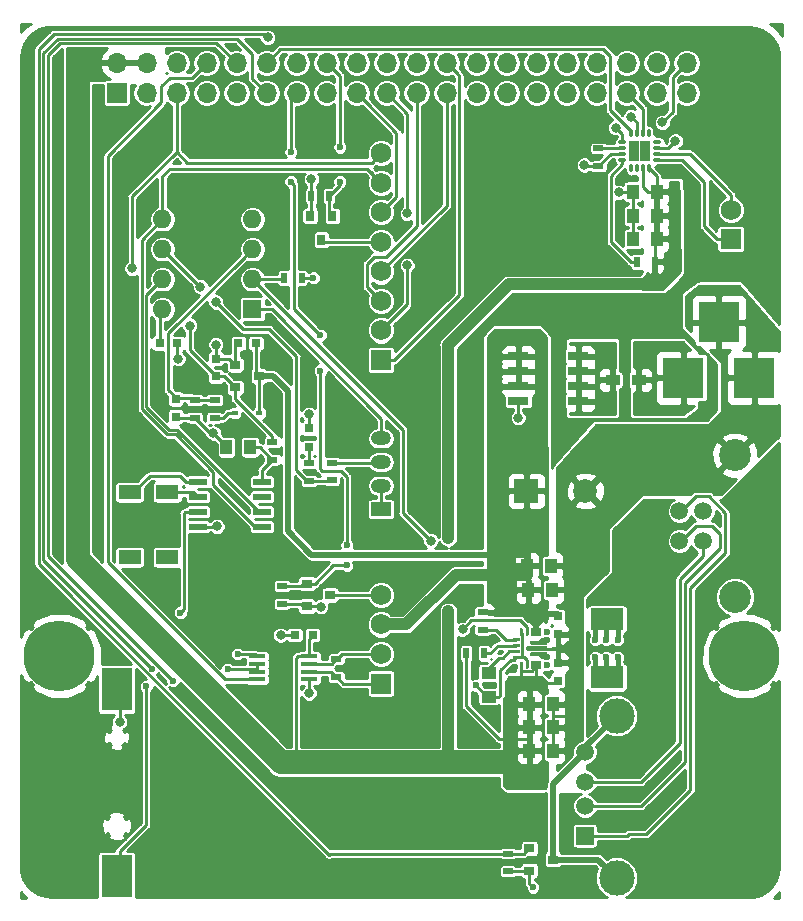
<source format=gbr>
G04 #@! TF.GenerationSoftware,KiCad,Pcbnew,5.0.2-bee76a0~70~ubuntu18.04.1*
G04 #@! TF.CreationDate,2019-04-01T17:44:37+13:00*
G04 #@! TF.ProjectId,pi-hat,70692d68-6174-42e6-9b69-6361645f7063,rev?*
G04 #@! TF.SameCoordinates,Original*
G04 #@! TF.FileFunction,Copper,L1,Top*
G04 #@! TF.FilePolarity,Positive*
%FSLAX46Y46*%
G04 Gerber Fmt 4.6, Leading zero omitted, Abs format (unit mm)*
G04 Created by KiCad (PCBNEW 5.0.2-bee76a0~70~ubuntu18.04.1) date Mon 01 Apr 2019 17:44:37 NZDT*
%MOMM*%
%LPD*%
G01*
G04 APERTURE LIST*
G04 #@! TA.AperFunction,ComponentPad*
%ADD10C,1.500000*%
G04 #@! TD*
G04 #@! TA.AperFunction,ComponentPad*
%ADD11R,1.500000X1.500000*%
G04 #@! TD*
G04 #@! TA.AperFunction,ComponentPad*
%ADD12C,3.000000*%
G04 #@! TD*
G04 #@! TA.AperFunction,SMDPad,CuDef*
%ADD13R,1.780000X0.720000*%
G04 #@! TD*
G04 #@! TA.AperFunction,SMDPad,CuDef*
%ADD14R,2.800000X1.900000*%
G04 #@! TD*
G04 #@! TA.AperFunction,Conductor*
%ADD15C,0.100000*%
G04 #@! TD*
G04 #@! TA.AperFunction,Conductor*
%ADD16C,0.350000*%
G04 #@! TD*
G04 #@! TA.AperFunction,Conductor*
%ADD17C,0.700000*%
G04 #@! TD*
G04 #@! TA.AperFunction,SMDPad,CuDef*
%ADD18C,0.250000*%
G04 #@! TD*
G04 #@! TA.AperFunction,ComponentPad*
%ADD19C,2.000000*%
G04 #@! TD*
G04 #@! TA.AperFunction,ComponentPad*
%ADD20R,2.000000X2.000000*%
G04 #@! TD*
G04 #@! TA.AperFunction,SMDPad,CuDef*
%ADD21R,0.900000X0.900000*%
G04 #@! TD*
G04 #@! TA.AperFunction,SMDPad,CuDef*
%ADD22O,0.300000X0.750000*%
G04 #@! TD*
G04 #@! TA.AperFunction,SMDPad,CuDef*
%ADD23O,0.750000X0.300000*%
G04 #@! TD*
G04 #@! TA.AperFunction,ComponentPad*
%ADD24R,3.500000X3.500000*%
G04 #@! TD*
G04 #@! TA.AperFunction,ComponentPad*
%ADD25O,1.700000X1.700000*%
G04 #@! TD*
G04 #@! TA.AperFunction,ComponentPad*
%ADD26R,1.700000X1.700000*%
G04 #@! TD*
G04 #@! TA.AperFunction,ComponentPad*
%ADD27C,1.750000*%
G04 #@! TD*
G04 #@! TA.AperFunction,ComponentPad*
%ADD28R,1.750000X1.750000*%
G04 #@! TD*
G04 #@! TA.AperFunction,ComponentPad*
%ADD29C,1.520000*%
G04 #@! TD*
G04 #@! TA.AperFunction,ComponentPad*
%ADD30C,2.700000*%
G04 #@! TD*
G04 #@! TA.AperFunction,SMDPad,CuDef*
%ADD31R,2.600000X3.540000*%
G04 #@! TD*
G04 #@! TA.AperFunction,SMDPad,CuDef*
%ADD32R,2.600000X3.660000*%
G04 #@! TD*
G04 #@! TA.AperFunction,SMDPad,CuDef*
%ADD33R,0.750000X0.800000*%
G04 #@! TD*
G04 #@! TA.AperFunction,SMDPad,CuDef*
%ADD34R,1.000000X1.250000*%
G04 #@! TD*
G04 #@! TA.AperFunction,SMDPad,CuDef*
%ADD35R,0.800000X0.750000*%
G04 #@! TD*
G04 #@! TA.AperFunction,SMDPad,CuDef*
%ADD36R,1.250000X1.000000*%
G04 #@! TD*
G04 #@! TA.AperFunction,SMDPad,CuDef*
%ADD37R,0.600000X0.450000*%
G04 #@! TD*
G04 #@! TA.AperFunction,SMDPad,CuDef*
%ADD38R,0.800000X0.800000*%
G04 #@! TD*
G04 #@! TA.AperFunction,SMDPad,CuDef*
%ADD39R,1.200000X0.900000*%
G04 #@! TD*
G04 #@! TA.AperFunction,SMDPad,CuDef*
%ADD40R,0.900000X0.500000*%
G04 #@! TD*
G04 #@! TA.AperFunction,SMDPad,CuDef*
%ADD41R,0.500000X0.900000*%
G04 #@! TD*
G04 #@! TA.AperFunction,SMDPad,CuDef*
%ADD42R,1.450000X0.450000*%
G04 #@! TD*
G04 #@! TA.AperFunction,SMDPad,CuDef*
%ADD43R,0.900000X0.800000*%
G04 #@! TD*
G04 #@! TA.AperFunction,ComponentPad*
%ADD44R,1.600000X1.600000*%
G04 #@! TD*
G04 #@! TA.AperFunction,ComponentPad*
%ADD45O,1.600000X1.600000*%
G04 #@! TD*
G04 #@! TA.AperFunction,SMDPad,CuDef*
%ADD46R,1.550000X0.600000*%
G04 #@! TD*
G04 #@! TA.AperFunction,SMDPad,CuDef*
%ADD47R,1.900000X1.300000*%
G04 #@! TD*
G04 #@! TA.AperFunction,ComponentPad*
%ADD48C,6.000000*%
G04 #@! TD*
G04 #@! TA.AperFunction,SMDPad,CuDef*
%ADD49R,0.800000X0.900000*%
G04 #@! TD*
G04 #@! TA.AperFunction,ComponentPad*
%ADD50R,1.700000X1.200000*%
G04 #@! TD*
G04 #@! TA.AperFunction,ComponentPad*
%ADD51O,1.700000X1.200000*%
G04 #@! TD*
G04 #@! TA.AperFunction,ViaPad*
%ADD52C,0.800000*%
G04 #@! TD*
G04 #@! TA.AperFunction,ViaPad*
%ADD53C,0.600000*%
G04 #@! TD*
G04 #@! TA.AperFunction,Conductor*
%ADD54C,0.250000*%
G04 #@! TD*
G04 #@! TA.AperFunction,Conductor*
%ADD55C,0.400000*%
G04 #@! TD*
G04 #@! TA.AperFunction,Conductor*
%ADD56C,1.000000*%
G04 #@! TD*
G04 #@! TA.AperFunction,Conductor*
%ADD57C,2.000000*%
G04 #@! TD*
G04 #@! TA.AperFunction,Conductor*
%ADD58C,0.350000*%
G04 #@! TD*
G04 #@! TA.AperFunction,Conductor*
%ADD59C,0.500000*%
G04 #@! TD*
G04 #@! TA.AperFunction,Conductor*
%ADD60C,0.254000*%
G04 #@! TD*
G04 #@! TA.AperFunction,NonConductor*
%ADD61C,0.254000*%
G04 #@! TD*
G04 APERTURE END LIST*
D10*
G04 #@! TO.P,J7,4*
G04 #@! TO.N,Net-(J7-Pad4)*
X148160000Y-160790000D03*
G04 #@! TO.P,J7,3*
G04 #@! TO.N,Net-(J5-Pad3)*
X148160000Y-163330000D03*
G04 #@! TO.P,J7,2*
G04 #@! TO.N,Net-(J5-Pad2)*
X148160000Y-165360000D03*
D11*
G04 #@! TO.P,J7,1*
G04 #@! TO.N,Net-(J5-Pad1)*
X148160000Y-167900000D03*
D12*
G04 #@! TO.P,J7,5*
G04 #@! TO.N,Net-(J7-Pad4)*
X150830000Y-157740000D03*
X150830000Y-171460000D03*
G04 #@! TD*
D13*
G04 #@! TO.P,Q3,3*
G04 #@! TO.N,VCC*
X142520000Y-127290000D03*
X142520000Y-128560000D03*
X142520000Y-129830000D03*
G04 #@! TO.P,Q3,2*
G04 #@! TO.N,GND*
X142520000Y-131100000D03*
G04 #@! TO.P,Q3,1*
G04 #@! TO.N,Net-(F1-Pad1)*
X147600000Y-131100000D03*
X147600000Y-129830000D03*
X147600000Y-128560000D03*
X147600000Y-127290000D03*
G04 #@! TD*
D14*
G04 #@! TO.P,L2,1*
G04 #@! TO.N,Net-(L2-Pad1)*
X150035568Y-149579229D03*
G04 #@! TO.P,L2,2*
G04 #@! TO.N,Net-(L2-Pad2)*
X150035568Y-154479229D03*
G04 #@! TD*
D15*
G04 #@! TO.N,Net-(L2-Pad2)*
G04 #@! TO.C,U7*
G36*
X144918929Y-152362565D02*
X144925724Y-152363573D01*
X144932388Y-152365242D01*
X144938856Y-152367556D01*
X144945066Y-152370494D01*
X144950958Y-152374025D01*
X144956476Y-152378117D01*
X144961565Y-152382731D01*
X144966179Y-152387820D01*
X144970271Y-152393338D01*
X144973802Y-152399230D01*
X144976740Y-152405440D01*
X144979054Y-152411908D01*
X144980723Y-152418572D01*
X144981731Y-152425367D01*
X144982068Y-152432228D01*
X144982068Y-152642228D01*
X144981731Y-152649089D01*
X144980723Y-152655884D01*
X144979054Y-152662548D01*
X144976740Y-152669016D01*
X144973802Y-152675226D01*
X144970271Y-152681118D01*
X144966179Y-152686636D01*
X144961565Y-152691725D01*
X144956476Y-152696339D01*
X144950958Y-152700431D01*
X144945066Y-152703962D01*
X144938856Y-152706900D01*
X144932388Y-152709214D01*
X144925724Y-152710883D01*
X144918929Y-152711891D01*
X144912068Y-152712228D01*
X143602068Y-152712228D01*
X143595207Y-152711891D01*
X143588412Y-152710883D01*
X143581748Y-152709214D01*
X143575280Y-152706900D01*
X143569070Y-152703962D01*
X143563178Y-152700431D01*
X143557660Y-152696339D01*
X143552571Y-152691725D01*
X143547957Y-152686636D01*
X143543865Y-152681118D01*
X143540334Y-152675226D01*
X143537396Y-152669016D01*
X143535082Y-152662548D01*
X143533413Y-152655884D01*
X143532405Y-152649089D01*
X143532068Y-152642228D01*
X143532068Y-152432228D01*
X143532405Y-152425367D01*
X143533413Y-152418572D01*
X143535082Y-152411908D01*
X143537396Y-152405440D01*
X143540334Y-152399230D01*
X143543865Y-152393338D01*
X143547957Y-152387820D01*
X143552571Y-152382731D01*
X143557660Y-152378117D01*
X143563178Y-152374025D01*
X143569070Y-152370494D01*
X143575280Y-152367556D01*
X143581748Y-152365242D01*
X143588412Y-152363573D01*
X143595207Y-152362565D01*
X143602068Y-152362228D01*
X144912068Y-152362228D01*
X144918929Y-152362565D01*
X144918929Y-152362565D01*
G37*
D16*
X144257068Y-152537228D03*
D15*
G04 #@! TO.N,VCC*
G36*
X144387240Y-150287467D02*
X144392065Y-150288183D01*
X144396796Y-150289368D01*
X144401388Y-150291011D01*
X144405797Y-150293096D01*
X144409980Y-150295604D01*
X144413898Y-150298509D01*
X144417511Y-150301785D01*
X144420787Y-150305398D01*
X144423692Y-150309316D01*
X144426200Y-150313499D01*
X144428285Y-150317908D01*
X144429928Y-150322500D01*
X144431113Y-150327231D01*
X144431829Y-150332056D01*
X144432068Y-150336927D01*
X144432068Y-150937529D01*
X144431829Y-150942400D01*
X144431113Y-150947225D01*
X144429928Y-150951956D01*
X144428285Y-150956548D01*
X144426200Y-150960957D01*
X144423692Y-150965140D01*
X144420787Y-150969058D01*
X144417511Y-150972671D01*
X144413898Y-150975947D01*
X144409980Y-150978852D01*
X144405797Y-150981360D01*
X144401388Y-150983445D01*
X144396796Y-150985088D01*
X144392065Y-150986273D01*
X144387240Y-150986989D01*
X144382369Y-150987228D01*
X143631767Y-150987228D01*
X143626896Y-150986989D01*
X143622071Y-150986273D01*
X143617340Y-150985088D01*
X143612748Y-150983445D01*
X143608339Y-150981360D01*
X143604156Y-150978852D01*
X143600238Y-150975947D01*
X143596625Y-150972671D01*
X143593349Y-150969058D01*
X143590444Y-150965140D01*
X143587936Y-150960957D01*
X143585851Y-150956548D01*
X143584208Y-150951956D01*
X143583023Y-150947225D01*
X143582307Y-150942400D01*
X143582068Y-150937529D01*
X143582068Y-150336927D01*
X143582307Y-150332056D01*
X143583023Y-150327231D01*
X143584208Y-150322500D01*
X143585851Y-150317908D01*
X143587936Y-150313499D01*
X143590444Y-150309316D01*
X143593349Y-150305398D01*
X143596625Y-150301785D01*
X143600238Y-150298509D01*
X143604156Y-150295604D01*
X143608339Y-150293096D01*
X143612748Y-150291011D01*
X143617340Y-150289368D01*
X143622071Y-150288183D01*
X143626896Y-150287467D01*
X143631767Y-150287228D01*
X144382369Y-150287228D01*
X144387240Y-150287467D01*
X144387240Y-150287467D01*
G37*
D17*
X144007068Y-150637228D03*
D15*
G04 #@! TO.N,+5V*
G36*
X144387240Y-153087467D02*
X144392065Y-153088183D01*
X144396796Y-153089368D01*
X144401388Y-153091011D01*
X144405797Y-153093096D01*
X144409980Y-153095604D01*
X144413898Y-153098509D01*
X144417511Y-153101785D01*
X144420787Y-153105398D01*
X144423692Y-153109316D01*
X144426200Y-153113499D01*
X144428285Y-153117908D01*
X144429928Y-153122500D01*
X144431113Y-153127231D01*
X144431829Y-153132056D01*
X144432068Y-153136927D01*
X144432068Y-153737529D01*
X144431829Y-153742400D01*
X144431113Y-153747225D01*
X144429928Y-153751956D01*
X144428285Y-153756548D01*
X144426200Y-153760957D01*
X144423692Y-153765140D01*
X144420787Y-153769058D01*
X144417511Y-153772671D01*
X144413898Y-153775947D01*
X144409980Y-153778852D01*
X144405797Y-153781360D01*
X144401388Y-153783445D01*
X144396796Y-153785088D01*
X144392065Y-153786273D01*
X144387240Y-153786989D01*
X144382369Y-153787228D01*
X143631767Y-153787228D01*
X143626896Y-153786989D01*
X143622071Y-153786273D01*
X143617340Y-153785088D01*
X143612748Y-153783445D01*
X143608339Y-153781360D01*
X143604156Y-153778852D01*
X143600238Y-153775947D01*
X143596625Y-153772671D01*
X143593349Y-153769058D01*
X143590444Y-153765140D01*
X143587936Y-153760957D01*
X143585851Y-153756548D01*
X143584208Y-153751956D01*
X143583023Y-153747225D01*
X143582307Y-153742400D01*
X143582068Y-153737529D01*
X143582068Y-153136927D01*
X143582307Y-153132056D01*
X143583023Y-153127231D01*
X143584208Y-153122500D01*
X143585851Y-153117908D01*
X143587936Y-153113499D01*
X143590444Y-153109316D01*
X143593349Y-153105398D01*
X143596625Y-153101785D01*
X143600238Y-153098509D01*
X143604156Y-153095604D01*
X143608339Y-153093096D01*
X143612748Y-153091011D01*
X143617340Y-153089368D01*
X143622071Y-153088183D01*
X143626896Y-153087467D01*
X143631767Y-153087228D01*
X144382369Y-153087228D01*
X144387240Y-153087467D01*
X144387240Y-153087467D01*
G37*
D17*
X144007068Y-153437228D03*
D15*
G04 #@! TO.N,GND*
G36*
X142836969Y-150337469D02*
X142841823Y-150338189D01*
X142846582Y-150339381D01*
X142851202Y-150341034D01*
X142855638Y-150343132D01*
X142859847Y-150345655D01*
X142863788Y-150348577D01*
X142867423Y-150351873D01*
X142870719Y-150355508D01*
X142873641Y-150359449D01*
X142876164Y-150363658D01*
X142878262Y-150368094D01*
X142879915Y-150372714D01*
X142881107Y-150377473D01*
X142881827Y-150382327D01*
X142882068Y-150387228D01*
X142882068Y-150887228D01*
X142881827Y-150892129D01*
X142881107Y-150896983D01*
X142879915Y-150901742D01*
X142878262Y-150906362D01*
X142876164Y-150910798D01*
X142873641Y-150915007D01*
X142870719Y-150918948D01*
X142867423Y-150922583D01*
X142863788Y-150925879D01*
X142859847Y-150928801D01*
X142855638Y-150931324D01*
X142851202Y-150933422D01*
X142846582Y-150935075D01*
X142841823Y-150936267D01*
X142836969Y-150936987D01*
X142832068Y-150937228D01*
X142682068Y-150937228D01*
X142677167Y-150936987D01*
X142672313Y-150936267D01*
X142667554Y-150935075D01*
X142662934Y-150933422D01*
X142658498Y-150931324D01*
X142654289Y-150928801D01*
X142650348Y-150925879D01*
X142646713Y-150922583D01*
X142643417Y-150918948D01*
X142640495Y-150915007D01*
X142637972Y-150910798D01*
X142635874Y-150906362D01*
X142634221Y-150901742D01*
X142633029Y-150896983D01*
X142632309Y-150892129D01*
X142632068Y-150887228D01*
X142632068Y-150387228D01*
X142632309Y-150382327D01*
X142633029Y-150377473D01*
X142634221Y-150372714D01*
X142635874Y-150368094D01*
X142637972Y-150363658D01*
X142640495Y-150359449D01*
X142643417Y-150355508D01*
X142646713Y-150351873D01*
X142650348Y-150348577D01*
X142654289Y-150345655D01*
X142658498Y-150343132D01*
X142662934Y-150341034D01*
X142667554Y-150339381D01*
X142672313Y-150338189D01*
X142677167Y-150337469D01*
X142682068Y-150337228D01*
X142832068Y-150337228D01*
X142836969Y-150337469D01*
X142836969Y-150337469D01*
G37*
D18*
G04 #@! TD*
G04 #@! TO.P,U7,15*
G04 #@! TO.N,GND*
X142757068Y-150637228D03*
D15*
G04 #@! TO.N,/5V_Enable*
G04 #@! TO.C,U7*
G36*
X143336969Y-150337469D02*
X143341823Y-150338189D01*
X143346582Y-150339381D01*
X143351202Y-150341034D01*
X143355638Y-150343132D01*
X143359847Y-150345655D01*
X143363788Y-150348577D01*
X143367423Y-150351873D01*
X143370719Y-150355508D01*
X143373641Y-150359449D01*
X143376164Y-150363658D01*
X143378262Y-150368094D01*
X143379915Y-150372714D01*
X143381107Y-150377473D01*
X143381827Y-150382327D01*
X143382068Y-150387228D01*
X143382068Y-150887228D01*
X143381827Y-150892129D01*
X143381107Y-150896983D01*
X143379915Y-150901742D01*
X143378262Y-150906362D01*
X143376164Y-150910798D01*
X143373641Y-150915007D01*
X143370719Y-150918948D01*
X143367423Y-150922583D01*
X143363788Y-150925879D01*
X143359847Y-150928801D01*
X143355638Y-150931324D01*
X143351202Y-150933422D01*
X143346582Y-150935075D01*
X143341823Y-150936267D01*
X143336969Y-150936987D01*
X143332068Y-150937228D01*
X143182068Y-150937228D01*
X143177167Y-150936987D01*
X143172313Y-150936267D01*
X143167554Y-150935075D01*
X143162934Y-150933422D01*
X143158498Y-150931324D01*
X143154289Y-150928801D01*
X143150348Y-150925879D01*
X143146713Y-150922583D01*
X143143417Y-150918948D01*
X143140495Y-150915007D01*
X143137972Y-150910798D01*
X143135874Y-150906362D01*
X143134221Y-150901742D01*
X143133029Y-150896983D01*
X143132309Y-150892129D01*
X143132068Y-150887228D01*
X143132068Y-150387228D01*
X143132309Y-150382327D01*
X143133029Y-150377473D01*
X143134221Y-150372714D01*
X143135874Y-150368094D01*
X143137972Y-150363658D01*
X143140495Y-150359449D01*
X143143417Y-150355508D01*
X143146713Y-150351873D01*
X143150348Y-150348577D01*
X143154289Y-150345655D01*
X143158498Y-150343132D01*
X143162934Y-150341034D01*
X143167554Y-150339381D01*
X143172313Y-150338189D01*
X143177167Y-150337469D01*
X143182068Y-150337228D01*
X143332068Y-150337228D01*
X143336969Y-150337469D01*
X143336969Y-150337469D01*
G37*
D18*
G04 #@! TD*
G04 #@! TO.P,U7,14*
G04 #@! TO.N,/5V_Enable*
X143257068Y-150637228D03*
D15*
G04 #@! TO.N,Net-(L2-Pad1)*
G04 #@! TO.C,U7*
G36*
X144918929Y-151362565D02*
X144925724Y-151363573D01*
X144932388Y-151365242D01*
X144938856Y-151367556D01*
X144945066Y-151370494D01*
X144950958Y-151374025D01*
X144956476Y-151378117D01*
X144961565Y-151382731D01*
X144966179Y-151387820D01*
X144970271Y-151393338D01*
X144973802Y-151399230D01*
X144976740Y-151405440D01*
X144979054Y-151411908D01*
X144980723Y-151418572D01*
X144981731Y-151425367D01*
X144982068Y-151432228D01*
X144982068Y-151642228D01*
X144981731Y-151649089D01*
X144980723Y-151655884D01*
X144979054Y-151662548D01*
X144976740Y-151669016D01*
X144973802Y-151675226D01*
X144970271Y-151681118D01*
X144966179Y-151686636D01*
X144961565Y-151691725D01*
X144956476Y-151696339D01*
X144950958Y-151700431D01*
X144945066Y-151703962D01*
X144938856Y-151706900D01*
X144932388Y-151709214D01*
X144925724Y-151710883D01*
X144918929Y-151711891D01*
X144912068Y-151712228D01*
X143602068Y-151712228D01*
X143595207Y-151711891D01*
X143588412Y-151710883D01*
X143581748Y-151709214D01*
X143575280Y-151706900D01*
X143569070Y-151703962D01*
X143563178Y-151700431D01*
X143557660Y-151696339D01*
X143552571Y-151691725D01*
X143547957Y-151686636D01*
X143543865Y-151681118D01*
X143540334Y-151675226D01*
X143537396Y-151669016D01*
X143535082Y-151662548D01*
X143533413Y-151655884D01*
X143532405Y-151649089D01*
X143532068Y-151642228D01*
X143532068Y-151432228D01*
X143532405Y-151425367D01*
X143533413Y-151418572D01*
X143535082Y-151411908D01*
X143537396Y-151405440D01*
X143540334Y-151399230D01*
X143543865Y-151393338D01*
X143547957Y-151387820D01*
X143552571Y-151382731D01*
X143557660Y-151378117D01*
X143563178Y-151374025D01*
X143569070Y-151370494D01*
X143575280Y-151367556D01*
X143581748Y-151365242D01*
X143588412Y-151363573D01*
X143595207Y-151362565D01*
X143602068Y-151362228D01*
X144912068Y-151362228D01*
X144918929Y-151362565D01*
X144918929Y-151362565D01*
G37*
D16*
X144257068Y-151537228D03*
D15*
G04 #@! TO.N,GND*
G36*
X144918929Y-151862565D02*
X144925724Y-151863573D01*
X144932388Y-151865242D01*
X144938856Y-151867556D01*
X144945066Y-151870494D01*
X144950958Y-151874025D01*
X144956476Y-151878117D01*
X144961565Y-151882731D01*
X144966179Y-151887820D01*
X144970271Y-151893338D01*
X144973802Y-151899230D01*
X144976740Y-151905440D01*
X144979054Y-151911908D01*
X144980723Y-151918572D01*
X144981731Y-151925367D01*
X144982068Y-151932228D01*
X144982068Y-152142228D01*
X144981731Y-152149089D01*
X144980723Y-152155884D01*
X144979054Y-152162548D01*
X144976740Y-152169016D01*
X144973802Y-152175226D01*
X144970271Y-152181118D01*
X144966179Y-152186636D01*
X144961565Y-152191725D01*
X144956476Y-152196339D01*
X144950958Y-152200431D01*
X144945066Y-152203962D01*
X144938856Y-152206900D01*
X144932388Y-152209214D01*
X144925724Y-152210883D01*
X144918929Y-152211891D01*
X144912068Y-152212228D01*
X143252068Y-152212228D01*
X143245207Y-152211891D01*
X143238412Y-152210883D01*
X143231748Y-152209214D01*
X143225280Y-152206900D01*
X143219070Y-152203962D01*
X143213178Y-152200431D01*
X143207660Y-152196339D01*
X143202571Y-152191725D01*
X143197957Y-152186636D01*
X143193865Y-152181118D01*
X143190334Y-152175226D01*
X143187396Y-152169016D01*
X143185082Y-152162548D01*
X143183413Y-152155884D01*
X143182405Y-152149089D01*
X143182068Y-152142228D01*
X143182068Y-151932228D01*
X143182405Y-151925367D01*
X143183413Y-151918572D01*
X143185082Y-151911908D01*
X143187396Y-151905440D01*
X143190334Y-151899230D01*
X143193865Y-151893338D01*
X143197957Y-151887820D01*
X143202571Y-151882731D01*
X143207660Y-151878117D01*
X143213178Y-151874025D01*
X143219070Y-151870494D01*
X143225280Y-151867556D01*
X143231748Y-151865242D01*
X143238412Y-151863573D01*
X143245207Y-151862565D01*
X143252068Y-151862228D01*
X144912068Y-151862228D01*
X144918929Y-151862565D01*
X144918929Y-151862565D01*
G37*
D16*
X144082068Y-152037228D03*
D15*
G36*
X143336969Y-153137469D02*
X143341823Y-153138189D01*
X143346582Y-153139381D01*
X143351202Y-153141034D01*
X143355638Y-153143132D01*
X143359847Y-153145655D01*
X143363788Y-153148577D01*
X143367423Y-153151873D01*
X143370719Y-153155508D01*
X143373641Y-153159449D01*
X143376164Y-153163658D01*
X143378262Y-153168094D01*
X143379915Y-153172714D01*
X143381107Y-153177473D01*
X143381827Y-153182327D01*
X143382068Y-153187228D01*
X143382068Y-153687228D01*
X143381827Y-153692129D01*
X143381107Y-153696983D01*
X143379915Y-153701742D01*
X143378262Y-153706362D01*
X143376164Y-153710798D01*
X143373641Y-153715007D01*
X143370719Y-153718948D01*
X143367423Y-153722583D01*
X143363788Y-153725879D01*
X143359847Y-153728801D01*
X143355638Y-153731324D01*
X143351202Y-153733422D01*
X143346582Y-153735075D01*
X143341823Y-153736267D01*
X143336969Y-153736987D01*
X143332068Y-153737228D01*
X143182068Y-153737228D01*
X143177167Y-153736987D01*
X143172313Y-153736267D01*
X143167554Y-153735075D01*
X143162934Y-153733422D01*
X143158498Y-153731324D01*
X143154289Y-153728801D01*
X143150348Y-153725879D01*
X143146713Y-153722583D01*
X143143417Y-153718948D01*
X143140495Y-153715007D01*
X143137972Y-153710798D01*
X143135874Y-153706362D01*
X143134221Y-153701742D01*
X143133029Y-153696983D01*
X143132309Y-153692129D01*
X143132068Y-153687228D01*
X143132068Y-153187228D01*
X143132309Y-153182327D01*
X143133029Y-153177473D01*
X143134221Y-153172714D01*
X143135874Y-153168094D01*
X143137972Y-153163658D01*
X143140495Y-153159449D01*
X143143417Y-153155508D01*
X143146713Y-153151873D01*
X143150348Y-153148577D01*
X143154289Y-153145655D01*
X143158498Y-153143132D01*
X143162934Y-153141034D01*
X143167554Y-153139381D01*
X143172313Y-153138189D01*
X143177167Y-153137469D01*
X143182068Y-153137228D01*
X143332068Y-153137228D01*
X143336969Y-153137469D01*
X143336969Y-153137469D01*
G37*
D18*
G04 #@! TD*
G04 #@! TO.P,U7,6*
G04 #@! TO.N,GND*
X143257068Y-153437228D03*
D15*
G04 #@! TO.N,+5V*
G04 #@! TO.C,U7*
G36*
X142836969Y-153137469D02*
X142841823Y-153138189D01*
X142846582Y-153139381D01*
X142851202Y-153141034D01*
X142855638Y-153143132D01*
X142859847Y-153145655D01*
X142863788Y-153148577D01*
X142867423Y-153151873D01*
X142870719Y-153155508D01*
X142873641Y-153159449D01*
X142876164Y-153163658D01*
X142878262Y-153168094D01*
X142879915Y-153172714D01*
X142881107Y-153177473D01*
X142881827Y-153182327D01*
X142882068Y-153187228D01*
X142882068Y-153687228D01*
X142881827Y-153692129D01*
X142881107Y-153696983D01*
X142879915Y-153701742D01*
X142878262Y-153706362D01*
X142876164Y-153710798D01*
X142873641Y-153715007D01*
X142870719Y-153718948D01*
X142867423Y-153722583D01*
X142863788Y-153725879D01*
X142859847Y-153728801D01*
X142855638Y-153731324D01*
X142851202Y-153733422D01*
X142846582Y-153735075D01*
X142841823Y-153736267D01*
X142836969Y-153736987D01*
X142832068Y-153737228D01*
X142682068Y-153737228D01*
X142677167Y-153736987D01*
X142672313Y-153736267D01*
X142667554Y-153735075D01*
X142662934Y-153733422D01*
X142658498Y-153731324D01*
X142654289Y-153728801D01*
X142650348Y-153725879D01*
X142646713Y-153722583D01*
X142643417Y-153718948D01*
X142640495Y-153715007D01*
X142637972Y-153710798D01*
X142635874Y-153706362D01*
X142634221Y-153701742D01*
X142633029Y-153696983D01*
X142632309Y-153692129D01*
X142632068Y-153687228D01*
X142632068Y-153187228D01*
X142632309Y-153182327D01*
X142633029Y-153177473D01*
X142634221Y-153172714D01*
X142635874Y-153168094D01*
X142637972Y-153163658D01*
X142640495Y-153159449D01*
X142643417Y-153155508D01*
X142646713Y-153151873D01*
X142650348Y-153148577D01*
X142654289Y-153145655D01*
X142658498Y-153143132D01*
X142662934Y-153141034D01*
X142667554Y-153139381D01*
X142672313Y-153138189D01*
X142677167Y-153137469D01*
X142682068Y-153137228D01*
X142832068Y-153137228D01*
X142836969Y-153137469D01*
X142836969Y-153137469D01*
G37*
D18*
G04 #@! TD*
G04 #@! TO.P,U7,5*
G04 #@! TO.N,+5V*
X142757068Y-153437228D03*
D15*
G04 #@! TO.N,GND*
G04 #@! TO.C,U7*
G36*
X142586969Y-152662469D02*
X142591823Y-152663189D01*
X142596582Y-152664381D01*
X142601202Y-152666034D01*
X142605638Y-152668132D01*
X142609847Y-152670655D01*
X142613788Y-152673577D01*
X142617423Y-152676873D01*
X142620719Y-152680508D01*
X142623641Y-152684449D01*
X142626164Y-152688658D01*
X142628262Y-152693094D01*
X142629915Y-152697714D01*
X142631107Y-152702473D01*
X142631827Y-152707327D01*
X142632068Y-152712228D01*
X142632068Y-152862228D01*
X142631827Y-152867129D01*
X142631107Y-152871983D01*
X142629915Y-152876742D01*
X142628262Y-152881362D01*
X142626164Y-152885798D01*
X142623641Y-152890007D01*
X142620719Y-152893948D01*
X142617423Y-152897583D01*
X142613788Y-152900879D01*
X142609847Y-152903801D01*
X142605638Y-152906324D01*
X142601202Y-152908422D01*
X142596582Y-152910075D01*
X142591823Y-152911267D01*
X142586969Y-152911987D01*
X142582068Y-152912228D01*
X142082068Y-152912228D01*
X142077167Y-152911987D01*
X142072313Y-152911267D01*
X142067554Y-152910075D01*
X142062934Y-152908422D01*
X142058498Y-152906324D01*
X142054289Y-152903801D01*
X142050348Y-152900879D01*
X142046713Y-152897583D01*
X142043417Y-152893948D01*
X142040495Y-152890007D01*
X142037972Y-152885798D01*
X142035874Y-152881362D01*
X142034221Y-152876742D01*
X142033029Y-152871983D01*
X142032309Y-152867129D01*
X142032068Y-152862228D01*
X142032068Y-152712228D01*
X142032309Y-152707327D01*
X142033029Y-152702473D01*
X142034221Y-152697714D01*
X142035874Y-152693094D01*
X142037972Y-152688658D01*
X142040495Y-152684449D01*
X142043417Y-152680508D01*
X142046713Y-152676873D01*
X142050348Y-152673577D01*
X142054289Y-152670655D01*
X142058498Y-152668132D01*
X142062934Y-152666034D01*
X142067554Y-152664381D01*
X142072313Y-152663189D01*
X142077167Y-152662469D01*
X142082068Y-152662228D01*
X142582068Y-152662228D01*
X142586969Y-152662469D01*
X142586969Y-152662469D01*
G37*
D18*
G04 #@! TD*
G04 #@! TO.P,U7,4*
G04 #@! TO.N,GND*
X142332068Y-152787228D03*
D15*
G04 #@! TO.N,Net-(C16-Pad1)*
G04 #@! TO.C,U7*
G36*
X142586969Y-152162469D02*
X142591823Y-152163189D01*
X142596582Y-152164381D01*
X142601202Y-152166034D01*
X142605638Y-152168132D01*
X142609847Y-152170655D01*
X142613788Y-152173577D01*
X142617423Y-152176873D01*
X142620719Y-152180508D01*
X142623641Y-152184449D01*
X142626164Y-152188658D01*
X142628262Y-152193094D01*
X142629915Y-152197714D01*
X142631107Y-152202473D01*
X142631827Y-152207327D01*
X142632068Y-152212228D01*
X142632068Y-152362228D01*
X142631827Y-152367129D01*
X142631107Y-152371983D01*
X142629915Y-152376742D01*
X142628262Y-152381362D01*
X142626164Y-152385798D01*
X142623641Y-152390007D01*
X142620719Y-152393948D01*
X142617423Y-152397583D01*
X142613788Y-152400879D01*
X142609847Y-152403801D01*
X142605638Y-152406324D01*
X142601202Y-152408422D01*
X142596582Y-152410075D01*
X142591823Y-152411267D01*
X142586969Y-152411987D01*
X142582068Y-152412228D01*
X142082068Y-152412228D01*
X142077167Y-152411987D01*
X142072313Y-152411267D01*
X142067554Y-152410075D01*
X142062934Y-152408422D01*
X142058498Y-152406324D01*
X142054289Y-152403801D01*
X142050348Y-152400879D01*
X142046713Y-152397583D01*
X142043417Y-152393948D01*
X142040495Y-152390007D01*
X142037972Y-152385798D01*
X142035874Y-152381362D01*
X142034221Y-152376742D01*
X142033029Y-152371983D01*
X142032309Y-152367129D01*
X142032068Y-152362228D01*
X142032068Y-152212228D01*
X142032309Y-152207327D01*
X142033029Y-152202473D01*
X142034221Y-152197714D01*
X142035874Y-152193094D01*
X142037972Y-152188658D01*
X142040495Y-152184449D01*
X142043417Y-152180508D01*
X142046713Y-152176873D01*
X142050348Y-152173577D01*
X142054289Y-152170655D01*
X142058498Y-152168132D01*
X142062934Y-152166034D01*
X142067554Y-152164381D01*
X142072313Y-152163189D01*
X142077167Y-152162469D01*
X142082068Y-152162228D01*
X142582068Y-152162228D01*
X142586969Y-152162469D01*
X142586969Y-152162469D01*
G37*
D18*
G04 #@! TD*
G04 #@! TO.P,U7,3*
G04 #@! TO.N,Net-(C16-Pad1)*
X142332068Y-152287228D03*
D15*
G04 #@! TO.N,Net-(R17-Pad2)*
G04 #@! TO.C,U7*
G36*
X142586969Y-151662469D02*
X142591823Y-151663189D01*
X142596582Y-151664381D01*
X142601202Y-151666034D01*
X142605638Y-151668132D01*
X142609847Y-151670655D01*
X142613788Y-151673577D01*
X142617423Y-151676873D01*
X142620719Y-151680508D01*
X142623641Y-151684449D01*
X142626164Y-151688658D01*
X142628262Y-151693094D01*
X142629915Y-151697714D01*
X142631107Y-151702473D01*
X142631827Y-151707327D01*
X142632068Y-151712228D01*
X142632068Y-151862228D01*
X142631827Y-151867129D01*
X142631107Y-151871983D01*
X142629915Y-151876742D01*
X142628262Y-151881362D01*
X142626164Y-151885798D01*
X142623641Y-151890007D01*
X142620719Y-151893948D01*
X142617423Y-151897583D01*
X142613788Y-151900879D01*
X142609847Y-151903801D01*
X142605638Y-151906324D01*
X142601202Y-151908422D01*
X142596582Y-151910075D01*
X142591823Y-151911267D01*
X142586969Y-151911987D01*
X142582068Y-151912228D01*
X142082068Y-151912228D01*
X142077167Y-151911987D01*
X142072313Y-151911267D01*
X142067554Y-151910075D01*
X142062934Y-151908422D01*
X142058498Y-151906324D01*
X142054289Y-151903801D01*
X142050348Y-151900879D01*
X142046713Y-151897583D01*
X142043417Y-151893948D01*
X142040495Y-151890007D01*
X142037972Y-151885798D01*
X142035874Y-151881362D01*
X142034221Y-151876742D01*
X142033029Y-151871983D01*
X142032309Y-151867129D01*
X142032068Y-151862228D01*
X142032068Y-151712228D01*
X142032309Y-151707327D01*
X142033029Y-151702473D01*
X142034221Y-151697714D01*
X142035874Y-151693094D01*
X142037972Y-151688658D01*
X142040495Y-151684449D01*
X142043417Y-151680508D01*
X142046713Y-151676873D01*
X142050348Y-151673577D01*
X142054289Y-151670655D01*
X142058498Y-151668132D01*
X142062934Y-151666034D01*
X142067554Y-151664381D01*
X142072313Y-151663189D01*
X142077167Y-151662469D01*
X142082068Y-151662228D01*
X142582068Y-151662228D01*
X142586969Y-151662469D01*
X142586969Y-151662469D01*
G37*
D18*
G04 #@! TD*
G04 #@! TO.P,U7,2*
G04 #@! TO.N,Net-(R17-Pad2)*
X142332068Y-151787228D03*
D15*
G04 #@! TO.N,Net-(R18-Pad2)*
G04 #@! TO.C,U7*
G36*
X142586969Y-151162469D02*
X142591823Y-151163189D01*
X142596582Y-151164381D01*
X142601202Y-151166034D01*
X142605638Y-151168132D01*
X142609847Y-151170655D01*
X142613788Y-151173577D01*
X142617423Y-151176873D01*
X142620719Y-151180508D01*
X142623641Y-151184449D01*
X142626164Y-151188658D01*
X142628262Y-151193094D01*
X142629915Y-151197714D01*
X142631107Y-151202473D01*
X142631827Y-151207327D01*
X142632068Y-151212228D01*
X142632068Y-151362228D01*
X142631827Y-151367129D01*
X142631107Y-151371983D01*
X142629915Y-151376742D01*
X142628262Y-151381362D01*
X142626164Y-151385798D01*
X142623641Y-151390007D01*
X142620719Y-151393948D01*
X142617423Y-151397583D01*
X142613788Y-151400879D01*
X142609847Y-151403801D01*
X142605638Y-151406324D01*
X142601202Y-151408422D01*
X142596582Y-151410075D01*
X142591823Y-151411267D01*
X142586969Y-151411987D01*
X142582068Y-151412228D01*
X142082068Y-151412228D01*
X142077167Y-151411987D01*
X142072313Y-151411267D01*
X142067554Y-151410075D01*
X142062934Y-151408422D01*
X142058498Y-151406324D01*
X142054289Y-151403801D01*
X142050348Y-151400879D01*
X142046713Y-151397583D01*
X142043417Y-151393948D01*
X142040495Y-151390007D01*
X142037972Y-151385798D01*
X142035874Y-151381362D01*
X142034221Y-151376742D01*
X142033029Y-151371983D01*
X142032309Y-151367129D01*
X142032068Y-151362228D01*
X142032068Y-151212228D01*
X142032309Y-151207327D01*
X142033029Y-151202473D01*
X142034221Y-151197714D01*
X142035874Y-151193094D01*
X142037972Y-151188658D01*
X142040495Y-151184449D01*
X142043417Y-151180508D01*
X142046713Y-151176873D01*
X142050348Y-151173577D01*
X142054289Y-151170655D01*
X142058498Y-151168132D01*
X142062934Y-151166034D01*
X142067554Y-151164381D01*
X142072313Y-151163189D01*
X142077167Y-151162469D01*
X142082068Y-151162228D01*
X142582068Y-151162228D01*
X142586969Y-151162469D01*
X142586969Y-151162469D01*
G37*
D18*
G04 #@! TD*
G04 #@! TO.P,U7,1*
G04 #@! TO.N,Net-(R18-Pad2)*
X142332068Y-151287228D03*
D19*
G04 #@! TO.P,C11,2*
G04 #@! TO.N,GND*
X148200000Y-138700000D03*
D20*
G04 #@! TO.P,C11,1*
G04 #@! TO.N,VCC*
X143200000Y-138700000D03*
G04 #@! TD*
D21*
G04 #@! TO.P,U2,17*
G04 #@! TO.N,N/C*
X152350000Y-109450000D03*
X152350000Y-110350000D03*
X153250000Y-109450000D03*
X153250000Y-110350000D03*
D22*
G04 #@! TO.P,U2,16*
G04 #@! TO.N,/I2S_BCLK*
X152050000Y-108425000D03*
G04 #@! TO.P,U2,15*
G04 #@! TO.N,GND*
X152550000Y-108425000D03*
G04 #@! TO.P,U2,14*
G04 #@! TO.N,/I2S_LRCLK*
X153050000Y-108425000D03*
G04 #@! TO.P,U2,13*
G04 #@! TO.N,Net-(U2-Pad13)*
X153550000Y-108425000D03*
D23*
G04 #@! TO.P,U2,12*
G04 #@! TO.N,Net-(U2-Pad12)*
X154275000Y-109150000D03*
G04 #@! TO.P,U2,11*
G04 #@! TO.N,GND*
X154275000Y-109650000D03*
G04 #@! TO.P,U2,10*
G04 #@! TO.N,Net-(J6-Pad2)*
X154275000Y-110150000D03*
G04 #@! TO.P,U2,9*
G04 #@! TO.N,Net-(J6-Pad1)*
X154275000Y-110650000D03*
D22*
G04 #@! TO.P,U2,8*
G04 #@! TO.N,+5V*
X153550000Y-111375000D03*
G04 #@! TO.P,U2,7*
X153050000Y-111375000D03*
G04 #@! TO.P,U2,6*
G04 #@! TO.N,Net-(U2-Pad6)*
X152550000Y-111375000D03*
G04 #@! TO.P,U2,5*
G04 #@! TO.N,Net-(U2-Pad5)*
X152050000Y-111375000D03*
D23*
G04 #@! TO.P,U2,4*
G04 #@! TO.N,Net-(R12-Pad1)*
X151325000Y-110650000D03*
G04 #@! TO.P,U2,3*
G04 #@! TO.N,GND*
X151325000Y-110150000D03*
G04 #@! TO.P,U2,2*
G04 #@! TO.N,Net-(R7-Pad1)*
X151325000Y-109650000D03*
G04 #@! TO.P,U2,1*
G04 #@! TO.N,/I2S_DIN*
X151325000Y-109150000D03*
G04 #@! TD*
D24*
G04 #@! TO.P,J3,3*
G04 #@! TO.N,GND*
X159484000Y-124416000D03*
G04 #@! TO.P,J3,2*
X162484000Y-129116000D03*
G04 #@! TO.P,J3,1*
G04 #@! TO.N,Net-(F1-Pad2)*
X156484000Y-129116000D03*
G04 #@! TD*
D25*
G04 #@! TO.P,J1,40*
G04 #@! TO.N,/I2S_DIN*
X156760000Y-102460000D03*
G04 #@! TO.P,J1,39*
G04 #@! TO.N,GND*
X156760000Y-105000000D03*
G04 #@! TO.P,J1,38*
G04 #@! TO.N,Net-(J1-Pad38)*
X154220000Y-102460000D03*
G04 #@! TO.P,J1,37*
G04 #@! TO.N,Net-(J1-Pad37)*
X154220000Y-105000000D03*
G04 #@! TO.P,J1,36*
G04 #@! TO.N,Net-(J1-Pad36)*
X151680000Y-102460000D03*
G04 #@! TO.P,J1,35*
G04 #@! TO.N,/I2S_LRCLK*
X151680000Y-105000000D03*
G04 #@! TO.P,J1,34*
G04 #@! TO.N,GND*
X149140000Y-102460000D03*
G04 #@! TO.P,J1,33*
G04 #@! TO.N,Net-(J1-Pad33)*
X149140000Y-105000000D03*
G04 #@! TO.P,J1,32*
G04 #@! TO.N,Net-(J1-Pad32)*
X146600000Y-102460000D03*
G04 #@! TO.P,J1,31*
G04 #@! TO.N,Net-(J1-Pad31)*
X146600000Y-105000000D03*
G04 #@! TO.P,J1,30*
G04 #@! TO.N,GND*
X144060000Y-102460000D03*
G04 #@! TO.P,J1,29*
G04 #@! TO.N,Net-(J1-Pad29)*
X144060000Y-105000000D03*
G04 #@! TO.P,J1,28*
G04 #@! TO.N,Net-(J1-Pad28)*
X141520000Y-102460000D03*
G04 #@! TO.P,J1,27*
G04 #@! TO.N,Net-(J1-Pad27)*
X141520000Y-105000000D03*
G04 #@! TO.P,J1,26*
G04 #@! TO.N,Net-(J1-Pad26)*
X138980000Y-102460000D03*
G04 #@! TO.P,J1,25*
G04 #@! TO.N,GND*
X138980000Y-105000000D03*
G04 #@! TO.P,J1,24*
G04 #@! TO.N,/SPI_CEO*
X136440000Y-102460000D03*
G04 #@! TO.P,J1,23*
G04 #@! TO.N,/SPI_SCLK*
X136440000Y-105000000D03*
G04 #@! TO.P,J1,22*
G04 #@! TO.N,Net-(J1-Pad22)*
X133900000Y-102460000D03*
G04 #@! TO.P,J1,21*
G04 #@! TO.N,/SPI_MISO*
X133900000Y-105000000D03*
G04 #@! TO.P,J1,20*
G04 #@! TO.N,GND*
X131360000Y-102460000D03*
G04 #@! TO.P,J1,19*
G04 #@! TO.N,/SPI_MOSI*
X131360000Y-105000000D03*
G04 #@! TO.P,J1,18*
G04 #@! TO.N,Net-(J1-Pad18)*
X128820000Y-102460000D03*
G04 #@! TO.P,J1,17*
G04 #@! TO.N,/RPi_3V3*
X128820000Y-105000000D03*
G04 #@! TO.P,J1,16*
G04 #@! TO.N,/THERMAL_POWER*
X126280000Y-102460000D03*
G04 #@! TO.P,J1,15*
G04 #@! TO.N,/USB_POWER*
X126280000Y-105000000D03*
G04 #@! TO.P,J1,14*
G04 #@! TO.N,GND*
X123740000Y-102460000D03*
G04 #@! TO.P,J1,13*
G04 #@! TO.N,/Enable_trap*
X123740000Y-105000000D03*
G04 #@! TO.P,J1,12*
G04 #@! TO.N,/I2S_BCLK*
X121200000Y-102460000D03*
G04 #@! TO.P,J1,11*
G04 #@! TO.N,/Tx_enable*
X121200000Y-105000000D03*
G04 #@! TO.P,J1,10*
G04 #@! TO.N,/Rx*
X118660000Y-102460000D03*
G04 #@! TO.P,J1,9*
G04 #@! TO.N,GND*
X118660000Y-105000000D03*
G04 #@! TO.P,J1,8*
G04 #@! TO.N,/Tx*
X116120000Y-102460000D03*
G04 #@! TO.P,J1,7*
G04 #@! TO.N,Net-(J1-Pad7)*
X116120000Y-105000000D03*
G04 #@! TO.P,J1,6*
G04 #@! TO.N,GND*
X113580000Y-102460000D03*
G04 #@! TO.P,J1,5*
G04 #@! TO.N,/SCL*
X113580000Y-105000000D03*
G04 #@! TO.P,J1,4*
G04 #@! TO.N,+5V*
X111040000Y-102460000D03*
G04 #@! TO.P,J1,3*
G04 #@! TO.N,/SDA*
X111040000Y-105000000D03*
G04 #@! TO.P,J1,2*
G04 #@! TO.N,+5V*
X108500000Y-102460000D03*
D26*
G04 #@! TO.P,J1,1*
G04 #@! TO.N,/RPi_3V3*
X108500000Y-105000000D03*
G04 #@! TD*
D27*
G04 #@! TO.P,J4,8*
G04 #@! TO.N,/SCL*
X130900000Y-110100000D03*
G04 #@! TO.P,J4,7*
G04 #@! TO.N,/SDA*
X130900000Y-112600000D03*
G04 #@! TO.P,J4,6*
G04 #@! TO.N,/RPi_3V3*
X130900000Y-115100000D03*
G04 #@! TO.P,J4,5*
G04 #@! TO.N,Net-(J4-Pad5)*
X130900000Y-117600000D03*
G04 #@! TO.P,J4,4*
G04 #@! TO.N,/SPI_SCLK*
X130900000Y-120100000D03*
G04 #@! TO.P,J4,3*
G04 #@! TO.N,/SPI_MISO*
X130900000Y-122600000D03*
G04 #@! TO.P,J4,2*
G04 #@! TO.N,/SPI_MOSI*
X130900000Y-125100000D03*
D28*
G04 #@! TO.P,J4,1*
G04 #@! TO.N,/SPI_CEO*
X130900000Y-127600000D03*
G04 #@! TD*
D27*
G04 #@! TO.P,J2,4*
G04 #@! TO.N,Net-(J2-Pad4)*
X130900000Y-147500000D03*
G04 #@! TO.P,J2,3*
G04 #@! TO.N,VCC*
X130900000Y-150000000D03*
G04 #@! TO.P,J2,2*
G04 #@! TO.N,Net-(J2-Pad2)*
X130900000Y-152500000D03*
D28*
G04 #@! TO.P,J2,1*
G04 #@! TO.N,Net-(J2-Pad1)*
X130900000Y-155000000D03*
G04 #@! TD*
D29*
G04 #@! TO.P,J5,2*
G04 #@! TO.N,Net-(J5-Pad2)*
X156160000Y-142940000D03*
G04 #@! TO.P,J5,1*
G04 #@! TO.N,Net-(J5-Pad1)*
X156160000Y-140400000D03*
G04 #@! TO.P,J5,4*
G04 #@! TO.N,GND*
X158160000Y-140400000D03*
G04 #@! TO.P,J5,3*
G04 #@! TO.N,Net-(J5-Pad3)*
X158160000Y-142940000D03*
D30*
G04 #@! TO.P,J5,5*
G04 #@! TO.N,GND*
X160860000Y-147670000D03*
X160860000Y-135670000D03*
G04 #@! TD*
D31*
G04 #@! TO.P,BT1,1*
G04 #@! TO.N,Net-(BT1-Pad1)*
X108500000Y-171300000D03*
D32*
G04 #@! TO.P,BT1,2*
G04 #@! TO.N,GND*
X108500000Y-155500000D03*
G04 #@! TD*
D33*
G04 #@! TO.P,C1,2*
G04 #@! TO.N,GND*
X113500000Y-132400000D03*
G04 #@! TO.P,C1,1*
G04 #@! TO.N,/Battery_Sense*
X113500000Y-130900000D03*
G04 #@! TD*
D34*
G04 #@! TO.P,C2,1*
G04 #@! TO.N,Net-(C2-Pad1)*
X119800000Y-135000000D03*
G04 #@! TO.P,C2,2*
G04 #@! TO.N,GND*
X117800000Y-135000000D03*
G04 #@! TD*
G04 #@! TO.P,C3,1*
G04 #@! TO.N,+5V*
X154220456Y-115400423D03*
G04 #@! TO.P,C3,2*
G04 #@! TO.N,GND*
X152220456Y-115400423D03*
G04 #@! TD*
G04 #@! TO.P,C4,2*
G04 #@! TO.N,GND*
X152220456Y-117350423D03*
G04 #@! TO.P,C4,1*
G04 #@! TO.N,+5V*
X154220456Y-117350423D03*
G04 #@! TD*
G04 #@! TO.P,C5,1*
G04 #@! TO.N,+5V*
X154220457Y-113350423D03*
G04 #@! TO.P,C5,2*
G04 #@! TO.N,GND*
X152220457Y-113350423D03*
G04 #@! TD*
D35*
G04 #@! TO.P,C6,1*
G04 #@! TO.N,+5V*
X125100000Y-150900000D03*
G04 #@! TO.P,C6,2*
G04 #@! TO.N,GND*
X123600000Y-150900000D03*
G04 #@! TD*
G04 #@! TO.P,C7,2*
G04 #@! TO.N,GND*
X118800000Y-126200000D03*
G04 #@! TO.P,C7,1*
G04 #@! TO.N,VCC*
X120300000Y-126200000D03*
G04 #@! TD*
D33*
G04 #@! TO.P,C8,1*
G04 #@! TO.N,+3V3*
X116900000Y-129000000D03*
G04 #@! TO.P,C8,2*
G04 #@! TO.N,GND*
X116900000Y-127500000D03*
G04 #@! TD*
D35*
G04 #@! TO.P,C9,2*
G04 #@! TO.N,GND*
X113650000Y-126200000D03*
G04 #@! TO.P,C9,1*
G04 #@! TO.N,+3V3*
X112150000Y-126200000D03*
G04 #@! TD*
D34*
G04 #@! TO.P,C13,2*
G04 #@! TO.N,GND*
X145427568Y-158703228D03*
G04 #@! TO.P,C13,1*
G04 #@! TO.N,+5V*
X143427568Y-158703228D03*
G04 #@! TD*
G04 #@! TO.P,C14,1*
G04 #@! TO.N,+5V*
X143427569Y-156734728D03*
G04 #@! TO.P,C14,2*
G04 #@! TO.N,GND*
X145427569Y-156734728D03*
G04 #@! TD*
G04 #@! TO.P,C15,2*
G04 #@! TO.N,GND*
X145427569Y-160671728D03*
G04 #@! TO.P,C15,1*
G04 #@! TO.N,+5V*
X143427569Y-160671728D03*
G04 #@! TD*
D36*
G04 #@! TO.P,C16,2*
G04 #@! TO.N,GND*
X140000000Y-156100000D03*
G04 #@! TO.P,C16,1*
G04 #@! TO.N,Net-(C16-Pad1)*
X140000000Y-154100000D03*
G04 #@! TD*
D33*
G04 #@! TO.P,C17,1*
G04 #@! TO.N,+5V*
X145844568Y-154747728D03*
G04 #@! TO.P,C17,2*
G04 #@! TO.N,GND*
X145844568Y-153247728D03*
G04 #@! TD*
G04 #@! TO.P,C18,2*
G04 #@! TO.N,GND*
X145844569Y-150810728D03*
G04 #@! TO.P,C18,1*
G04 #@! TO.N,VCC*
X145844569Y-149310728D03*
G04 #@! TD*
D34*
G04 #@! TO.P,C19,1*
G04 #@! TO.N,VCC*
X143364068Y-147078729D03*
G04 #@! TO.P,C19,2*
G04 #@! TO.N,GND*
X145364068Y-147078729D03*
G04 #@! TD*
G04 #@! TO.P,C20,2*
G04 #@! TO.N,GND*
X145250000Y-145050000D03*
G04 #@! TO.P,C20,1*
G04 #@! TO.N,VCC*
X143250000Y-145050000D03*
G04 #@! TD*
D37*
G04 #@! TO.P,D1,1*
G04 #@! TO.N,VCC*
X120600000Y-132100000D03*
G04 #@! TO.P,D1,2*
G04 #@! TO.N,Net-(D1-Pad2)*
X118500000Y-132100000D03*
G04 #@! TD*
D38*
G04 #@! TO.P,D2,2*
G04 #@! TO.N,Net-(D2-Pad2)*
X124800000Y-135000000D03*
G04 #@! TO.P,D2,1*
G04 #@! TO.N,GND*
X124800000Y-133400000D03*
G04 #@! TD*
D39*
G04 #@! TO.P,F1,1*
G04 #@! TO.N,Net-(F1-Pad1)*
X150500000Y-129300000D03*
G04 #@! TO.P,F1,2*
G04 #@! TO.N,Net-(F1-Pad2)*
X152700000Y-129300000D03*
G04 #@! TD*
D40*
G04 #@! TO.P,R1,2*
G04 #@! TO.N,/Battery_Sense*
X116800000Y-131000000D03*
G04 #@! TO.P,R1,1*
G04 #@! TO.N,Net-(D1-Pad2)*
X116800000Y-132500000D03*
G04 #@! TD*
G04 #@! TO.P,R2,1*
G04 #@! TO.N,Net-(J2-Pad2)*
X127100000Y-152950000D03*
G04 #@! TO.P,R2,2*
G04 #@! TO.N,Net-(J2-Pad1)*
X127100000Y-154450000D03*
G04 #@! TD*
G04 #@! TO.P,R3,2*
G04 #@! TO.N,GND*
X122500000Y-148250000D03*
G04 #@! TO.P,R3,1*
G04 #@! TO.N,/Enable_trap*
X122500000Y-146750000D03*
G04 #@! TD*
G04 #@! TO.P,R4,1*
G04 #@! TO.N,/Battery_Sense*
X115100000Y-131000000D03*
G04 #@! TO.P,R4,2*
G04 #@! TO.N,GND*
X115100000Y-132500000D03*
G04 #@! TD*
G04 #@! TO.P,R5,1*
G04 #@! TO.N,/LED_Indicator*
X126700000Y-137800000D03*
G04 #@! TO.P,R5,2*
G04 #@! TO.N,Net-(J8-Pad3)*
X126700000Y-136300000D03*
G04 #@! TD*
G04 #@! TO.P,R6,1*
G04 #@! TO.N,/LED_Indicator*
X124800000Y-137850000D03*
G04 #@! TO.P,R6,2*
G04 #@! TO.N,Net-(D2-Pad2)*
X124800000Y-136350000D03*
G04 #@! TD*
G04 #@! TO.P,R7,2*
G04 #@! TO.N,GND*
X149300000Y-111200000D03*
G04 #@! TO.P,R7,1*
G04 #@! TO.N,Net-(R7-Pad1)*
X149300000Y-109700000D03*
G04 #@! TD*
D41*
G04 #@! TO.P,R8,2*
G04 #@! TO.N,GND*
X124981826Y-113724386D03*
G04 #@! TO.P,R8,1*
G04 #@! TO.N,/THERMAL_POWER*
X126481826Y-113724386D03*
G04 #@! TD*
D40*
G04 #@! TO.P,R9,2*
G04 #@! TO.N,Net-(C2-Pad1)*
X121700000Y-136050000D03*
G04 #@! TO.P,R9,1*
G04 #@! TO.N,+3V3*
X121700000Y-134550000D03*
G04 #@! TD*
D41*
G04 #@! TO.P,R12,1*
G04 #@! TO.N,Net-(R12-Pad1)*
X152570457Y-119300423D03*
G04 #@! TO.P,R12,2*
G04 #@! TO.N,+5V*
X154070457Y-119300423D03*
G04 #@! TD*
D40*
G04 #@! TO.P,R15,1*
G04 #@! TO.N,/USB_POWER*
X141660000Y-169400000D03*
G04 #@! TO.P,R15,2*
G04 #@! TO.N,GND*
X141660000Y-170900000D03*
G04 #@! TD*
D41*
G04 #@! TO.P,R17,2*
G04 #@! TO.N,Net-(R17-Pad2)*
X139600000Y-152450000D03*
G04 #@! TO.P,R17,1*
G04 #@! TO.N,+5V*
X138100000Y-152450000D03*
G04 #@! TD*
D40*
G04 #@! TO.P,R18,1*
G04 #@! TO.N,VCC*
X139500000Y-148950000D03*
G04 #@! TO.P,R18,2*
G04 #@! TO.N,Net-(R18-Pad2)*
X139500000Y-150450000D03*
G04 #@! TD*
D42*
G04 #@! TO.P,U1,1*
G04 #@! TO.N,/Rx*
X120400000Y-152700000D03*
G04 #@! TO.P,U1,2*
G04 #@! TO.N,/Tx_enable*
X120400000Y-153350000D03*
G04 #@! TO.P,U1,3*
X120400000Y-154000000D03*
G04 #@! TO.P,U1,4*
G04 #@! TO.N,/Tx*
X120400000Y-154650000D03*
G04 #@! TO.P,U1,5*
G04 #@! TO.N,GND*
X124800000Y-154650000D03*
G04 #@! TO.P,U1,6*
G04 #@! TO.N,Net-(J2-Pad1)*
X124800000Y-154000000D03*
G04 #@! TO.P,U1,7*
G04 #@! TO.N,Net-(J2-Pad2)*
X124800000Y-153350000D03*
G04 #@! TO.P,U1,8*
G04 #@! TO.N,+5V*
X124800000Y-152700000D03*
G04 #@! TD*
D43*
G04 #@! TO.P,U3,1*
G04 #@! TO.N,GND*
X118555001Y-128025001D03*
G04 #@! TO.P,U3,2*
G04 #@! TO.N,+3V3*
X118555001Y-129925001D03*
G04 #@! TO.P,U3,3*
G04 #@! TO.N,VCC*
X120555001Y-128975001D03*
G04 #@! TD*
D44*
G04 #@! TO.P,U4,1*
G04 #@! TO.N,/Reset*
X120000000Y-123300000D03*
D45*
G04 #@! TO.P,U4,5*
G04 #@! TO.N,/SDA*
X112380000Y-115680000D03*
G04 #@! TO.P,U4,2*
G04 #@! TO.N,/5V_Enable*
X120000000Y-120760000D03*
G04 #@! TO.P,U4,6*
G04 #@! TO.N,/LED_Indicator*
X112380000Y-118220000D03*
G04 #@! TO.P,U4,3*
G04 #@! TO.N,/Battery_Sense*
X120000000Y-118220000D03*
G04 #@! TO.P,U4,7*
G04 #@! TO.N,/SCL*
X112380000Y-120760000D03*
G04 #@! TO.P,U4,4*
G04 #@! TO.N,GND*
X120000000Y-115680000D03*
G04 #@! TO.P,U4,8*
G04 #@! TO.N,+3V3*
X112380000Y-123300000D03*
G04 #@! TD*
D46*
G04 #@! TO.P,U5,1*
G04 #@! TO.N,Net-(U5-Pad1)*
X115400000Y-137930000D03*
G04 #@! TO.P,U5,2*
G04 #@! TO.N,Net-(U5-Pad2)*
X115400000Y-139200000D03*
G04 #@! TO.P,U5,3*
G04 #@! TO.N,Net-(BT1-Pad1)*
X115400000Y-140470000D03*
G04 #@! TO.P,U5,4*
G04 #@! TO.N,GND*
X115400000Y-141740000D03*
G04 #@! TO.P,U5,5*
G04 #@! TO.N,/SDA*
X120800000Y-141740000D03*
G04 #@! TO.P,U5,6*
G04 #@! TO.N,/SCL*
X120800000Y-140470000D03*
G04 #@! TO.P,U5,7*
G04 #@! TO.N,Net-(U5-Pad7)*
X120800000Y-139200000D03*
G04 #@! TO.P,U5,8*
G04 #@! TO.N,Net-(C2-Pad1)*
X120800000Y-137930000D03*
G04 #@! TD*
D47*
G04 #@! TO.P,Y1,1*
G04 #@! TO.N,Net-(U5-Pad1)*
X109600000Y-138800000D03*
G04 #@! TO.P,Y1,2*
G04 #@! TO.N,Net-(Y1-Pad2)*
X109600000Y-144300000D03*
G04 #@! TO.P,Y1,3*
G04 #@! TO.N,Net-(Y1-Pad3)*
X112800000Y-144300000D03*
G04 #@! TO.P,Y1,4*
G04 #@! TO.N,Net-(U5-Pad2)*
X112800000Y-138800000D03*
G04 #@! TD*
D48*
G04 #@! TO.P,MK1,1*
G04 #@! TO.N,N/C*
X103660000Y-152650000D03*
G04 #@! TD*
G04 #@! TO.P,MK2,1*
G04 #@! TO.N,N/C*
X161660000Y-152650000D03*
G04 #@! TD*
D41*
G04 #@! TO.P,R10,1*
G04 #@! TO.N,/5V_Enable*
X122660000Y-120650000D03*
G04 #@! TO.P,R10,2*
G04 #@! TO.N,GND*
X124160000Y-120650000D03*
G04 #@! TD*
D49*
G04 #@! TO.P,Q1,1*
G04 #@! TO.N,/THERMAL_POWER*
X126781826Y-115424386D03*
G04 #@! TO.P,Q1,2*
G04 #@! TO.N,GND*
X124881826Y-115424386D03*
G04 #@! TO.P,Q1,3*
G04 #@! TO.N,Net-(J4-Pad5)*
X125831826Y-117424386D03*
G04 #@! TD*
D43*
G04 #@! TO.P,Q2,1*
G04 #@! TO.N,/Enable_trap*
X124600000Y-146550000D03*
G04 #@! TO.P,Q2,2*
G04 #@! TO.N,GND*
X124600000Y-148450000D03*
G04 #@! TO.P,Q2,3*
G04 #@! TO.N,Net-(J2-Pad4)*
X126600000Y-147500000D03*
G04 #@! TD*
G04 #@! TO.P,Q5,3*
G04 #@! TO.N,Net-(J7-Pad4)*
X145460000Y-169900000D03*
G04 #@! TO.P,Q5,2*
G04 #@! TO.N,GND*
X143460000Y-170850000D03*
G04 #@! TO.P,Q5,1*
G04 #@! TO.N,/USB_POWER*
X143460000Y-168950000D03*
G04 #@! TD*
D50*
G04 #@! TO.P,J8,1*
G04 #@! TO.N,GND*
X130900000Y-140250000D03*
D51*
G04 #@! TO.P,J8,2*
X130900000Y-138250000D03*
G04 #@! TO.P,J8,3*
G04 #@! TO.N,Net-(J8-Pad3)*
X130900000Y-136250000D03*
G04 #@! TO.P,J8,4*
G04 #@! TO.N,/Reset*
X130900000Y-134250000D03*
G04 #@! TD*
D28*
G04 #@! TO.P,J6,1*
G04 #@! TO.N,Net-(J6-Pad1)*
X160500000Y-117375000D03*
D27*
G04 #@! TO.P,J6,2*
G04 #@! TO.N,Net-(J6-Pad2)*
X160500000Y-114875000D03*
G04 #@! TD*
D52*
G04 #@! TO.N,+5V*
X136600000Y-148900000D03*
X136600000Y-142700000D03*
G04 #@! TO.N,GND*
X155800000Y-109050000D03*
X152050000Y-107000000D03*
X142500000Y-132500000D03*
X116700000Y-133800000D03*
X124800000Y-132200000D03*
X113700000Y-127500000D03*
X116900000Y-126300000D03*
X125000000Y-112300000D03*
X125800000Y-148500000D03*
X122400000Y-150900000D03*
X124800000Y-155800000D03*
X117000000Y-141700000D03*
X148100000Y-111100000D03*
X151000000Y-113400000D03*
D53*
X138900000Y-155150000D03*
X143750000Y-172250000D03*
X125160000Y-120650000D03*
D52*
X108750000Y-158250000D03*
G04 #@! TO.N,/SCL*
X109800000Y-119849998D03*
G04 #@! TO.N,/USB_POWER*
X121300000Y-100300000D03*
D53*
G04 #@! TO.N,/THERMAL_POWER*
X127400000Y-109600000D03*
X127400000Y-112500000D03*
D52*
G04 #@! TO.N,/SPI_MOSI*
X133100000Y-119600000D03*
X133100000Y-115200000D03*
G04 #@! TO.N,/I2S_DIN*
X150762347Y-107937653D03*
X154700000Y-107500000D03*
D53*
G04 #@! TO.N,Net-(L2-Pad1)*
X144955568Y-150648229D03*
X144947279Y-151291518D03*
X150916278Y-151291518D03*
X149963779Y-151291518D03*
X149011279Y-151291518D03*
G04 #@! TO.N,Net-(L2-Pad2)*
X144947279Y-152782938D03*
X144955569Y-153426228D03*
X149011279Y-152782938D03*
X149963779Y-152782938D03*
X150916278Y-152782938D03*
G04 #@! TO.N,Net-(BT1-Pad1)*
X113900000Y-149000000D03*
X111000000Y-155250000D03*
D52*
G04 #@! TO.N,+3V3*
X114700000Y-124700000D03*
D53*
G04 #@! TO.N,/Rx*
X113250000Y-154750000D03*
X118750000Y-152500000D03*
G04 #@! TO.N,/Enable_trap*
X128000000Y-145000000D03*
X123250000Y-112500000D03*
X123250000Y-110000000D03*
X128000000Y-143250000D03*
X125750000Y-125500000D03*
X125750000Y-128499996D03*
G04 #@! TO.N,/Tx_enable*
X117900000Y-153800000D03*
X111500000Y-153750000D03*
D52*
G04 #@! TO.N,/5V_Enable*
X137800000Y-150400000D03*
X135100000Y-142900000D03*
G04 #@! TO.N,/LED_Indicator*
X115600000Y-121400000D03*
X116900000Y-122700000D03*
G04 #@! TD*
D54*
G04 #@! TO.N,+5V*
X142757068Y-153837228D02*
X142700000Y-153894296D01*
X142700000Y-153894296D02*
X142700000Y-154450000D01*
X142700000Y-154450000D02*
X142994296Y-154450000D01*
X144007068Y-154542932D02*
X144000000Y-154550000D01*
X144007068Y-153437228D02*
X144007068Y-154542932D01*
X144411864Y-154947728D02*
X144007068Y-154542932D01*
X145844568Y-154947728D02*
X144411864Y-154947728D01*
X144007068Y-153437228D02*
X143757068Y-153437228D01*
X143757068Y-153837228D02*
X143757068Y-153437228D01*
X143632058Y-153962238D02*
X143757068Y-153837228D01*
X142882078Y-153962238D02*
X143632058Y-153962238D01*
X142757068Y-153837228D02*
X142882078Y-153962238D01*
X142757068Y-153437228D02*
X142757068Y-153837228D01*
X153050000Y-111375000D02*
X153050000Y-111771765D01*
X153550000Y-111600000D02*
X153550000Y-111375000D01*
D55*
X154420457Y-117400422D02*
X154470456Y-117350423D01*
D54*
X140903228Y-159703228D02*
X143427568Y-159703228D01*
X138100000Y-153200000D02*
X138100000Y-156900000D01*
X138100000Y-156900000D02*
X140903228Y-159703228D01*
X124800000Y-151200000D02*
X125100000Y-150900000D01*
X124800000Y-152700000D02*
X124800000Y-151200000D01*
X154070457Y-117500422D02*
X154220456Y-117350423D01*
X154070457Y-119300423D02*
X154070457Y-117500422D01*
X154220456Y-117350423D02*
X154220456Y-115400423D01*
X154220456Y-113350424D02*
X154220457Y-113350423D01*
X154220456Y-115400423D02*
X154220456Y-113350424D01*
X154220457Y-112045457D02*
X153550000Y-111375000D01*
X154220457Y-113350423D02*
X154220457Y-112045457D01*
X153470457Y-113350423D02*
X154220457Y-113350423D01*
X153050000Y-112929966D02*
X153470457Y-113350423D01*
X153050000Y-111375000D02*
X153050000Y-112929966D01*
D56*
X136600000Y-161671728D02*
X136600000Y-148900000D01*
X136600000Y-142700000D02*
X136600000Y-126300000D01*
X136600000Y-126300000D02*
X141700000Y-121200000D01*
X141700000Y-121200000D02*
X154700000Y-121200000D01*
X154700000Y-121200000D02*
X155800000Y-120100000D01*
X155800000Y-120100000D02*
X155800000Y-113400000D01*
D54*
X123825000Y-152700000D02*
X124800000Y-152700000D01*
X123700000Y-152825000D02*
X123825000Y-152700000D01*
X123700000Y-161671728D02*
X123700000Y-152825000D01*
D57*
X136600000Y-161671728D02*
X123700000Y-161671728D01*
X123700000Y-161671728D02*
X122421728Y-161671728D01*
X105200000Y-144450000D02*
X105200000Y-102500000D01*
X122421728Y-161671728D02*
X105200000Y-144450000D01*
D54*
X138100000Y-153200000D02*
X138100000Y-152450000D01*
D57*
X136600000Y-161671728D02*
X141421728Y-161671728D01*
D55*
G04 #@! TO.N,GND*
X151970457Y-115400422D02*
X151970456Y-115400423D01*
D54*
X155200000Y-109650000D02*
X155800000Y-109050000D01*
X154275000Y-109650000D02*
X155200000Y-109650000D01*
X152550000Y-107500000D02*
X152050000Y-107000000D01*
X152550000Y-108425000D02*
X152550000Y-107500000D01*
D58*
X145479068Y-152037229D02*
X146812569Y-152037229D01*
D55*
X145844569Y-153047728D02*
X145844568Y-152047729D01*
X145844568Y-152047729D02*
X145844569Y-151015728D01*
D56*
X146812569Y-152037229D02*
X147305068Y-152529729D01*
X146812569Y-152037229D02*
X146812569Y-152016228D01*
X146812569Y-152016228D02*
X147368568Y-151460228D01*
X147368569Y-152466228D02*
X147305068Y-152529729D01*
X147368568Y-151460228D02*
X147368569Y-152466228D01*
X147368569Y-152539728D02*
X147368568Y-156921228D01*
D58*
X145614069Y-147078728D02*
X147368569Y-147078728D01*
D56*
X147368569Y-147078728D02*
X147368569Y-145046728D01*
X147368568Y-151460228D02*
X147368569Y-147078728D01*
D58*
X145614069Y-145046728D02*
X147368569Y-145046728D01*
D54*
X142732068Y-152787228D02*
X142332068Y-152787228D01*
X143257068Y-153037228D02*
X143007068Y-152787228D01*
X143257068Y-153437228D02*
X143257068Y-153037228D01*
X142857078Y-152744306D02*
X142900000Y-152787228D01*
X142857078Y-150737238D02*
X142857078Y-152744306D01*
X142757068Y-150637228D02*
X142857078Y-150737238D01*
X143007068Y-152787228D02*
X142900000Y-152787228D01*
X142900000Y-152787228D02*
X142732068Y-152787228D01*
X145082068Y-152037228D02*
X144082068Y-152037228D01*
X145479068Y-152037229D02*
X145082068Y-152037228D01*
X144082068Y-152037228D02*
X143652772Y-152037228D01*
X143652772Y-152037228D02*
X143650000Y-152040000D01*
X143650000Y-152040000D02*
X143650000Y-152060000D01*
X143650000Y-152060000D02*
X143660000Y-152060000D01*
X143660000Y-152060000D02*
X143680000Y-152040000D01*
X143680000Y-152040000D02*
X143690000Y-152050000D01*
X143690000Y-152050000D02*
X144260000Y-152050000D01*
X142500000Y-131120000D02*
X142520000Y-131100000D01*
X142500000Y-132500000D02*
X142500000Y-131120000D01*
X124981826Y-115124386D02*
X124881826Y-115224386D01*
X124981826Y-113724386D02*
X124981826Y-115124386D01*
X113700000Y-132500000D02*
X113500000Y-132300000D01*
X115100000Y-132500000D02*
X113700000Y-132500000D01*
X118030000Y-127500000D02*
X118555001Y-128025001D01*
X116900000Y-127500000D02*
X118030000Y-127500000D01*
X118555001Y-126444999D02*
X118800000Y-126200000D01*
X118555001Y-128025001D02*
X118555001Y-126444999D01*
X124090000Y-148250000D02*
X124290000Y-148450000D01*
X122500000Y-148250000D02*
X124090000Y-148250000D01*
X117800000Y-135000000D02*
X117800000Y-134900000D01*
X117800000Y-134900000D02*
X116700000Y-133800000D01*
X116400000Y-133800000D02*
X115100000Y-132500000D01*
X116700000Y-133800000D02*
X116400000Y-133800000D01*
X124800000Y-133400000D02*
X124800000Y-132200000D01*
X113650000Y-126200000D02*
X113650000Y-127450000D01*
X113650000Y-127450000D02*
X113700000Y-127500000D01*
X116900000Y-127500000D02*
X116900000Y-126300000D01*
X124981826Y-113724386D02*
X124981826Y-112318174D01*
X124981826Y-112318174D02*
X125000000Y-112300000D01*
X124290000Y-148450000D02*
X125750000Y-148450000D01*
X125750000Y-148450000D02*
X125800000Y-148500000D01*
X123600000Y-150900000D02*
X122400000Y-150900000D01*
X124800000Y-154650000D02*
X124800000Y-155800000D01*
X115400000Y-141740000D02*
X116960000Y-141740000D01*
X116960000Y-141740000D02*
X117000000Y-141700000D01*
X152220456Y-117350423D02*
X152220456Y-115400423D01*
X152220456Y-113350424D02*
X152220457Y-113350423D01*
X152220456Y-115400423D02*
X152220456Y-113350424D01*
X150350000Y-110150000D02*
X151325000Y-110150000D01*
X149300000Y-111200000D02*
X150350000Y-110150000D01*
X149300000Y-111200000D02*
X148200000Y-111200000D01*
X148200000Y-111200000D02*
X148100000Y-111100000D01*
X152220457Y-113350423D02*
X151049577Y-113350423D01*
X151049577Y-113350423D02*
X151000000Y-113400000D01*
X147305068Y-157734728D02*
X147368568Y-157671228D01*
X145427569Y-157734728D02*
X147305068Y-157734728D01*
X145427569Y-158703229D02*
X145427568Y-158703228D01*
X145427569Y-160671728D02*
X145427569Y-158703229D01*
X145427568Y-156734729D02*
X145427569Y-156734728D01*
X145427568Y-158703228D02*
X145427568Y-156734729D01*
X124160000Y-120650000D02*
X125160000Y-120650000D01*
X108660000Y-154240000D02*
X108800000Y-154100000D01*
X108660000Y-156420000D02*
X108660000Y-154240000D01*
X108750000Y-155430000D02*
X108750000Y-158250000D01*
X142136358Y-152982938D02*
X142332068Y-152787228D01*
X141867062Y-152982938D02*
X142136358Y-152982938D01*
X141000000Y-153850000D02*
X141867062Y-152982938D01*
X141000000Y-155975000D02*
X141000000Y-153850000D01*
X140875000Y-156100000D02*
X141000000Y-155975000D01*
X140000000Y-156100000D02*
X140875000Y-156100000D01*
X139850000Y-156100000D02*
X138900000Y-155150000D01*
X140000000Y-156100000D02*
X139850000Y-156100000D01*
X143410000Y-170900000D02*
X143460000Y-170850000D01*
X141660000Y-170900000D02*
X143410000Y-170900000D01*
X143460000Y-171960000D02*
X143750000Y-172250000D01*
X143460000Y-170850000D02*
X143460000Y-171960000D01*
X130900000Y-138250000D02*
X130900000Y-140250000D01*
G04 #@! TO.N,Net-(J4-Pad5)*
X130875614Y-117624386D02*
X130900000Y-117600000D01*
X125831826Y-117624386D02*
X130875614Y-117624386D01*
G04 #@! TO.N,Net-(J5-Pad2)*
X157575000Y-141650000D02*
X156125000Y-143100000D01*
X158910000Y-141650000D02*
X157575000Y-141650000D01*
X152915000Y-165360000D02*
X156625011Y-161649989D01*
X148160000Y-165360000D02*
X152915000Y-165360000D01*
X159600000Y-143500000D02*
X159600000Y-142340000D01*
X156625011Y-161649989D02*
X156625011Y-146474989D01*
X156625011Y-146474989D02*
X159600000Y-143500000D01*
X159600000Y-142340000D02*
X158910000Y-141650000D01*
G04 #@! TO.N,Net-(J5-Pad1)*
X151715000Y-167900000D02*
X148160000Y-167900000D01*
X153350000Y-167750000D02*
X151865000Y-167750000D01*
X157075021Y-164024979D02*
X153350000Y-167750000D01*
X160050010Y-143949990D02*
X157075021Y-146924979D01*
X151865000Y-167750000D02*
X151715000Y-167900000D01*
X156125000Y-140560000D02*
X157535000Y-139150000D01*
X158660000Y-139150000D02*
X160050010Y-140540010D01*
X157535000Y-139150000D02*
X158660000Y-139150000D01*
X160050010Y-140540010D02*
X160050010Y-143949990D01*
X157075021Y-146924979D02*
X157075021Y-164024979D01*
G04 #@! TO.N,Net-(J5-Pad3)*
X156175001Y-146124801D02*
X156175001Y-160069999D01*
X158125000Y-144174802D02*
X156175001Y-146124801D01*
X158125000Y-143100000D02*
X158125000Y-144174802D01*
X152915000Y-163330000D02*
X156175001Y-160069999D01*
X151660000Y-163330000D02*
X152915000Y-163330000D01*
X151660000Y-163330000D02*
X148160000Y-163330000D01*
D59*
G04 #@! TO.N,Net-(J7-Pad4)*
X149270000Y-169900000D02*
X150830000Y-171460000D01*
X145460000Y-169900000D02*
X149270000Y-169900000D01*
X145460000Y-163490000D02*
X148160000Y-160790000D01*
X145460000Y-169900000D02*
X145460000Y-163490000D01*
X148160000Y-160410000D02*
X150830000Y-157740000D01*
X148160000Y-160790000D02*
X148160000Y-160410000D01*
D54*
G04 #@! TO.N,VCC*
X145533568Y-149110728D02*
X145844569Y-149110728D01*
D59*
X144007068Y-150187228D02*
X144000000Y-150180160D01*
X144007068Y-150637228D02*
X144007068Y-150187228D01*
X144969569Y-149110728D02*
X145844569Y-149110728D01*
X144000000Y-150080297D02*
X144969569Y-149110728D01*
X144000000Y-150180160D02*
X144000000Y-150080297D01*
X144000000Y-150080297D02*
X142600432Y-148680729D01*
D54*
X142331161Y-148950000D02*
X142600432Y-148680729D01*
X139500000Y-148950000D02*
X142331161Y-148950000D01*
X120555001Y-132055001D02*
X120600000Y-132100000D01*
X120555001Y-128975001D02*
X120555001Y-132055001D01*
X120300000Y-128720000D02*
X120555001Y-128975001D01*
X120300000Y-126200000D02*
X120300000Y-128720000D01*
D56*
X130900000Y-150000000D02*
X133000000Y-150000000D01*
X137200000Y-145800000D02*
X143250000Y-145800000D01*
X133000000Y-150000000D02*
X137200000Y-145800000D01*
D59*
X121775001Y-128975001D02*
X120555001Y-128975001D01*
X123000000Y-130200000D02*
X121775001Y-128975001D01*
X123000000Y-142100000D02*
X123000000Y-130200000D01*
X123000000Y-142100000D02*
X125000000Y-144100000D01*
X125000000Y-144100000D02*
X143100000Y-144100000D01*
X143250000Y-143500000D02*
X143250000Y-145050000D01*
X143100000Y-143350000D02*
X143250000Y-143500000D01*
D54*
G04 #@! TO.N,Net-(C16-Pad1)*
X140875000Y-152850000D02*
X141200000Y-152850000D01*
X140000000Y-153725000D02*
X140875000Y-152850000D01*
X140000000Y-153850000D02*
X140000000Y-153725000D01*
X141762772Y-152287228D02*
X142332068Y-152287228D01*
X141200000Y-152850000D02*
X141762772Y-152287228D01*
G04 #@! TO.N,Net-(D2-Pad2)*
X124800000Y-136350000D02*
X124800000Y-135000000D01*
G04 #@! TO.N,/SDA*
X130900000Y-112600000D02*
X130025001Y-111725001D01*
X112380000Y-112020000D02*
X112380000Y-115680000D01*
X113000000Y-111400000D02*
X112380000Y-112020000D01*
X130900000Y-112600000D02*
X129700000Y-111400000D01*
X129700000Y-111400000D02*
X113000000Y-111400000D01*
X111040000Y-105000000D02*
X111600000Y-105560000D01*
X120800000Y-141740000D02*
X120240000Y-141740000D01*
X120240000Y-141740000D02*
X116700000Y-138200000D01*
X116700000Y-138200000D02*
X116700000Y-137100000D01*
X116700000Y-137100000D02*
X113500000Y-133900000D01*
X113500000Y-133900000D02*
X112800000Y-133900000D01*
X110649990Y-117410010D02*
X112380000Y-115680000D01*
X112800000Y-133900000D02*
X110649990Y-131749990D01*
X110649990Y-131749990D02*
X110649990Y-117410010D01*
G04 #@! TO.N,/SCL*
X113580000Y-109980000D02*
X113580000Y-105000000D01*
X130900000Y-110100000D02*
X130100000Y-110900000D01*
X114500000Y-110900000D02*
X113580000Y-109980000D01*
X130100000Y-110900000D02*
X114500000Y-110900000D01*
X120364990Y-140470000D02*
X120800000Y-140470000D01*
X114744980Y-134624982D02*
X120589998Y-140470000D01*
X111000001Y-122139999D02*
X111000001Y-131600001D01*
X111000001Y-131600001D02*
X112949990Y-133549990D01*
X112380000Y-120760000D02*
X111000001Y-122139999D01*
X120589998Y-140470000D02*
X120800000Y-140470000D01*
X114744980Y-134624982D02*
X114724982Y-134624982D01*
X113649990Y-133549990D02*
X112949990Y-133549990D01*
X114724982Y-134624982D02*
X113649990Y-133549990D01*
X109800000Y-113760000D02*
X113580000Y-109980000D01*
X109800000Y-119849998D02*
X109800000Y-113760000D01*
G04 #@! TO.N,/I2S_BCLK*
X152050000Y-108200000D02*
X152050000Y-108425000D01*
X150315001Y-106465001D02*
X152050000Y-108200000D01*
X150315001Y-101895999D02*
X150315001Y-106465001D01*
X149704001Y-101284999D02*
X150315001Y-101895999D01*
X122375001Y-101284999D02*
X121200000Y-102460000D01*
X149704001Y-101284999D02*
X122375001Y-101284999D01*
G04 #@! TO.N,/USB_POWER*
X121000000Y-100000000D02*
X103200000Y-100000000D01*
X121300000Y-100300000D02*
X121000000Y-100000000D01*
X103200000Y-100000000D02*
X101900000Y-101300000D01*
X101900000Y-101300000D02*
X101900000Y-144900000D01*
X101900000Y-144900000D02*
X126500000Y-169500000D01*
X126600000Y-169400000D02*
X141660000Y-169400000D01*
X126500000Y-169500000D02*
X126600000Y-169400000D01*
X143010000Y-169400000D02*
X143460000Y-168950000D01*
X141660000Y-169400000D02*
X143010000Y-169400000D01*
G04 #@! TO.N,/THERMAL_POWER*
X126481826Y-114924386D02*
X126781826Y-115224386D01*
X126481826Y-113724386D02*
X126481826Y-114924386D01*
X126280000Y-102460000D02*
X127400000Y-103580000D01*
X127400000Y-103580000D02*
X127400000Y-109600000D01*
X127400000Y-112806212D02*
X126481826Y-113724386D01*
X127400000Y-112500000D02*
X127400000Y-112806212D01*
G04 #@! TO.N,/SPI_MOSI*
X133100000Y-122028002D02*
X133100000Y-119600000D01*
X130900000Y-125100000D02*
X133100000Y-122900000D01*
X133100000Y-122900000D02*
X133100000Y-122028002D01*
X133100000Y-106740000D02*
X131360000Y-105000000D01*
X133100000Y-115200000D02*
X133100000Y-106740000D01*
G04 #@! TO.N,/SPI_MISO*
X133900000Y-106202081D02*
X133900000Y-105000000D01*
X129700000Y-121400000D02*
X129700000Y-119500000D01*
X130300000Y-118900000D02*
X131300000Y-118900000D01*
X130900000Y-122600000D02*
X129700000Y-121400000D01*
X129700000Y-119500000D02*
X130300000Y-118900000D01*
X131300000Y-118900000D02*
X133900000Y-116300000D01*
X133900000Y-116300000D02*
X133900000Y-106202081D01*
G04 #@! TO.N,/SPI_SCLK*
X136440000Y-114560000D02*
X136440000Y-105000000D01*
X130900000Y-120100000D02*
X136440000Y-114560000D01*
G04 #@! TO.N,/SPI_CEO*
X137515001Y-103535001D02*
X137289999Y-103309999D01*
X137289999Y-103309999D02*
X136440000Y-102460000D01*
X137515001Y-122109999D02*
X137515001Y-103535001D01*
X132025000Y-127600000D02*
X137515001Y-122109999D01*
X130900000Y-127600000D02*
X132025000Y-127600000D01*
G04 #@! TO.N,/I2S_LRCLK*
X153050000Y-106370000D02*
X151680000Y-105000000D01*
X153050000Y-108425000D02*
X153050000Y-106370000D01*
G04 #@! TO.N,/I2S_DIN*
X151325000Y-108500306D02*
X150762347Y-107937653D01*
X151325000Y-109150000D02*
X151325000Y-108500306D01*
X155910001Y-103309999D02*
X156760000Y-102460000D01*
X155584999Y-103635001D02*
X155910001Y-103309999D01*
X155584999Y-106615001D02*
X155584999Y-103635001D01*
X154700000Y-107500000D02*
X155584999Y-106615001D01*
G04 #@! TO.N,Net-(J6-Pad1)*
X159375000Y-117375000D02*
X158250000Y-116250000D01*
X160500000Y-117375000D02*
X159375000Y-117375000D01*
X158250000Y-116250000D02*
X158250000Y-112500000D01*
X156400000Y-110650000D02*
X154275000Y-110650000D01*
X158250000Y-112500000D02*
X156400000Y-110650000D01*
G04 #@! TO.N,Net-(J6-Pad2)*
X160500000Y-113637564D02*
X160500000Y-114875000D01*
X157012436Y-110150000D02*
X160500000Y-113637564D01*
X154275000Y-110150000D02*
X157012436Y-110150000D01*
D58*
G04 #@! TO.N,Net-(L2-Pad1)*
X144502779Y-151291518D02*
X144947279Y-151291518D01*
D55*
X150916278Y-151291518D02*
X150916278Y-150306438D01*
X149963779Y-151291518D02*
X149963779Y-150242938D01*
X149011279Y-151291518D02*
X149011279Y-150867254D01*
X149011279Y-150867254D02*
X149011279Y-150052438D01*
D54*
X144348798Y-151462238D02*
X144511149Y-151299887D01*
X144273808Y-151537228D02*
X144348798Y-151462238D01*
X144257068Y-151537228D02*
X144273808Y-151537228D01*
D58*
X144257068Y-151537229D02*
X144511149Y-151299887D01*
X144511149Y-151299887D02*
X144502779Y-151291518D01*
D54*
X144701569Y-151537228D02*
X144947279Y-151291518D01*
X144257068Y-151537228D02*
X144701569Y-151537228D01*
D58*
G04 #@! TO.N,Net-(L2-Pad2)*
X144502779Y-152782938D02*
X144947279Y-152782938D01*
X144257069Y-152537228D02*
X144502779Y-152782938D01*
D55*
X149011279Y-152782938D02*
X149011278Y-153925939D01*
X149963779Y-152782938D02*
X149963779Y-153862438D01*
X150916278Y-152782938D02*
X150916278Y-153207202D01*
X150916278Y-153207202D02*
X150916278Y-153862438D01*
D54*
X144502778Y-152782938D02*
X144257068Y-152537228D01*
X144502779Y-152782938D02*
X144502778Y-152782938D01*
G04 #@! TO.N,Net-(R7-Pad1)*
X151275000Y-109700000D02*
X151325000Y-109650000D01*
X149300000Y-109700000D02*
X151275000Y-109700000D01*
G04 #@! TO.N,Net-(R12-Pad1)*
X152070457Y-119300423D02*
X152570457Y-119300423D01*
X150374999Y-117604965D02*
X152070457Y-119300423D01*
X150374999Y-112000001D02*
X150374999Y-117604965D01*
X151325000Y-111050000D02*
X150374999Y-112000001D01*
X151325000Y-110650000D02*
X151325000Y-111050000D01*
G04 #@! TO.N,Net-(R17-Pad2)*
X140762772Y-151787228D02*
X141932068Y-151787228D01*
X140100000Y-152450000D02*
X140762772Y-151787228D01*
X141932068Y-151787228D02*
X142332068Y-151787228D01*
X139600000Y-152450000D02*
X140100000Y-152450000D01*
G04 #@! TO.N,Net-(R18-Pad2)*
X142332068Y-151287228D02*
X141487228Y-151287228D01*
X140650000Y-150450000D02*
X139500000Y-150450000D01*
X141487228Y-151287228D02*
X140650000Y-150450000D01*
G04 #@! TO.N,Net-(U5-Pad1)*
X109900000Y-138800000D02*
X109600000Y-138800000D01*
X111300000Y-137400000D02*
X109900000Y-138800000D01*
X113845000Y-137400000D02*
X111300000Y-137400000D01*
X115400000Y-137930000D02*
X114375000Y-137930000D01*
X114375000Y-137930000D02*
X113845000Y-137400000D01*
G04 #@! TO.N,Net-(BT1-Pad1)*
X108660000Y-172220000D02*
X108660000Y-170140000D01*
X108660000Y-170140000D02*
X108660000Y-169650000D01*
X114375000Y-140470000D02*
X115400000Y-140470000D01*
X114330000Y-140470000D02*
X114375000Y-140470000D01*
X114199999Y-140600001D02*
X114330000Y-140470000D01*
X114199999Y-148700001D02*
X114199999Y-140600001D01*
X113900000Y-149000000D02*
X114199999Y-148700001D01*
X111000000Y-166960000D02*
X111000000Y-155250000D01*
X108750000Y-171230000D02*
X108750000Y-169210000D01*
X108750000Y-169210000D02*
X111000000Y-166960000D01*
G04 #@! TO.N,Net-(C2-Pad1)*
X120800000Y-136950000D02*
X121700000Y-136050000D01*
X120800000Y-137930000D02*
X120800000Y-136950000D01*
X120650000Y-135000000D02*
X121700000Y-136050000D01*
X119800000Y-135000000D02*
X120650000Y-135000000D01*
G04 #@! TO.N,+3V3*
X117630000Y-129000000D02*
X118555001Y-129925001D01*
X116900000Y-129000000D02*
X117630000Y-129000000D01*
X114700000Y-126480002D02*
X114700000Y-124700000D01*
X114700000Y-126775000D02*
X114700000Y-126480002D01*
X116900000Y-129000000D02*
X116900000Y-128975000D01*
X116900000Y-128975000D02*
X114700000Y-126775000D01*
X112150000Y-123530000D02*
X112380000Y-123300000D01*
X112150000Y-126200000D02*
X112150000Y-123530000D01*
X118555001Y-130575001D02*
X118555001Y-129925001D01*
X121700000Y-134050000D02*
X118555001Y-130905001D01*
X118555001Y-130905001D02*
X118555001Y-130575001D01*
X121700000Y-134550000D02*
X121700000Y-134050000D01*
G04 #@! TO.N,Net-(D1-Pad2)*
X117500000Y-132550000D02*
X116800000Y-132550000D01*
X117950000Y-132100000D02*
X117500000Y-132550000D01*
X118500000Y-132100000D02*
X117950000Y-132100000D01*
G04 #@! TO.N,/RPi_3V3*
X129669999Y-105849999D02*
X128820000Y-105000000D01*
X132200000Y-108380000D02*
X129669999Y-105849999D01*
X130900000Y-115100000D02*
X132200000Y-113800000D01*
X132200000Y-113800000D02*
X132200000Y-108380000D01*
G04 #@! TO.N,/Rx*
X118660000Y-102460000D02*
X116949989Y-100749989D01*
X102700000Y-144200000D02*
X112950001Y-154450001D01*
X116949989Y-100749989D02*
X103750011Y-100749989D01*
X103750011Y-100749989D02*
X102700000Y-101800000D01*
X102700000Y-101800000D02*
X102700000Y-144200000D01*
X112950001Y-154450001D02*
X113250000Y-154750000D01*
X120200000Y-152500000D02*
X120400000Y-152700000D01*
X118750000Y-152500000D02*
X120200000Y-152500000D01*
G04 #@! TO.N,/Tx*
X117650000Y-154650000D02*
X120400000Y-154650000D01*
X114880000Y-103700000D02*
X113000000Y-103700000D01*
X116120000Y-102460000D02*
X114880000Y-103700000D01*
X113000000Y-103700000D02*
X112300000Y-104400000D01*
X107750000Y-144750000D02*
X117650000Y-154650000D01*
X112300000Y-104400000D02*
X112300000Y-105800000D01*
X107750000Y-110350000D02*
X107750000Y-144750000D01*
X112300000Y-105800000D02*
X107750000Y-110350000D01*
G04 #@! TO.N,Net-(J2-Pad4)*
X126910000Y-147500000D02*
X130900000Y-147500000D01*
G04 #@! TO.N,Net-(J2-Pad2)*
X130900000Y-152500000D02*
X127600000Y-152500000D01*
X127100000Y-153000000D02*
X127100000Y-153050000D01*
X127600000Y-152500000D02*
X127100000Y-153000000D01*
X126700000Y-153350000D02*
X127100000Y-152950000D01*
X124800000Y-153350000D02*
X126700000Y-153350000D01*
G04 #@! TO.N,Net-(J2-Pad1)*
X127250000Y-154550000D02*
X127100000Y-154550000D01*
X130900000Y-155000000D02*
X127700000Y-155000000D01*
X127700000Y-155000000D02*
X127250000Y-154550000D01*
X126650000Y-154000000D02*
X124800000Y-154000000D01*
X127100000Y-154450000D02*
X126650000Y-154000000D01*
G04 #@! TO.N,Net-(J8-Pad3)*
X126700000Y-136300000D02*
X130900000Y-136300000D01*
G04 #@! TO.N,/Reset*
X121050000Y-123300000D02*
X120000000Y-123300000D01*
X121637436Y-123300000D02*
X121050000Y-123300000D01*
X130900000Y-132562564D02*
X121637436Y-123300000D01*
X130900000Y-133800000D02*
X130900000Y-132562564D01*
G04 #@! TO.N,/Enable_trap*
X124090000Y-146750000D02*
X124290000Y-146550000D01*
X122500000Y-146750000D02*
X124090000Y-146750000D01*
X125300000Y-146550000D02*
X126850000Y-145000000D01*
X124600000Y-146550000D02*
X125300000Y-146550000D01*
X126850000Y-145000000D02*
X128000000Y-145000000D01*
X123250000Y-105490000D02*
X123740000Y-105000000D01*
X123250000Y-110000000D02*
X123250000Y-105490000D01*
X125450001Y-125200001D02*
X125750000Y-125500000D01*
X123500000Y-123250000D02*
X125450001Y-125200001D01*
X123250000Y-112500000D02*
X123500000Y-112750000D01*
X123500000Y-112750000D02*
X123500000Y-123250000D01*
X125750000Y-136824999D02*
X125750000Y-128924260D01*
X125750000Y-128924260D02*
X125750000Y-128499996D01*
X127500000Y-137000000D02*
X125925001Y-137000000D01*
X128000000Y-137500000D02*
X127500000Y-137000000D01*
X125925001Y-137000000D02*
X125750000Y-136824999D01*
X128000000Y-143250000D02*
X128000000Y-137500000D01*
G04 #@! TO.N,/Tx_enable*
X120400000Y-154000000D02*
X120400000Y-153350000D01*
X120200000Y-153800000D02*
X120400000Y-154000000D01*
X117900000Y-153800000D02*
X120200000Y-153800000D01*
X102300000Y-101600000D02*
X102300000Y-144550000D01*
X103500021Y-100399979D02*
X102300000Y-101600000D01*
X120000000Y-103800000D02*
X120000000Y-101700000D01*
X111200001Y-153450001D02*
X111500000Y-153750000D01*
X118699979Y-100399979D02*
X103500021Y-100399979D01*
X120000000Y-101700000D02*
X118699979Y-100399979D01*
X121200000Y-105000000D02*
X120000000Y-103800000D01*
X102300000Y-144550000D02*
X111200001Y-153450001D01*
G04 #@! TO.N,/5V_Enable*
X143257068Y-150237228D02*
X142669840Y-149650000D01*
X143257068Y-150637228D02*
X143257068Y-150237228D01*
X120000000Y-120760000D02*
X132740000Y-133500000D01*
X132740000Y-133500000D02*
X132740000Y-140540000D01*
X132740000Y-140540000D02*
X135100000Y-142900000D01*
X122550000Y-120760000D02*
X122660000Y-120650000D01*
X120000000Y-120760000D02*
X122550000Y-120760000D01*
X138550000Y-149650000D02*
X137800000Y-150400000D01*
X142669840Y-149650000D02*
X138550000Y-149650000D01*
G04 #@! TO.N,/LED_Indicator*
X112380000Y-118220000D02*
X115560000Y-121400000D01*
X115560000Y-121400000D02*
X115600000Y-121400000D01*
X126650000Y-137850000D02*
X126700000Y-137800000D01*
X124800000Y-137850000D02*
X126650000Y-137850000D01*
X119200000Y-125000000D02*
X116900000Y-122700000D01*
X121400000Y-125000000D02*
X119200000Y-125000000D01*
X123700000Y-136950000D02*
X123700000Y-127300000D01*
X123700000Y-127300000D02*
X121400000Y-125000000D01*
X124800000Y-137850000D02*
X124600000Y-137850000D01*
X124600000Y-137850000D02*
X123700000Y-136950000D01*
G04 #@! TO.N,/Battery_Sense*
X114900000Y-130800000D02*
X115100000Y-131000000D01*
X113500000Y-130800000D02*
X114900000Y-130800000D01*
X116750000Y-131000000D02*
X116800000Y-131050000D01*
X115100000Y-131000000D02*
X116750000Y-131000000D01*
X119200001Y-119019999D02*
X120000000Y-118220000D01*
X112875000Y-125345000D02*
X119200001Y-119019999D01*
X112875000Y-130150000D02*
X112875000Y-125345000D01*
X113500000Y-130775000D02*
X112875000Y-130150000D01*
X113500000Y-130800000D02*
X113500000Y-130775000D01*
G04 #@! TO.N,Net-(U5-Pad2)*
X115000000Y-138800000D02*
X115400000Y-139200000D01*
X112800000Y-138800000D02*
X115000000Y-138800000D01*
G04 #@! TD*
D60*
G04 #@! TO.N,+5V*
G36*
X144834568Y-154814174D02*
X144834568Y-154874730D01*
X144895124Y-154874730D01*
X144944220Y-154923826D01*
X144834568Y-155033478D01*
X144834568Y-155274037D01*
X144931241Y-155507426D01*
X144973000Y-155549185D01*
X144973000Y-155776322D01*
X144927569Y-155776322D01*
X144799980Y-155801701D01*
X144691815Y-155873974D01*
X144619542Y-155982139D01*
X144594163Y-156109728D01*
X144594163Y-157359728D01*
X144619542Y-157487317D01*
X144691815Y-157595482D01*
X144799980Y-157667755D01*
X144927569Y-157693134D01*
X144973000Y-157693134D01*
X144973000Y-157703124D01*
X144966714Y-157734728D01*
X144968722Y-157744822D01*
X144927568Y-157744822D01*
X144799979Y-157770201D01*
X144691814Y-157842474D01*
X144619541Y-157950639D01*
X144594162Y-158078228D01*
X144594162Y-159328228D01*
X144619541Y-159455817D01*
X144691814Y-159563982D01*
X144799979Y-159636255D01*
X144927568Y-159661634D01*
X144973000Y-159661634D01*
X144973000Y-159713322D01*
X144927569Y-159713322D01*
X144799980Y-159738701D01*
X144691815Y-159810974D01*
X144619542Y-159919139D01*
X144594163Y-160046728D01*
X144594163Y-161296728D01*
X144619542Y-161424317D01*
X144691815Y-161532482D01*
X144799980Y-161604755D01*
X144927569Y-161630134D01*
X144973000Y-161630134D01*
X144973000Y-163180276D01*
X144916479Y-163264866D01*
X144871696Y-163490000D01*
X144883001Y-163546833D01*
X144883001Y-163737393D01*
X144747394Y-163873000D01*
X141552606Y-163873000D01*
X141327000Y-163647394D01*
X141327000Y-160957478D01*
X142292569Y-160957478D01*
X142292569Y-161423038D01*
X142389242Y-161656427D01*
X142567871Y-161835055D01*
X142801260Y-161931728D01*
X143141819Y-161931728D01*
X143300569Y-161772978D01*
X143300569Y-160798728D01*
X143554569Y-160798728D01*
X143554569Y-161772978D01*
X143713319Y-161931728D01*
X144053878Y-161931728D01*
X144287267Y-161835055D01*
X144465896Y-161656427D01*
X144562569Y-161423038D01*
X144562569Y-160957478D01*
X144403819Y-160798728D01*
X143554569Y-160798728D01*
X143300569Y-160798728D01*
X142451319Y-160798728D01*
X142292569Y-160957478D01*
X141327000Y-160957478D01*
X141327000Y-158988978D01*
X142292568Y-158988978D01*
X142292568Y-159454538D01*
X142389056Y-159687479D01*
X142292569Y-159920418D01*
X142292569Y-160385978D01*
X142451319Y-160544728D01*
X143300569Y-160544728D01*
X143300569Y-159570478D01*
X143300568Y-159570477D01*
X143300568Y-158830228D01*
X143554568Y-158830228D01*
X143554568Y-159804478D01*
X143554569Y-159804479D01*
X143554569Y-160544728D01*
X144403819Y-160544728D01*
X144562569Y-160385978D01*
X144562569Y-159920418D01*
X144466081Y-159687477D01*
X144562568Y-159454538D01*
X144562568Y-158988978D01*
X144403818Y-158830228D01*
X143554568Y-158830228D01*
X143300568Y-158830228D01*
X142451318Y-158830228D01*
X142292568Y-158988978D01*
X141327000Y-158988978D01*
X141327000Y-157951918D01*
X142292568Y-157951918D01*
X142292568Y-158417478D01*
X142451318Y-158576228D01*
X143300568Y-158576228D01*
X143300568Y-157835979D01*
X143300569Y-157835978D01*
X143300569Y-157601978D01*
X143554568Y-157601978D01*
X143554568Y-158576228D01*
X144403818Y-158576228D01*
X144562568Y-158417478D01*
X144562568Y-157951918D01*
X144466081Y-157718979D01*
X144562569Y-157486038D01*
X144562569Y-157020478D01*
X144403819Y-156861728D01*
X143554569Y-156861728D01*
X143554569Y-157601977D01*
X143554568Y-157601978D01*
X143300569Y-157601978D01*
X143300569Y-156861728D01*
X142451319Y-156861728D01*
X142292569Y-157020478D01*
X142292569Y-157486038D01*
X142389056Y-157718977D01*
X142292568Y-157951918D01*
X141327000Y-157951918D01*
X141327000Y-156299189D01*
X141425775Y-156151362D01*
X141452000Y-156019518D01*
X141452000Y-156019517D01*
X141459180Y-155983418D01*
X142292569Y-155983418D01*
X142292569Y-156448978D01*
X142451319Y-156607728D01*
X143300569Y-156607728D01*
X143300569Y-155633478D01*
X143554569Y-155633478D01*
X143554569Y-156607728D01*
X144403819Y-156607728D01*
X144562569Y-156448978D01*
X144562569Y-155983418D01*
X144465896Y-155750029D01*
X144287267Y-155571401D01*
X144053878Y-155474728D01*
X143713319Y-155474728D01*
X143554569Y-155633478D01*
X143300569Y-155633478D01*
X143141819Y-155474728D01*
X142801260Y-155474728D01*
X142567871Y-155571401D01*
X142389242Y-155750029D01*
X142292569Y-155983418D01*
X141459180Y-155983418D01*
X141460855Y-155975000D01*
X141452000Y-155930482D01*
X141452000Y-154865699D01*
X141765356Y-154427000D01*
X144447394Y-154427000D01*
X144834568Y-154814174D01*
X144834568Y-154814174D01*
G37*
X144834568Y-154814174D02*
X144834568Y-154874730D01*
X144895124Y-154874730D01*
X144944220Y-154923826D01*
X144834568Y-155033478D01*
X144834568Y-155274037D01*
X144931241Y-155507426D01*
X144973000Y-155549185D01*
X144973000Y-155776322D01*
X144927569Y-155776322D01*
X144799980Y-155801701D01*
X144691815Y-155873974D01*
X144619542Y-155982139D01*
X144594163Y-156109728D01*
X144594163Y-157359728D01*
X144619542Y-157487317D01*
X144691815Y-157595482D01*
X144799980Y-157667755D01*
X144927569Y-157693134D01*
X144973000Y-157693134D01*
X144973000Y-157703124D01*
X144966714Y-157734728D01*
X144968722Y-157744822D01*
X144927568Y-157744822D01*
X144799979Y-157770201D01*
X144691814Y-157842474D01*
X144619541Y-157950639D01*
X144594162Y-158078228D01*
X144594162Y-159328228D01*
X144619541Y-159455817D01*
X144691814Y-159563982D01*
X144799979Y-159636255D01*
X144927568Y-159661634D01*
X144973000Y-159661634D01*
X144973000Y-159713322D01*
X144927569Y-159713322D01*
X144799980Y-159738701D01*
X144691815Y-159810974D01*
X144619542Y-159919139D01*
X144594163Y-160046728D01*
X144594163Y-161296728D01*
X144619542Y-161424317D01*
X144691815Y-161532482D01*
X144799980Y-161604755D01*
X144927569Y-161630134D01*
X144973000Y-161630134D01*
X144973000Y-163180276D01*
X144916479Y-163264866D01*
X144871696Y-163490000D01*
X144883001Y-163546833D01*
X144883001Y-163737393D01*
X144747394Y-163873000D01*
X141552606Y-163873000D01*
X141327000Y-163647394D01*
X141327000Y-160957478D01*
X142292569Y-160957478D01*
X142292569Y-161423038D01*
X142389242Y-161656427D01*
X142567871Y-161835055D01*
X142801260Y-161931728D01*
X143141819Y-161931728D01*
X143300569Y-161772978D01*
X143300569Y-160798728D01*
X143554569Y-160798728D01*
X143554569Y-161772978D01*
X143713319Y-161931728D01*
X144053878Y-161931728D01*
X144287267Y-161835055D01*
X144465896Y-161656427D01*
X144562569Y-161423038D01*
X144562569Y-160957478D01*
X144403819Y-160798728D01*
X143554569Y-160798728D01*
X143300569Y-160798728D01*
X142451319Y-160798728D01*
X142292569Y-160957478D01*
X141327000Y-160957478D01*
X141327000Y-158988978D01*
X142292568Y-158988978D01*
X142292568Y-159454538D01*
X142389056Y-159687479D01*
X142292569Y-159920418D01*
X142292569Y-160385978D01*
X142451319Y-160544728D01*
X143300569Y-160544728D01*
X143300569Y-159570478D01*
X143300568Y-159570477D01*
X143300568Y-158830228D01*
X143554568Y-158830228D01*
X143554568Y-159804478D01*
X143554569Y-159804479D01*
X143554569Y-160544728D01*
X144403819Y-160544728D01*
X144562569Y-160385978D01*
X144562569Y-159920418D01*
X144466081Y-159687477D01*
X144562568Y-159454538D01*
X144562568Y-158988978D01*
X144403818Y-158830228D01*
X143554568Y-158830228D01*
X143300568Y-158830228D01*
X142451318Y-158830228D01*
X142292568Y-158988978D01*
X141327000Y-158988978D01*
X141327000Y-157951918D01*
X142292568Y-157951918D01*
X142292568Y-158417478D01*
X142451318Y-158576228D01*
X143300568Y-158576228D01*
X143300568Y-157835979D01*
X143300569Y-157835978D01*
X143300569Y-157601978D01*
X143554568Y-157601978D01*
X143554568Y-158576228D01*
X144403818Y-158576228D01*
X144562568Y-158417478D01*
X144562568Y-157951918D01*
X144466081Y-157718979D01*
X144562569Y-157486038D01*
X144562569Y-157020478D01*
X144403819Y-156861728D01*
X143554569Y-156861728D01*
X143554569Y-157601977D01*
X143554568Y-157601978D01*
X143300569Y-157601978D01*
X143300569Y-156861728D01*
X142451319Y-156861728D01*
X142292569Y-157020478D01*
X142292569Y-157486038D01*
X142389056Y-157718977D01*
X142292568Y-157951918D01*
X141327000Y-157951918D01*
X141327000Y-156299189D01*
X141425775Y-156151362D01*
X141452000Y-156019518D01*
X141452000Y-156019517D01*
X141459180Y-155983418D01*
X142292569Y-155983418D01*
X142292569Y-156448978D01*
X142451319Y-156607728D01*
X143300569Y-156607728D01*
X143300569Y-155633478D01*
X143554569Y-155633478D01*
X143554569Y-156607728D01*
X144403819Y-156607728D01*
X144562569Y-156448978D01*
X144562569Y-155983418D01*
X144465896Y-155750029D01*
X144287267Y-155571401D01*
X144053878Y-155474728D01*
X143713319Y-155474728D01*
X143554569Y-155633478D01*
X143300569Y-155633478D01*
X143141819Y-155474728D01*
X142801260Y-155474728D01*
X142567871Y-155571401D01*
X142389242Y-155750029D01*
X142292569Y-155983418D01*
X141459180Y-155983418D01*
X141460855Y-155975000D01*
X141452000Y-155930482D01*
X141452000Y-154865699D01*
X141765356Y-154427000D01*
X144447394Y-154427000D01*
X144834568Y-154814174D01*
G04 #@! TO.N,GND*
G36*
X147873000Y-145429980D02*
X147873000Y-159743143D01*
X147549928Y-159876963D01*
X147246963Y-160179928D01*
X147083000Y-160575771D01*
X147083000Y-161004229D01*
X147096698Y-161037300D01*
X145827000Y-162306999D01*
X145827000Y-161931728D01*
X146053878Y-161931728D01*
X146287267Y-161835055D01*
X146465896Y-161656427D01*
X146562569Y-161423038D01*
X146562569Y-160957478D01*
X146403819Y-160798728D01*
X145827000Y-160798728D01*
X145827000Y-160544728D01*
X146403819Y-160544728D01*
X146562569Y-160385978D01*
X146562569Y-159920418D01*
X146466081Y-159687477D01*
X146562568Y-159454538D01*
X146562568Y-158988978D01*
X146403818Y-158830228D01*
X145827000Y-158830228D01*
X145827000Y-158576228D01*
X146403818Y-158576228D01*
X146562568Y-158417478D01*
X146562568Y-157951918D01*
X146466081Y-157718979D01*
X146562569Y-157486038D01*
X146562569Y-157020478D01*
X146403819Y-156861728D01*
X145827000Y-156861728D01*
X145827000Y-156607728D01*
X146403819Y-156607728D01*
X146562569Y-156448978D01*
X146562569Y-155983418D01*
X146465896Y-155750029D01*
X146287267Y-155571401D01*
X146069343Y-155481134D01*
X146219568Y-155481134D01*
X146347157Y-155455755D01*
X146455322Y-155383482D01*
X146527595Y-155275317D01*
X146552974Y-155147728D01*
X146552974Y-154347728D01*
X146527595Y-154220139D01*
X146520959Y-154210207D01*
X146579267Y-154186055D01*
X146757895Y-154007426D01*
X146854568Y-153774037D01*
X146854568Y-153533478D01*
X146695818Y-153374728D01*
X145971568Y-153374728D01*
X145971568Y-153394728D01*
X145827000Y-153394728D01*
X145827000Y-152371478D01*
X145971568Y-152371478D01*
X145971568Y-153120728D01*
X146695818Y-153120728D01*
X146854568Y-152961978D01*
X146854568Y-152721419D01*
X146757895Y-152488030D01*
X146579267Y-152309401D01*
X146345878Y-152212728D01*
X146130318Y-152212728D01*
X145971568Y-152371478D01*
X145827000Y-152371478D01*
X145827000Y-150937728D01*
X145971569Y-150937728D01*
X145971569Y-151686978D01*
X146130319Y-151845728D01*
X146345879Y-151845728D01*
X146579268Y-151749055D01*
X146757896Y-151570426D01*
X146854569Y-151337037D01*
X146854569Y-151096478D01*
X146695819Y-150937728D01*
X145971569Y-150937728D01*
X145827000Y-150937728D01*
X145827000Y-150663728D01*
X145971569Y-150663728D01*
X145971569Y-150683728D01*
X146695819Y-150683728D01*
X146854569Y-150524978D01*
X146854569Y-150284419D01*
X146757896Y-150051030D01*
X146579268Y-149872401D01*
X146520960Y-149848249D01*
X146527596Y-149838317D01*
X146552975Y-149710728D01*
X146552975Y-148910728D01*
X146527596Y-148783139D01*
X146455323Y-148674974D01*
X146347158Y-148602701D01*
X146219569Y-148577322D01*
X146084843Y-148577322D01*
X146069703Y-148567206D01*
X145901398Y-148533728D01*
X145827000Y-148533728D01*
X145827000Y-148338729D01*
X145990377Y-148338729D01*
X146223766Y-148242056D01*
X146402395Y-148063428D01*
X146499068Y-147830039D01*
X146499068Y-147364479D01*
X146340318Y-147205729D01*
X145827000Y-147205729D01*
X145827000Y-146951729D01*
X146340318Y-146951729D01*
X146499068Y-146792979D01*
X146499068Y-146327419D01*
X146402395Y-146094030D01*
X146304359Y-145995994D01*
X146385000Y-145801310D01*
X146385000Y-145335750D01*
X146376250Y-145327000D01*
X147821510Y-145327000D01*
X147873000Y-145429980D01*
X147873000Y-145429980D01*
G37*
X147873000Y-145429980D02*
X147873000Y-159743143D01*
X147549928Y-159876963D01*
X147246963Y-160179928D01*
X147083000Y-160575771D01*
X147083000Y-161004229D01*
X147096698Y-161037300D01*
X145827000Y-162306999D01*
X145827000Y-161931728D01*
X146053878Y-161931728D01*
X146287267Y-161835055D01*
X146465896Y-161656427D01*
X146562569Y-161423038D01*
X146562569Y-160957478D01*
X146403819Y-160798728D01*
X145827000Y-160798728D01*
X145827000Y-160544728D01*
X146403819Y-160544728D01*
X146562569Y-160385978D01*
X146562569Y-159920418D01*
X146466081Y-159687477D01*
X146562568Y-159454538D01*
X146562568Y-158988978D01*
X146403818Y-158830228D01*
X145827000Y-158830228D01*
X145827000Y-158576228D01*
X146403818Y-158576228D01*
X146562568Y-158417478D01*
X146562568Y-157951918D01*
X146466081Y-157718979D01*
X146562569Y-157486038D01*
X146562569Y-157020478D01*
X146403819Y-156861728D01*
X145827000Y-156861728D01*
X145827000Y-156607728D01*
X146403819Y-156607728D01*
X146562569Y-156448978D01*
X146562569Y-155983418D01*
X146465896Y-155750029D01*
X146287267Y-155571401D01*
X146069343Y-155481134D01*
X146219568Y-155481134D01*
X146347157Y-155455755D01*
X146455322Y-155383482D01*
X146527595Y-155275317D01*
X146552974Y-155147728D01*
X146552974Y-154347728D01*
X146527595Y-154220139D01*
X146520959Y-154210207D01*
X146579267Y-154186055D01*
X146757895Y-154007426D01*
X146854568Y-153774037D01*
X146854568Y-153533478D01*
X146695818Y-153374728D01*
X145971568Y-153374728D01*
X145971568Y-153394728D01*
X145827000Y-153394728D01*
X145827000Y-152371478D01*
X145971568Y-152371478D01*
X145971568Y-153120728D01*
X146695818Y-153120728D01*
X146854568Y-152961978D01*
X146854568Y-152721419D01*
X146757895Y-152488030D01*
X146579267Y-152309401D01*
X146345878Y-152212728D01*
X146130318Y-152212728D01*
X145971568Y-152371478D01*
X145827000Y-152371478D01*
X145827000Y-150937728D01*
X145971569Y-150937728D01*
X145971569Y-151686978D01*
X146130319Y-151845728D01*
X146345879Y-151845728D01*
X146579268Y-151749055D01*
X146757896Y-151570426D01*
X146854569Y-151337037D01*
X146854569Y-151096478D01*
X146695819Y-150937728D01*
X145971569Y-150937728D01*
X145827000Y-150937728D01*
X145827000Y-150663728D01*
X145971569Y-150663728D01*
X145971569Y-150683728D01*
X146695819Y-150683728D01*
X146854569Y-150524978D01*
X146854569Y-150284419D01*
X146757896Y-150051030D01*
X146579268Y-149872401D01*
X146520960Y-149848249D01*
X146527596Y-149838317D01*
X146552975Y-149710728D01*
X146552975Y-148910728D01*
X146527596Y-148783139D01*
X146455323Y-148674974D01*
X146347158Y-148602701D01*
X146219569Y-148577322D01*
X146084843Y-148577322D01*
X146069703Y-148567206D01*
X145901398Y-148533728D01*
X145827000Y-148533728D01*
X145827000Y-148338729D01*
X145990377Y-148338729D01*
X146223766Y-148242056D01*
X146402395Y-148063428D01*
X146499068Y-147830039D01*
X146499068Y-147364479D01*
X146340318Y-147205729D01*
X145827000Y-147205729D01*
X145827000Y-146951729D01*
X146340318Y-146951729D01*
X146499068Y-146792979D01*
X146499068Y-146327419D01*
X146402395Y-146094030D01*
X146304359Y-145995994D01*
X146385000Y-145801310D01*
X146385000Y-145335750D01*
X146376250Y-145327000D01*
X147821510Y-145327000D01*
X147873000Y-145429980D01*
G04 #@! TO.N,Net-(F1-Pad1)*
G36*
X150673000Y-128327750D02*
X150627000Y-128373750D01*
X150627000Y-129173000D01*
X150647000Y-129173000D01*
X150647000Y-129427000D01*
X150627000Y-129427000D01*
X150627000Y-130226250D01*
X150673000Y-130272250D01*
X150673000Y-132173479D01*
X146927000Y-132187638D01*
X146927000Y-132095000D01*
X147314250Y-132095000D01*
X147473000Y-131936250D01*
X147473000Y-131227000D01*
X147727000Y-131227000D01*
X147727000Y-131936250D01*
X147885750Y-132095000D01*
X148616309Y-132095000D01*
X148849698Y-131998327D01*
X149028327Y-131819699D01*
X149125000Y-131586310D01*
X149125000Y-131385750D01*
X148966250Y-131227000D01*
X147727000Y-131227000D01*
X147473000Y-131227000D01*
X147453000Y-131227000D01*
X147453000Y-130973000D01*
X147473000Y-130973000D01*
X147473000Y-129957000D01*
X147727000Y-129957000D01*
X147727000Y-130973000D01*
X148966250Y-130973000D01*
X149125000Y-130814250D01*
X149125000Y-130613690D01*
X149063411Y-130465000D01*
X149125000Y-130316310D01*
X149125000Y-130115750D01*
X148966250Y-129957000D01*
X147727000Y-129957000D01*
X147473000Y-129957000D01*
X147453000Y-129957000D01*
X147453000Y-129703000D01*
X147473000Y-129703000D01*
X147473000Y-128687000D01*
X147727000Y-128687000D01*
X147727000Y-129703000D01*
X148966250Y-129703000D01*
X149083500Y-129585750D01*
X149265000Y-129585750D01*
X149265000Y-129876310D01*
X149361673Y-130109699D01*
X149540302Y-130288327D01*
X149773691Y-130385000D01*
X150214250Y-130385000D01*
X150373000Y-130226250D01*
X150373000Y-129427000D01*
X149423750Y-129427000D01*
X149265000Y-129585750D01*
X149083500Y-129585750D01*
X149125000Y-129544250D01*
X149125000Y-129343690D01*
X149063411Y-129195000D01*
X149125000Y-129046310D01*
X149125000Y-128845750D01*
X149002940Y-128723690D01*
X149265000Y-128723690D01*
X149265000Y-129014250D01*
X149423750Y-129173000D01*
X150373000Y-129173000D01*
X150373000Y-128373750D01*
X150214250Y-128215000D01*
X149773691Y-128215000D01*
X149540302Y-128311673D01*
X149361673Y-128490301D01*
X149265000Y-128723690D01*
X149002940Y-128723690D01*
X148966250Y-128687000D01*
X147727000Y-128687000D01*
X147473000Y-128687000D01*
X147453000Y-128687000D01*
X147453000Y-128433000D01*
X147473000Y-128433000D01*
X147473000Y-127417000D01*
X147727000Y-127417000D01*
X147727000Y-128433000D01*
X148966250Y-128433000D01*
X149125000Y-128274250D01*
X149125000Y-128073690D01*
X149063411Y-127925000D01*
X149125000Y-127776310D01*
X149125000Y-127575750D01*
X148966250Y-127417000D01*
X147727000Y-127417000D01*
X147473000Y-127417000D01*
X147453000Y-127417000D01*
X147453000Y-127163000D01*
X147473000Y-127163000D01*
X147473000Y-126453750D01*
X147727000Y-126453750D01*
X147727000Y-127163000D01*
X148966250Y-127163000D01*
X149125000Y-127004250D01*
X149125000Y-126803690D01*
X149028327Y-126570301D01*
X148849698Y-126391673D01*
X148616309Y-126295000D01*
X147885750Y-126295000D01*
X147727000Y-126453750D01*
X147473000Y-126453750D01*
X147314250Y-126295000D01*
X146927000Y-126295000D01*
X146927000Y-126142119D01*
X149100000Y-126142119D01*
X149101129Y-126142114D01*
X150673000Y-126128135D01*
X150673000Y-128327750D01*
X150673000Y-128327750D01*
G37*
X150673000Y-128327750D02*
X150627000Y-128373750D01*
X150627000Y-129173000D01*
X150647000Y-129173000D01*
X150647000Y-129427000D01*
X150627000Y-129427000D01*
X150627000Y-130226250D01*
X150673000Y-130272250D01*
X150673000Y-132173479D01*
X146927000Y-132187638D01*
X146927000Y-132095000D01*
X147314250Y-132095000D01*
X147473000Y-131936250D01*
X147473000Y-131227000D01*
X147727000Y-131227000D01*
X147727000Y-131936250D01*
X147885750Y-132095000D01*
X148616309Y-132095000D01*
X148849698Y-131998327D01*
X149028327Y-131819699D01*
X149125000Y-131586310D01*
X149125000Y-131385750D01*
X148966250Y-131227000D01*
X147727000Y-131227000D01*
X147473000Y-131227000D01*
X147453000Y-131227000D01*
X147453000Y-130973000D01*
X147473000Y-130973000D01*
X147473000Y-129957000D01*
X147727000Y-129957000D01*
X147727000Y-130973000D01*
X148966250Y-130973000D01*
X149125000Y-130814250D01*
X149125000Y-130613690D01*
X149063411Y-130465000D01*
X149125000Y-130316310D01*
X149125000Y-130115750D01*
X148966250Y-129957000D01*
X147727000Y-129957000D01*
X147473000Y-129957000D01*
X147453000Y-129957000D01*
X147453000Y-129703000D01*
X147473000Y-129703000D01*
X147473000Y-128687000D01*
X147727000Y-128687000D01*
X147727000Y-129703000D01*
X148966250Y-129703000D01*
X149083500Y-129585750D01*
X149265000Y-129585750D01*
X149265000Y-129876310D01*
X149361673Y-130109699D01*
X149540302Y-130288327D01*
X149773691Y-130385000D01*
X150214250Y-130385000D01*
X150373000Y-130226250D01*
X150373000Y-129427000D01*
X149423750Y-129427000D01*
X149265000Y-129585750D01*
X149083500Y-129585750D01*
X149125000Y-129544250D01*
X149125000Y-129343690D01*
X149063411Y-129195000D01*
X149125000Y-129046310D01*
X149125000Y-128845750D01*
X149002940Y-128723690D01*
X149265000Y-128723690D01*
X149265000Y-129014250D01*
X149423750Y-129173000D01*
X150373000Y-129173000D01*
X150373000Y-128373750D01*
X150214250Y-128215000D01*
X149773691Y-128215000D01*
X149540302Y-128311673D01*
X149361673Y-128490301D01*
X149265000Y-128723690D01*
X149002940Y-128723690D01*
X148966250Y-128687000D01*
X147727000Y-128687000D01*
X147473000Y-128687000D01*
X147453000Y-128687000D01*
X147453000Y-128433000D01*
X147473000Y-128433000D01*
X147473000Y-127417000D01*
X147727000Y-127417000D01*
X147727000Y-128433000D01*
X148966250Y-128433000D01*
X149125000Y-128274250D01*
X149125000Y-128073690D01*
X149063411Y-127925000D01*
X149125000Y-127776310D01*
X149125000Y-127575750D01*
X148966250Y-127417000D01*
X147727000Y-127417000D01*
X147473000Y-127417000D01*
X147453000Y-127417000D01*
X147453000Y-127163000D01*
X147473000Y-127163000D01*
X147473000Y-126453750D01*
X147727000Y-126453750D01*
X147727000Y-127163000D01*
X148966250Y-127163000D01*
X149125000Y-127004250D01*
X149125000Y-126803690D01*
X149028327Y-126570301D01*
X148849698Y-126391673D01*
X148616309Y-126295000D01*
X147885750Y-126295000D01*
X147727000Y-126453750D01*
X147473000Y-126453750D01*
X147314250Y-126295000D01*
X146927000Y-126295000D01*
X146927000Y-126142119D01*
X149100000Y-126142119D01*
X149101129Y-126142114D01*
X150673000Y-126128135D01*
X150673000Y-128327750D01*
G04 #@! TO.N,VCC*
G36*
X144873217Y-125652823D02*
X144949411Y-144091594D01*
X144750000Y-144091594D01*
X144622411Y-144116973D01*
X144514246Y-144189246D01*
X144441973Y-144297411D01*
X144416594Y-144425000D01*
X144416594Y-145675000D01*
X144441973Y-145802589D01*
X144514246Y-145910754D01*
X144622411Y-145983027D01*
X144750000Y-146008406D01*
X144957331Y-146008406D01*
X144957794Y-146120323D01*
X144864068Y-146120323D01*
X144736479Y-146145702D01*
X144628314Y-146217975D01*
X144556041Y-146326140D01*
X144530662Y-146453729D01*
X144530662Y-147703729D01*
X144556041Y-147831318D01*
X144628314Y-147939483D01*
X144736479Y-148011756D01*
X144864068Y-148037135D01*
X144965715Y-148037135D01*
X144967687Y-148514584D01*
X144931242Y-148551030D01*
X144834569Y-148784419D01*
X144834569Y-149024978D01*
X144970358Y-149160767D01*
X144971592Y-149459455D01*
X144834569Y-149596478D01*
X144834569Y-149791704D01*
X144791766Y-149748901D01*
X144558377Y-149652228D01*
X144292818Y-149652228D01*
X144134068Y-149810978D01*
X144134068Y-150510228D01*
X144154068Y-150510228D01*
X144154068Y-150573000D01*
X143860068Y-150573000D01*
X143860068Y-150510228D01*
X143880068Y-150510228D01*
X143880068Y-149810978D01*
X143721318Y-149652228D01*
X143455759Y-149652228D01*
X143353606Y-149694541D01*
X143020933Y-149361869D01*
X142995714Y-149324126D01*
X142846202Y-149224225D01*
X142714358Y-149198000D01*
X142669840Y-149189145D01*
X142625322Y-149198000D01*
X140549250Y-149198000D01*
X140426250Y-149075000D01*
X139954606Y-149075000D01*
X139927000Y-149047394D01*
X139927000Y-148825000D01*
X140426250Y-148825000D01*
X140585000Y-148666250D01*
X140585000Y-148573691D01*
X140488327Y-148340302D01*
X140309699Y-148161673D01*
X140076310Y-148065000D01*
X139927000Y-148065000D01*
X139927000Y-147364479D01*
X142229068Y-147364479D01*
X142229068Y-147830039D01*
X142325741Y-148063428D01*
X142504370Y-148242056D01*
X142737759Y-148338729D01*
X143078318Y-148338729D01*
X143237068Y-148179979D01*
X143237068Y-147205729D01*
X143491068Y-147205729D01*
X143491068Y-148179979D01*
X143649818Y-148338729D01*
X143990377Y-148338729D01*
X144223766Y-148242056D01*
X144402395Y-148063428D01*
X144499068Y-147830039D01*
X144499068Y-147364479D01*
X144340318Y-147205729D01*
X143491068Y-147205729D01*
X143237068Y-147205729D01*
X142387818Y-147205729D01*
X142229068Y-147364479D01*
X139927000Y-147364479D01*
X139927000Y-145335750D01*
X142115000Y-145335750D01*
X142115000Y-145801310D01*
X142211673Y-146034699D01*
X142309709Y-146132735D01*
X142229068Y-146327419D01*
X142229068Y-146792979D01*
X142387818Y-146951729D01*
X143237068Y-146951729D01*
X143237068Y-145977479D01*
X143123000Y-145863411D01*
X143123000Y-145177000D01*
X143377000Y-145177000D01*
X143377000Y-146151250D01*
X143491068Y-146265318D01*
X143491068Y-146951729D01*
X144340318Y-146951729D01*
X144499068Y-146792979D01*
X144499068Y-146327419D01*
X144402395Y-146094030D01*
X144304359Y-145995994D01*
X144385000Y-145801310D01*
X144385000Y-145335750D01*
X144226250Y-145177000D01*
X143377000Y-145177000D01*
X143123000Y-145177000D01*
X142273750Y-145177000D01*
X142115000Y-145335750D01*
X139927000Y-145335750D01*
X139927000Y-144298690D01*
X142115000Y-144298690D01*
X142115000Y-144764250D01*
X142273750Y-144923000D01*
X143123000Y-144923000D01*
X143123000Y-143948750D01*
X143377000Y-143948750D01*
X143377000Y-144923000D01*
X144226250Y-144923000D01*
X144385000Y-144764250D01*
X144385000Y-144298690D01*
X144288327Y-144065301D01*
X144109698Y-143886673D01*
X143876309Y-143790000D01*
X143535750Y-143790000D01*
X143377000Y-143948750D01*
X143123000Y-143948750D01*
X142964250Y-143790000D01*
X142623691Y-143790000D01*
X142390302Y-143886673D01*
X142211673Y-144065301D01*
X142115000Y-144298690D01*
X139927000Y-144298690D01*
X139927000Y-138985750D01*
X141565000Y-138985750D01*
X141565000Y-139826310D01*
X141661673Y-140059699D01*
X141840302Y-140238327D01*
X142073691Y-140335000D01*
X142914250Y-140335000D01*
X143073000Y-140176250D01*
X143073000Y-138827000D01*
X143327000Y-138827000D01*
X143327000Y-140176250D01*
X143485750Y-140335000D01*
X144326309Y-140335000D01*
X144559698Y-140238327D01*
X144738327Y-140059699D01*
X144835000Y-139826310D01*
X144835000Y-138985750D01*
X144676250Y-138827000D01*
X143327000Y-138827000D01*
X143073000Y-138827000D01*
X141723750Y-138827000D01*
X141565000Y-138985750D01*
X139927000Y-138985750D01*
X139927000Y-137573690D01*
X141565000Y-137573690D01*
X141565000Y-138414250D01*
X141723750Y-138573000D01*
X143073000Y-138573000D01*
X143073000Y-137223750D01*
X143327000Y-137223750D01*
X143327000Y-138573000D01*
X144676250Y-138573000D01*
X144835000Y-138414250D01*
X144835000Y-137573690D01*
X144738327Y-137340301D01*
X144559698Y-137161673D01*
X144326309Y-137065000D01*
X143485750Y-137065000D01*
X143327000Y-137223750D01*
X143073000Y-137223750D01*
X142914250Y-137065000D01*
X142073691Y-137065000D01*
X141840302Y-137161673D01*
X141661673Y-137340301D01*
X141565000Y-137573690D01*
X139927000Y-137573690D01*
X139927000Y-130115750D01*
X140995000Y-130115750D01*
X140995000Y-130316310D01*
X141091673Y-130549699D01*
X141270302Y-130728327D01*
X141296738Y-130739277D01*
X141296594Y-130740000D01*
X141296594Y-131460000D01*
X141321973Y-131587589D01*
X141394246Y-131695754D01*
X141502411Y-131768027D01*
X141630000Y-131793406D01*
X142048001Y-131793406D01*
X142048000Y-131923866D01*
X141883679Y-132088187D01*
X141773000Y-132355391D01*
X141773000Y-132644609D01*
X141883679Y-132911813D01*
X142088187Y-133116321D01*
X142355391Y-133227000D01*
X142644609Y-133227000D01*
X142911813Y-133116321D01*
X143116321Y-132911813D01*
X143227000Y-132644609D01*
X143227000Y-132355391D01*
X143116321Y-132088187D01*
X142952000Y-131923866D01*
X142952000Y-131793406D01*
X143410000Y-131793406D01*
X143537589Y-131768027D01*
X143645754Y-131695754D01*
X143718027Y-131587589D01*
X143743406Y-131460000D01*
X143743406Y-130740000D01*
X143743262Y-130739277D01*
X143769698Y-130728327D01*
X143948327Y-130549699D01*
X144045000Y-130316310D01*
X144045000Y-130115750D01*
X143886250Y-129957000D01*
X142647000Y-129957000D01*
X142647000Y-129977000D01*
X142393000Y-129977000D01*
X142393000Y-129957000D01*
X141153750Y-129957000D01*
X140995000Y-130115750D01*
X139927000Y-130115750D01*
X139927000Y-128845750D01*
X140995000Y-128845750D01*
X140995000Y-129046310D01*
X141056589Y-129195000D01*
X140995000Y-129343690D01*
X140995000Y-129544250D01*
X141153750Y-129703000D01*
X142393000Y-129703000D01*
X142393000Y-128687000D01*
X142647000Y-128687000D01*
X142647000Y-129703000D01*
X143886250Y-129703000D01*
X144045000Y-129544250D01*
X144045000Y-129343690D01*
X143983411Y-129195000D01*
X144045000Y-129046310D01*
X144045000Y-128845750D01*
X143886250Y-128687000D01*
X142647000Y-128687000D01*
X142393000Y-128687000D01*
X141153750Y-128687000D01*
X140995000Y-128845750D01*
X139927000Y-128845750D01*
X139927000Y-127575750D01*
X140995000Y-127575750D01*
X140995000Y-127776310D01*
X141056589Y-127925000D01*
X140995000Y-128073690D01*
X140995000Y-128274250D01*
X141153750Y-128433000D01*
X142393000Y-128433000D01*
X142393000Y-127417000D01*
X142647000Y-127417000D01*
X142647000Y-128433000D01*
X143886250Y-128433000D01*
X144045000Y-128274250D01*
X144045000Y-128073690D01*
X143983411Y-127925000D01*
X144045000Y-127776310D01*
X144045000Y-127575750D01*
X143886250Y-127417000D01*
X142647000Y-127417000D01*
X142393000Y-127417000D01*
X141153750Y-127417000D01*
X140995000Y-127575750D01*
X139927000Y-127575750D01*
X139927000Y-126803690D01*
X140995000Y-126803690D01*
X140995000Y-127004250D01*
X141153750Y-127163000D01*
X142393000Y-127163000D01*
X142393000Y-126453750D01*
X142647000Y-126453750D01*
X142647000Y-127163000D01*
X143886250Y-127163000D01*
X144045000Y-127004250D01*
X144045000Y-126803690D01*
X143948327Y-126570301D01*
X143769698Y-126391673D01*
X143536309Y-126295000D01*
X142805750Y-126295000D01*
X142647000Y-126453750D01*
X142393000Y-126453750D01*
X142234250Y-126295000D01*
X141503691Y-126295000D01*
X141270302Y-126391673D01*
X141091673Y-126570301D01*
X140995000Y-126803690D01*
X139927000Y-126803690D01*
X139927000Y-125652606D01*
X140552606Y-125027000D01*
X144247394Y-125027000D01*
X144873217Y-125652823D01*
X144873217Y-125652823D01*
G37*
X144873217Y-125652823D02*
X144949411Y-144091594D01*
X144750000Y-144091594D01*
X144622411Y-144116973D01*
X144514246Y-144189246D01*
X144441973Y-144297411D01*
X144416594Y-144425000D01*
X144416594Y-145675000D01*
X144441973Y-145802589D01*
X144514246Y-145910754D01*
X144622411Y-145983027D01*
X144750000Y-146008406D01*
X144957331Y-146008406D01*
X144957794Y-146120323D01*
X144864068Y-146120323D01*
X144736479Y-146145702D01*
X144628314Y-146217975D01*
X144556041Y-146326140D01*
X144530662Y-146453729D01*
X144530662Y-147703729D01*
X144556041Y-147831318D01*
X144628314Y-147939483D01*
X144736479Y-148011756D01*
X144864068Y-148037135D01*
X144965715Y-148037135D01*
X144967687Y-148514584D01*
X144931242Y-148551030D01*
X144834569Y-148784419D01*
X144834569Y-149024978D01*
X144970358Y-149160767D01*
X144971592Y-149459455D01*
X144834569Y-149596478D01*
X144834569Y-149791704D01*
X144791766Y-149748901D01*
X144558377Y-149652228D01*
X144292818Y-149652228D01*
X144134068Y-149810978D01*
X144134068Y-150510228D01*
X144154068Y-150510228D01*
X144154068Y-150573000D01*
X143860068Y-150573000D01*
X143860068Y-150510228D01*
X143880068Y-150510228D01*
X143880068Y-149810978D01*
X143721318Y-149652228D01*
X143455759Y-149652228D01*
X143353606Y-149694541D01*
X143020933Y-149361869D01*
X142995714Y-149324126D01*
X142846202Y-149224225D01*
X142714358Y-149198000D01*
X142669840Y-149189145D01*
X142625322Y-149198000D01*
X140549250Y-149198000D01*
X140426250Y-149075000D01*
X139954606Y-149075000D01*
X139927000Y-149047394D01*
X139927000Y-148825000D01*
X140426250Y-148825000D01*
X140585000Y-148666250D01*
X140585000Y-148573691D01*
X140488327Y-148340302D01*
X140309699Y-148161673D01*
X140076310Y-148065000D01*
X139927000Y-148065000D01*
X139927000Y-147364479D01*
X142229068Y-147364479D01*
X142229068Y-147830039D01*
X142325741Y-148063428D01*
X142504370Y-148242056D01*
X142737759Y-148338729D01*
X143078318Y-148338729D01*
X143237068Y-148179979D01*
X143237068Y-147205729D01*
X143491068Y-147205729D01*
X143491068Y-148179979D01*
X143649818Y-148338729D01*
X143990377Y-148338729D01*
X144223766Y-148242056D01*
X144402395Y-148063428D01*
X144499068Y-147830039D01*
X144499068Y-147364479D01*
X144340318Y-147205729D01*
X143491068Y-147205729D01*
X143237068Y-147205729D01*
X142387818Y-147205729D01*
X142229068Y-147364479D01*
X139927000Y-147364479D01*
X139927000Y-145335750D01*
X142115000Y-145335750D01*
X142115000Y-145801310D01*
X142211673Y-146034699D01*
X142309709Y-146132735D01*
X142229068Y-146327419D01*
X142229068Y-146792979D01*
X142387818Y-146951729D01*
X143237068Y-146951729D01*
X143237068Y-145977479D01*
X143123000Y-145863411D01*
X143123000Y-145177000D01*
X143377000Y-145177000D01*
X143377000Y-146151250D01*
X143491068Y-146265318D01*
X143491068Y-146951729D01*
X144340318Y-146951729D01*
X144499068Y-146792979D01*
X144499068Y-146327419D01*
X144402395Y-146094030D01*
X144304359Y-145995994D01*
X144385000Y-145801310D01*
X144385000Y-145335750D01*
X144226250Y-145177000D01*
X143377000Y-145177000D01*
X143123000Y-145177000D01*
X142273750Y-145177000D01*
X142115000Y-145335750D01*
X139927000Y-145335750D01*
X139927000Y-144298690D01*
X142115000Y-144298690D01*
X142115000Y-144764250D01*
X142273750Y-144923000D01*
X143123000Y-144923000D01*
X143123000Y-143948750D01*
X143377000Y-143948750D01*
X143377000Y-144923000D01*
X144226250Y-144923000D01*
X144385000Y-144764250D01*
X144385000Y-144298690D01*
X144288327Y-144065301D01*
X144109698Y-143886673D01*
X143876309Y-143790000D01*
X143535750Y-143790000D01*
X143377000Y-143948750D01*
X143123000Y-143948750D01*
X142964250Y-143790000D01*
X142623691Y-143790000D01*
X142390302Y-143886673D01*
X142211673Y-144065301D01*
X142115000Y-144298690D01*
X139927000Y-144298690D01*
X139927000Y-138985750D01*
X141565000Y-138985750D01*
X141565000Y-139826310D01*
X141661673Y-140059699D01*
X141840302Y-140238327D01*
X142073691Y-140335000D01*
X142914250Y-140335000D01*
X143073000Y-140176250D01*
X143073000Y-138827000D01*
X143327000Y-138827000D01*
X143327000Y-140176250D01*
X143485750Y-140335000D01*
X144326309Y-140335000D01*
X144559698Y-140238327D01*
X144738327Y-140059699D01*
X144835000Y-139826310D01*
X144835000Y-138985750D01*
X144676250Y-138827000D01*
X143327000Y-138827000D01*
X143073000Y-138827000D01*
X141723750Y-138827000D01*
X141565000Y-138985750D01*
X139927000Y-138985750D01*
X139927000Y-137573690D01*
X141565000Y-137573690D01*
X141565000Y-138414250D01*
X141723750Y-138573000D01*
X143073000Y-138573000D01*
X143073000Y-137223750D01*
X143327000Y-137223750D01*
X143327000Y-138573000D01*
X144676250Y-138573000D01*
X144835000Y-138414250D01*
X144835000Y-137573690D01*
X144738327Y-137340301D01*
X144559698Y-137161673D01*
X144326309Y-137065000D01*
X143485750Y-137065000D01*
X143327000Y-137223750D01*
X143073000Y-137223750D01*
X142914250Y-137065000D01*
X142073691Y-137065000D01*
X141840302Y-137161673D01*
X141661673Y-137340301D01*
X141565000Y-137573690D01*
X139927000Y-137573690D01*
X139927000Y-130115750D01*
X140995000Y-130115750D01*
X140995000Y-130316310D01*
X141091673Y-130549699D01*
X141270302Y-130728327D01*
X141296738Y-130739277D01*
X141296594Y-130740000D01*
X141296594Y-131460000D01*
X141321973Y-131587589D01*
X141394246Y-131695754D01*
X141502411Y-131768027D01*
X141630000Y-131793406D01*
X142048001Y-131793406D01*
X142048000Y-131923866D01*
X141883679Y-132088187D01*
X141773000Y-132355391D01*
X141773000Y-132644609D01*
X141883679Y-132911813D01*
X142088187Y-133116321D01*
X142355391Y-133227000D01*
X142644609Y-133227000D01*
X142911813Y-133116321D01*
X143116321Y-132911813D01*
X143227000Y-132644609D01*
X143227000Y-132355391D01*
X143116321Y-132088187D01*
X142952000Y-131923866D01*
X142952000Y-131793406D01*
X143410000Y-131793406D01*
X143537589Y-131768027D01*
X143645754Y-131695754D01*
X143718027Y-131587589D01*
X143743406Y-131460000D01*
X143743406Y-130740000D01*
X143743262Y-130739277D01*
X143769698Y-130728327D01*
X143948327Y-130549699D01*
X144045000Y-130316310D01*
X144045000Y-130115750D01*
X143886250Y-129957000D01*
X142647000Y-129957000D01*
X142647000Y-129977000D01*
X142393000Y-129977000D01*
X142393000Y-129957000D01*
X141153750Y-129957000D01*
X140995000Y-130115750D01*
X139927000Y-130115750D01*
X139927000Y-128845750D01*
X140995000Y-128845750D01*
X140995000Y-129046310D01*
X141056589Y-129195000D01*
X140995000Y-129343690D01*
X140995000Y-129544250D01*
X141153750Y-129703000D01*
X142393000Y-129703000D01*
X142393000Y-128687000D01*
X142647000Y-128687000D01*
X142647000Y-129703000D01*
X143886250Y-129703000D01*
X144045000Y-129544250D01*
X144045000Y-129343690D01*
X143983411Y-129195000D01*
X144045000Y-129046310D01*
X144045000Y-128845750D01*
X143886250Y-128687000D01*
X142647000Y-128687000D01*
X142393000Y-128687000D01*
X141153750Y-128687000D01*
X140995000Y-128845750D01*
X139927000Y-128845750D01*
X139927000Y-127575750D01*
X140995000Y-127575750D01*
X140995000Y-127776310D01*
X141056589Y-127925000D01*
X140995000Y-128073690D01*
X140995000Y-128274250D01*
X141153750Y-128433000D01*
X142393000Y-128433000D01*
X142393000Y-127417000D01*
X142647000Y-127417000D01*
X142647000Y-128433000D01*
X143886250Y-128433000D01*
X144045000Y-128274250D01*
X144045000Y-128073690D01*
X143983411Y-127925000D01*
X144045000Y-127776310D01*
X144045000Y-127575750D01*
X143886250Y-127417000D01*
X142647000Y-127417000D01*
X142393000Y-127417000D01*
X141153750Y-127417000D01*
X140995000Y-127575750D01*
X139927000Y-127575750D01*
X139927000Y-126803690D01*
X140995000Y-126803690D01*
X140995000Y-127004250D01*
X141153750Y-127163000D01*
X142393000Y-127163000D01*
X142393000Y-126453750D01*
X142647000Y-126453750D01*
X142647000Y-127163000D01*
X143886250Y-127163000D01*
X144045000Y-127004250D01*
X144045000Y-126803690D01*
X143948327Y-126570301D01*
X143769698Y-126391673D01*
X143536309Y-126295000D01*
X142805750Y-126295000D01*
X142647000Y-126453750D01*
X142393000Y-126453750D01*
X142234250Y-126295000D01*
X141503691Y-126295000D01*
X141270302Y-126391673D01*
X141091673Y-126570301D01*
X140995000Y-126803690D01*
X139927000Y-126803690D01*
X139927000Y-125652606D01*
X140552606Y-125027000D01*
X144247394Y-125027000D01*
X144873217Y-125652823D01*
D61*
G36*
X164623427Y-173123000D02*
X164148522Y-173123000D01*
X164577959Y-172716191D01*
X164591934Y-172699477D01*
X164607860Y-172684626D01*
X164624980Y-172661742D01*
X164623427Y-173123000D01*
X164623427Y-173123000D01*
G37*
X164623427Y-173123000D02*
X164148522Y-173123000D01*
X164577959Y-172716191D01*
X164591934Y-172699477D01*
X164607860Y-172684626D01*
X164624980Y-172661742D01*
X164623427Y-173123000D01*
G36*
X100783809Y-173077959D02*
X100800523Y-173091934D01*
X100815374Y-173107860D01*
X100835612Y-173123000D01*
X100377000Y-173123000D01*
X100377000Y-172648522D01*
X100783809Y-173077959D01*
X100783809Y-173077959D01*
G37*
X100783809Y-173077959D02*
X100800523Y-173091934D01*
X100815374Y-173107860D01*
X100835612Y-173123000D01*
X100377000Y-173123000D01*
X100377000Y-172648522D01*
X100783809Y-173077959D01*
G36*
X110983776Y-154623000D02*
X110875282Y-154623000D01*
X110644833Y-154718455D01*
X110468455Y-154894833D01*
X110373000Y-155125282D01*
X110373000Y-155374718D01*
X110468455Y-155605167D01*
X110548001Y-155684713D01*
X110548000Y-166772776D01*
X109652328Y-167668448D01*
X109797622Y-167250922D01*
X109768083Y-166740572D01*
X109629611Y-166406271D01*
X109399016Y-166350590D01*
X109280646Y-166468959D01*
X109101041Y-166289354D01*
X109219410Y-166170984D01*
X109163729Y-165940389D01*
X108680922Y-165772378D01*
X108170572Y-165801917D01*
X107836271Y-165940389D01*
X107780590Y-166170984D01*
X107898959Y-166289354D01*
X107719354Y-166468959D01*
X107600984Y-166350590D01*
X107370389Y-166406271D01*
X107202378Y-166889078D01*
X107231917Y-167399428D01*
X107370389Y-167733729D01*
X107600984Y-167789410D01*
X107719354Y-167671041D01*
X107898959Y-167850646D01*
X107780590Y-167969016D01*
X107836271Y-168199611D01*
X108319078Y-168367622D01*
X108829428Y-168338083D01*
X109091068Y-168229708D01*
X108461867Y-168858909D01*
X108424127Y-168884126D01*
X108398910Y-168921866D01*
X108398909Y-168921867D01*
X108324225Y-169033639D01*
X108291812Y-169196594D01*
X107200000Y-169196594D01*
X107072411Y-169221973D01*
X106964246Y-169294246D01*
X106891973Y-169402411D01*
X106866594Y-169530000D01*
X106866594Y-173070000D01*
X106872164Y-173098000D01*
X103023352Y-173098000D01*
X102402959Y-173025670D01*
X101837943Y-172820579D01*
X101335261Y-172491006D01*
X100921881Y-172054633D01*
X100619975Y-171534864D01*
X100444145Y-170954318D01*
X100402000Y-170482092D01*
X100402000Y-154286790D01*
X100568146Y-154693639D01*
X100588723Y-154724434D01*
X101063370Y-155067025D01*
X101217653Y-154912742D01*
X101397258Y-155092347D01*
X101242975Y-155246630D01*
X101585566Y-155721277D01*
X102918800Y-156281342D01*
X104364875Y-156288568D01*
X105703639Y-155741854D01*
X105734434Y-155721277D01*
X106077025Y-155246630D01*
X105922742Y-155092347D01*
X106102347Y-154912742D01*
X106256630Y-155067025D01*
X106731277Y-154724434D01*
X106866594Y-154402312D01*
X106866594Y-157330000D01*
X106891973Y-157457589D01*
X106964246Y-157565754D01*
X107072411Y-157638027D01*
X107200000Y-157663406D01*
X108298001Y-157663406D01*
X108298001Y-157673865D01*
X108133679Y-157838187D01*
X108023000Y-158105391D01*
X108023000Y-158394609D01*
X108069055Y-158505796D01*
X107926648Y-158564783D01*
X107889501Y-158779896D01*
X108005025Y-158895420D01*
X107825420Y-159075025D01*
X107709896Y-158959501D01*
X107494783Y-158996648D01*
X107351888Y-159424972D01*
X107383783Y-159875375D01*
X107494783Y-160143352D01*
X107709896Y-160180499D01*
X107825420Y-160064975D01*
X108005025Y-160244580D01*
X107889501Y-160360104D01*
X107926648Y-160575217D01*
X108354972Y-160718112D01*
X108805375Y-160686217D01*
X109073352Y-160575217D01*
X109110499Y-160360104D01*
X108994975Y-160244580D01*
X109174580Y-160064975D01*
X109290104Y-160180499D01*
X109505217Y-160143352D01*
X109648112Y-159715028D01*
X109616217Y-159264625D01*
X109505217Y-158996648D01*
X109290104Y-158959501D01*
X109174580Y-159075025D01*
X109023264Y-158923709D01*
X109161813Y-158866321D01*
X109366321Y-158661813D01*
X109477000Y-158394609D01*
X109477000Y-158105391D01*
X109366321Y-157838187D01*
X109202000Y-157673866D01*
X109202000Y-157663406D01*
X109800000Y-157663406D01*
X109927589Y-157638027D01*
X110035754Y-157565754D01*
X110108027Y-157457589D01*
X110133406Y-157330000D01*
X110133406Y-153772630D01*
X110983776Y-154623000D01*
X110983776Y-154623000D01*
G37*
X110983776Y-154623000D02*
X110875282Y-154623000D01*
X110644833Y-154718455D01*
X110468455Y-154894833D01*
X110373000Y-155125282D01*
X110373000Y-155374718D01*
X110468455Y-155605167D01*
X110548001Y-155684713D01*
X110548000Y-166772776D01*
X109652328Y-167668448D01*
X109797622Y-167250922D01*
X109768083Y-166740572D01*
X109629611Y-166406271D01*
X109399016Y-166350590D01*
X109280646Y-166468959D01*
X109101041Y-166289354D01*
X109219410Y-166170984D01*
X109163729Y-165940389D01*
X108680922Y-165772378D01*
X108170572Y-165801917D01*
X107836271Y-165940389D01*
X107780590Y-166170984D01*
X107898959Y-166289354D01*
X107719354Y-166468959D01*
X107600984Y-166350590D01*
X107370389Y-166406271D01*
X107202378Y-166889078D01*
X107231917Y-167399428D01*
X107370389Y-167733729D01*
X107600984Y-167789410D01*
X107719354Y-167671041D01*
X107898959Y-167850646D01*
X107780590Y-167969016D01*
X107836271Y-168199611D01*
X108319078Y-168367622D01*
X108829428Y-168338083D01*
X109091068Y-168229708D01*
X108461867Y-168858909D01*
X108424127Y-168884126D01*
X108398910Y-168921866D01*
X108398909Y-168921867D01*
X108324225Y-169033639D01*
X108291812Y-169196594D01*
X107200000Y-169196594D01*
X107072411Y-169221973D01*
X106964246Y-169294246D01*
X106891973Y-169402411D01*
X106866594Y-169530000D01*
X106866594Y-173070000D01*
X106872164Y-173098000D01*
X103023352Y-173098000D01*
X102402959Y-173025670D01*
X101837943Y-172820579D01*
X101335261Y-172491006D01*
X100921881Y-172054633D01*
X100619975Y-171534864D01*
X100444145Y-170954318D01*
X100402000Y-170482092D01*
X100402000Y-154286790D01*
X100568146Y-154693639D01*
X100588723Y-154724434D01*
X101063370Y-155067025D01*
X101217653Y-154912742D01*
X101397258Y-155092347D01*
X101242975Y-155246630D01*
X101585566Y-155721277D01*
X102918800Y-156281342D01*
X104364875Y-156288568D01*
X105703639Y-155741854D01*
X105734434Y-155721277D01*
X106077025Y-155246630D01*
X105922742Y-155092347D01*
X106102347Y-154912742D01*
X106256630Y-155067025D01*
X106731277Y-154724434D01*
X106866594Y-154402312D01*
X106866594Y-157330000D01*
X106891973Y-157457589D01*
X106964246Y-157565754D01*
X107072411Y-157638027D01*
X107200000Y-157663406D01*
X108298001Y-157663406D01*
X108298001Y-157673865D01*
X108133679Y-157838187D01*
X108023000Y-158105391D01*
X108023000Y-158394609D01*
X108069055Y-158505796D01*
X107926648Y-158564783D01*
X107889501Y-158779896D01*
X108005025Y-158895420D01*
X107825420Y-159075025D01*
X107709896Y-158959501D01*
X107494783Y-158996648D01*
X107351888Y-159424972D01*
X107383783Y-159875375D01*
X107494783Y-160143352D01*
X107709896Y-160180499D01*
X107825420Y-160064975D01*
X108005025Y-160244580D01*
X107889501Y-160360104D01*
X107926648Y-160575217D01*
X108354972Y-160718112D01*
X108805375Y-160686217D01*
X109073352Y-160575217D01*
X109110499Y-160360104D01*
X108994975Y-160244580D01*
X109174580Y-160064975D01*
X109290104Y-160180499D01*
X109505217Y-160143352D01*
X109648112Y-159715028D01*
X109616217Y-159264625D01*
X109505217Y-158996648D01*
X109290104Y-158959501D01*
X109174580Y-159075025D01*
X109023264Y-158923709D01*
X109161813Y-158866321D01*
X109366321Y-158661813D01*
X109477000Y-158394609D01*
X109477000Y-158105391D01*
X109366321Y-157838187D01*
X109202000Y-157673866D01*
X109202000Y-157663406D01*
X109800000Y-157663406D01*
X109927589Y-157638027D01*
X110035754Y-157565754D01*
X110108027Y-157457589D01*
X110133406Y-157330000D01*
X110133406Y-153772630D01*
X110983776Y-154623000D01*
G36*
X164598001Y-150479370D02*
X164256630Y-150232975D01*
X164102347Y-150387258D01*
X163922742Y-150207653D01*
X164077025Y-150053370D01*
X163734434Y-149578723D01*
X162401200Y-149018658D01*
X161885555Y-149016081D01*
X162281692Y-148619944D01*
X162537000Y-148003576D01*
X162537000Y-147336424D01*
X162281692Y-146720056D01*
X161809944Y-146248308D01*
X161193576Y-145993000D01*
X160526424Y-145993000D01*
X159910056Y-146248308D01*
X159438308Y-146720056D01*
X159183000Y-147336424D01*
X159183000Y-148003576D01*
X159438308Y-148619944D01*
X159910056Y-149091692D01*
X160331309Y-149266181D01*
X159616361Y-149558146D01*
X159585566Y-149578723D01*
X159242975Y-150053370D01*
X159397258Y-150207653D01*
X159217653Y-150387258D01*
X159063370Y-150232975D01*
X158588723Y-150575566D01*
X158028658Y-151908800D01*
X158021432Y-153354875D01*
X158568146Y-154693639D01*
X158588723Y-154724434D01*
X159063370Y-155067025D01*
X159217653Y-154912742D01*
X159397258Y-155092347D01*
X159242975Y-155246630D01*
X159585566Y-155721277D01*
X160918800Y-156281342D01*
X162364875Y-156288568D01*
X163703639Y-155741854D01*
X163734434Y-155721277D01*
X164077025Y-155246630D01*
X163922742Y-155092347D01*
X164102347Y-154912742D01*
X164256630Y-155067025D01*
X164598001Y-154820630D01*
X164598001Y-170476640D01*
X164525670Y-171097041D01*
X164320579Y-171662057D01*
X163991006Y-172164739D01*
X163554633Y-172578119D01*
X163034864Y-172880025D01*
X162454318Y-173055855D01*
X161982092Y-173098000D01*
X151649699Y-173098000D01*
X151864912Y-173008856D01*
X152378856Y-172494912D01*
X152657000Y-171823413D01*
X152657000Y-171096587D01*
X152378856Y-170425088D01*
X151864912Y-169911144D01*
X151193413Y-169633000D01*
X150466587Y-169633000D01*
X150008674Y-169822674D01*
X149718188Y-169532188D01*
X149685994Y-169484006D01*
X149495134Y-169356478D01*
X149326829Y-169323000D01*
X149326828Y-169323000D01*
X149270000Y-169311696D01*
X149213172Y-169323000D01*
X146185012Y-169323000D01*
X146145754Y-169264246D01*
X146037589Y-169191973D01*
X146037000Y-169191856D01*
X146037000Y-164327000D01*
X147700000Y-164327000D01*
X147735558Y-164319927D01*
X147796089Y-164345000D01*
X147549928Y-164446963D01*
X147246963Y-164749928D01*
X147083000Y-165145771D01*
X147083000Y-165574229D01*
X147246963Y-165970072D01*
X147549928Y-166273037D01*
X147945771Y-166437000D01*
X148374229Y-166437000D01*
X148770072Y-166273037D01*
X149073037Y-165970072D01*
X149138512Y-165812000D01*
X152870482Y-165812000D01*
X152915000Y-165820855D01*
X152959518Y-165812000D01*
X153091362Y-165785775D01*
X153240874Y-165685874D01*
X153266093Y-165648131D01*
X156623022Y-162291203D01*
X156623022Y-163837753D01*
X153162776Y-167298000D01*
X151909517Y-167298000D01*
X151864999Y-167289145D01*
X151820482Y-167298000D01*
X151688638Y-167324225D01*
X151539126Y-167424126D01*
X151523174Y-167448000D01*
X149243406Y-167448000D01*
X149243406Y-167150000D01*
X149218027Y-167022411D01*
X149145754Y-166914246D01*
X149037589Y-166841973D01*
X148910000Y-166816594D01*
X147410000Y-166816594D01*
X147282411Y-166841973D01*
X147174246Y-166914246D01*
X147101973Y-167022411D01*
X147076594Y-167150000D01*
X147076594Y-168650000D01*
X147101973Y-168777589D01*
X147174246Y-168885754D01*
X147282411Y-168958027D01*
X147410000Y-168983406D01*
X148910000Y-168983406D01*
X149037589Y-168958027D01*
X149145754Y-168885754D01*
X149218027Y-168777589D01*
X149243406Y-168650000D01*
X149243406Y-168352000D01*
X151670482Y-168352000D01*
X151715000Y-168360855D01*
X151759518Y-168352000D01*
X151891362Y-168325775D01*
X152040874Y-168225874D01*
X152056826Y-168202000D01*
X153305482Y-168202000D01*
X153350000Y-168210855D01*
X153394518Y-168202000D01*
X153526362Y-168175775D01*
X153675874Y-168075874D01*
X153701093Y-168038131D01*
X157363155Y-164376070D01*
X157400895Y-164350853D01*
X157500796Y-164201341D01*
X157527021Y-164069497D01*
X157535876Y-164024980D01*
X157527021Y-163980462D01*
X157527021Y-147112203D01*
X160338144Y-144301081D01*
X160375884Y-144275864D01*
X160475785Y-144126352D01*
X160502010Y-143994508D01*
X160510865Y-143949990D01*
X160502010Y-143905472D01*
X160502010Y-140584528D01*
X160510865Y-140540010D01*
X160475785Y-140363648D01*
X160401101Y-140251876D01*
X160375884Y-140214136D01*
X160338144Y-140188919D01*
X159576224Y-139427000D01*
X159700000Y-139427000D01*
X159825137Y-139402109D01*
X159931224Y-139331224D01*
X164598000Y-134664448D01*
X164598001Y-150479370D01*
X164598001Y-150479370D01*
G37*
X164598001Y-150479370D02*
X164256630Y-150232975D01*
X164102347Y-150387258D01*
X163922742Y-150207653D01*
X164077025Y-150053370D01*
X163734434Y-149578723D01*
X162401200Y-149018658D01*
X161885555Y-149016081D01*
X162281692Y-148619944D01*
X162537000Y-148003576D01*
X162537000Y-147336424D01*
X162281692Y-146720056D01*
X161809944Y-146248308D01*
X161193576Y-145993000D01*
X160526424Y-145993000D01*
X159910056Y-146248308D01*
X159438308Y-146720056D01*
X159183000Y-147336424D01*
X159183000Y-148003576D01*
X159438308Y-148619944D01*
X159910056Y-149091692D01*
X160331309Y-149266181D01*
X159616361Y-149558146D01*
X159585566Y-149578723D01*
X159242975Y-150053370D01*
X159397258Y-150207653D01*
X159217653Y-150387258D01*
X159063370Y-150232975D01*
X158588723Y-150575566D01*
X158028658Y-151908800D01*
X158021432Y-153354875D01*
X158568146Y-154693639D01*
X158588723Y-154724434D01*
X159063370Y-155067025D01*
X159217653Y-154912742D01*
X159397258Y-155092347D01*
X159242975Y-155246630D01*
X159585566Y-155721277D01*
X160918800Y-156281342D01*
X162364875Y-156288568D01*
X163703639Y-155741854D01*
X163734434Y-155721277D01*
X164077025Y-155246630D01*
X163922742Y-155092347D01*
X164102347Y-154912742D01*
X164256630Y-155067025D01*
X164598001Y-154820630D01*
X164598001Y-170476640D01*
X164525670Y-171097041D01*
X164320579Y-171662057D01*
X163991006Y-172164739D01*
X163554633Y-172578119D01*
X163034864Y-172880025D01*
X162454318Y-173055855D01*
X161982092Y-173098000D01*
X151649699Y-173098000D01*
X151864912Y-173008856D01*
X152378856Y-172494912D01*
X152657000Y-171823413D01*
X152657000Y-171096587D01*
X152378856Y-170425088D01*
X151864912Y-169911144D01*
X151193413Y-169633000D01*
X150466587Y-169633000D01*
X150008674Y-169822674D01*
X149718188Y-169532188D01*
X149685994Y-169484006D01*
X149495134Y-169356478D01*
X149326829Y-169323000D01*
X149326828Y-169323000D01*
X149270000Y-169311696D01*
X149213172Y-169323000D01*
X146185012Y-169323000D01*
X146145754Y-169264246D01*
X146037589Y-169191973D01*
X146037000Y-169191856D01*
X146037000Y-164327000D01*
X147700000Y-164327000D01*
X147735558Y-164319927D01*
X147796089Y-164345000D01*
X147549928Y-164446963D01*
X147246963Y-164749928D01*
X147083000Y-165145771D01*
X147083000Y-165574229D01*
X147246963Y-165970072D01*
X147549928Y-166273037D01*
X147945771Y-166437000D01*
X148374229Y-166437000D01*
X148770072Y-166273037D01*
X149073037Y-165970072D01*
X149138512Y-165812000D01*
X152870482Y-165812000D01*
X152915000Y-165820855D01*
X152959518Y-165812000D01*
X153091362Y-165785775D01*
X153240874Y-165685874D01*
X153266093Y-165648131D01*
X156623022Y-162291203D01*
X156623022Y-163837753D01*
X153162776Y-167298000D01*
X151909517Y-167298000D01*
X151864999Y-167289145D01*
X151820482Y-167298000D01*
X151688638Y-167324225D01*
X151539126Y-167424126D01*
X151523174Y-167448000D01*
X149243406Y-167448000D01*
X149243406Y-167150000D01*
X149218027Y-167022411D01*
X149145754Y-166914246D01*
X149037589Y-166841973D01*
X148910000Y-166816594D01*
X147410000Y-166816594D01*
X147282411Y-166841973D01*
X147174246Y-166914246D01*
X147101973Y-167022411D01*
X147076594Y-167150000D01*
X147076594Y-168650000D01*
X147101973Y-168777589D01*
X147174246Y-168885754D01*
X147282411Y-168958027D01*
X147410000Y-168983406D01*
X148910000Y-168983406D01*
X149037589Y-168958027D01*
X149145754Y-168885754D01*
X149218027Y-168777589D01*
X149243406Y-168650000D01*
X149243406Y-168352000D01*
X151670482Y-168352000D01*
X151715000Y-168360855D01*
X151759518Y-168352000D01*
X151891362Y-168325775D01*
X152040874Y-168225874D01*
X152056826Y-168202000D01*
X153305482Y-168202000D01*
X153350000Y-168210855D01*
X153394518Y-168202000D01*
X153526362Y-168175775D01*
X153675874Y-168075874D01*
X153701093Y-168038131D01*
X157363155Y-164376070D01*
X157400895Y-164350853D01*
X157500796Y-164201341D01*
X157527021Y-164069497D01*
X157535876Y-164024980D01*
X157527021Y-163980462D01*
X157527021Y-147112203D01*
X160338144Y-144301081D01*
X160375884Y-144275864D01*
X160475785Y-144126352D01*
X160502010Y-143994508D01*
X160510865Y-143949990D01*
X160502010Y-143905472D01*
X160502010Y-140584528D01*
X160510865Y-140540010D01*
X160475785Y-140363648D01*
X160401101Y-140251876D01*
X160375884Y-140214136D01*
X160338144Y-140188919D01*
X159576224Y-139427000D01*
X159700000Y-139427000D01*
X159825137Y-139402109D01*
X159931224Y-139331224D01*
X164598000Y-134664448D01*
X164598001Y-150479370D01*
G36*
X121390982Y-162517643D02*
X121465015Y-162628441D01*
X121903958Y-162921734D01*
X122291032Y-162998728D01*
X122291035Y-162998728D01*
X122421727Y-163024724D01*
X122552419Y-162998728D01*
X140873000Y-162998728D01*
X140873000Y-163700000D01*
X140897891Y-163825137D01*
X140968776Y-163931224D01*
X141268776Y-164231224D01*
X141374863Y-164302109D01*
X141500000Y-164327000D01*
X144800000Y-164327000D01*
X144883001Y-164310490D01*
X144883000Y-169191856D01*
X144882411Y-169191973D01*
X144774246Y-169264246D01*
X144701973Y-169372411D01*
X144676594Y-169500000D01*
X144676594Y-170300000D01*
X144701973Y-170427589D01*
X144774246Y-170535754D01*
X144882411Y-170608027D01*
X145010000Y-170633406D01*
X145910000Y-170633406D01*
X146037589Y-170608027D01*
X146145754Y-170535754D01*
X146185012Y-170477000D01*
X149031000Y-170477000D01*
X149192674Y-170638674D01*
X149003000Y-171096587D01*
X149003000Y-171823413D01*
X149281144Y-172494912D01*
X149795088Y-173008856D01*
X150010301Y-173098000D01*
X110127836Y-173098000D01*
X110133406Y-173070000D01*
X110133406Y-170650000D01*
X140876594Y-170650000D01*
X140876594Y-171150000D01*
X140901973Y-171277589D01*
X140974246Y-171385754D01*
X141082411Y-171458027D01*
X141210000Y-171483406D01*
X142110000Y-171483406D01*
X142237589Y-171458027D01*
X142345754Y-171385754D01*
X142368308Y-171352000D01*
X142696883Y-171352000D01*
X142701973Y-171377589D01*
X142774246Y-171485754D01*
X142882411Y-171558027D01*
X143008001Y-171583008D01*
X143008001Y-171915478D01*
X142999145Y-171960000D01*
X143034225Y-172136361D01*
X143095469Y-172228018D01*
X143123000Y-172269221D01*
X143123000Y-172374718D01*
X143218455Y-172605167D01*
X143394833Y-172781545D01*
X143625282Y-172877000D01*
X143874718Y-172877000D01*
X144105167Y-172781545D01*
X144281545Y-172605167D01*
X144377000Y-172374718D01*
X144377000Y-172125282D01*
X144281545Y-171894833D01*
X144105167Y-171718455D01*
X143912000Y-171638443D01*
X143912000Y-171583008D01*
X144037589Y-171558027D01*
X144145754Y-171485754D01*
X144218027Y-171377589D01*
X144243406Y-171250000D01*
X144243406Y-170450000D01*
X144218027Y-170322411D01*
X144145754Y-170214246D01*
X144037589Y-170141973D01*
X143910000Y-170116594D01*
X143010000Y-170116594D01*
X142882411Y-170141973D01*
X142774246Y-170214246D01*
X142701973Y-170322411D01*
X142676992Y-170448000D01*
X142368308Y-170448000D01*
X142345754Y-170414246D01*
X142237589Y-170341973D01*
X142110000Y-170316594D01*
X141210000Y-170316594D01*
X141082411Y-170341973D01*
X140974246Y-170414246D01*
X140901973Y-170522411D01*
X140876594Y-170650000D01*
X110133406Y-170650000D01*
X110133406Y-169530000D01*
X110108027Y-169402411D01*
X110035754Y-169294246D01*
X109927589Y-169221973D01*
X109800000Y-169196594D01*
X109402630Y-169196594D01*
X111288131Y-167311093D01*
X111325874Y-167285874D01*
X111425775Y-167136362D01*
X111452000Y-167004518D01*
X111452000Y-167004517D01*
X111460855Y-166960000D01*
X111452000Y-166915482D01*
X111452000Y-155684712D01*
X111531545Y-155605167D01*
X111627000Y-155374718D01*
X111627000Y-155266224D01*
X126148913Y-169788138D01*
X126174127Y-169825873D01*
X126211862Y-169851087D01*
X126211866Y-169851091D01*
X126323638Y-169925775D01*
X126500000Y-169960855D01*
X126676361Y-169925775D01*
X126736256Y-169885754D01*
X126786773Y-169852000D01*
X140951692Y-169852000D01*
X140974246Y-169885754D01*
X141082411Y-169958027D01*
X141210000Y-169983406D01*
X142110000Y-169983406D01*
X142237589Y-169958027D01*
X142345754Y-169885754D01*
X142368308Y-169852000D01*
X142965482Y-169852000D01*
X143010000Y-169860855D01*
X143054518Y-169852000D01*
X143186362Y-169825775D01*
X143335874Y-169725874D01*
X143361093Y-169688131D01*
X143365818Y-169683406D01*
X143910000Y-169683406D01*
X144037589Y-169658027D01*
X144145754Y-169585754D01*
X144218027Y-169477589D01*
X144243406Y-169350000D01*
X144243406Y-168550000D01*
X144218027Y-168422411D01*
X144145754Y-168314246D01*
X144037589Y-168241973D01*
X143910000Y-168216594D01*
X143010000Y-168216594D01*
X142882411Y-168241973D01*
X142774246Y-168314246D01*
X142701973Y-168422411D01*
X142676594Y-168550000D01*
X142676594Y-168948000D01*
X142368308Y-168948000D01*
X142345754Y-168914246D01*
X142237589Y-168841973D01*
X142110000Y-168816594D01*
X141210000Y-168816594D01*
X141082411Y-168841973D01*
X140974246Y-168914246D01*
X140951692Y-168948000D01*
X126644516Y-168948000D01*
X126599999Y-168939145D01*
X126581959Y-168942734D01*
X112939109Y-155299885D01*
X113125282Y-155377000D01*
X113374718Y-155377000D01*
X113605167Y-155281545D01*
X113781545Y-155105167D01*
X113839234Y-154965894D01*
X121390982Y-162517643D01*
X121390982Y-162517643D01*
G37*
X121390982Y-162517643D02*
X121465015Y-162628441D01*
X121903958Y-162921734D01*
X122291032Y-162998728D01*
X122291035Y-162998728D01*
X122421727Y-163024724D01*
X122552419Y-162998728D01*
X140873000Y-162998728D01*
X140873000Y-163700000D01*
X140897891Y-163825137D01*
X140968776Y-163931224D01*
X141268776Y-164231224D01*
X141374863Y-164302109D01*
X141500000Y-164327000D01*
X144800000Y-164327000D01*
X144883001Y-164310490D01*
X144883000Y-169191856D01*
X144882411Y-169191973D01*
X144774246Y-169264246D01*
X144701973Y-169372411D01*
X144676594Y-169500000D01*
X144676594Y-170300000D01*
X144701973Y-170427589D01*
X144774246Y-170535754D01*
X144882411Y-170608027D01*
X145010000Y-170633406D01*
X145910000Y-170633406D01*
X146037589Y-170608027D01*
X146145754Y-170535754D01*
X146185012Y-170477000D01*
X149031000Y-170477000D01*
X149192674Y-170638674D01*
X149003000Y-171096587D01*
X149003000Y-171823413D01*
X149281144Y-172494912D01*
X149795088Y-173008856D01*
X150010301Y-173098000D01*
X110127836Y-173098000D01*
X110133406Y-173070000D01*
X110133406Y-170650000D01*
X140876594Y-170650000D01*
X140876594Y-171150000D01*
X140901973Y-171277589D01*
X140974246Y-171385754D01*
X141082411Y-171458027D01*
X141210000Y-171483406D01*
X142110000Y-171483406D01*
X142237589Y-171458027D01*
X142345754Y-171385754D01*
X142368308Y-171352000D01*
X142696883Y-171352000D01*
X142701973Y-171377589D01*
X142774246Y-171485754D01*
X142882411Y-171558027D01*
X143008001Y-171583008D01*
X143008001Y-171915478D01*
X142999145Y-171960000D01*
X143034225Y-172136361D01*
X143095469Y-172228018D01*
X143123000Y-172269221D01*
X143123000Y-172374718D01*
X143218455Y-172605167D01*
X143394833Y-172781545D01*
X143625282Y-172877000D01*
X143874718Y-172877000D01*
X144105167Y-172781545D01*
X144281545Y-172605167D01*
X144377000Y-172374718D01*
X144377000Y-172125282D01*
X144281545Y-171894833D01*
X144105167Y-171718455D01*
X143912000Y-171638443D01*
X143912000Y-171583008D01*
X144037589Y-171558027D01*
X144145754Y-171485754D01*
X144218027Y-171377589D01*
X144243406Y-171250000D01*
X144243406Y-170450000D01*
X144218027Y-170322411D01*
X144145754Y-170214246D01*
X144037589Y-170141973D01*
X143910000Y-170116594D01*
X143010000Y-170116594D01*
X142882411Y-170141973D01*
X142774246Y-170214246D01*
X142701973Y-170322411D01*
X142676992Y-170448000D01*
X142368308Y-170448000D01*
X142345754Y-170414246D01*
X142237589Y-170341973D01*
X142110000Y-170316594D01*
X141210000Y-170316594D01*
X141082411Y-170341973D01*
X140974246Y-170414246D01*
X140901973Y-170522411D01*
X140876594Y-170650000D01*
X110133406Y-170650000D01*
X110133406Y-169530000D01*
X110108027Y-169402411D01*
X110035754Y-169294246D01*
X109927589Y-169221973D01*
X109800000Y-169196594D01*
X109402630Y-169196594D01*
X111288131Y-167311093D01*
X111325874Y-167285874D01*
X111425775Y-167136362D01*
X111452000Y-167004518D01*
X111452000Y-167004517D01*
X111460855Y-166960000D01*
X111452000Y-166915482D01*
X111452000Y-155684712D01*
X111531545Y-155605167D01*
X111627000Y-155374718D01*
X111627000Y-155266224D01*
X126148913Y-169788138D01*
X126174127Y-169825873D01*
X126211862Y-169851087D01*
X126211866Y-169851091D01*
X126323638Y-169925775D01*
X126500000Y-169960855D01*
X126676361Y-169925775D01*
X126736256Y-169885754D01*
X126786773Y-169852000D01*
X140951692Y-169852000D01*
X140974246Y-169885754D01*
X141082411Y-169958027D01*
X141210000Y-169983406D01*
X142110000Y-169983406D01*
X142237589Y-169958027D01*
X142345754Y-169885754D01*
X142368308Y-169852000D01*
X142965482Y-169852000D01*
X143010000Y-169860855D01*
X143054518Y-169852000D01*
X143186362Y-169825775D01*
X143335874Y-169725874D01*
X143361093Y-169688131D01*
X143365818Y-169683406D01*
X143910000Y-169683406D01*
X144037589Y-169658027D01*
X144145754Y-169585754D01*
X144218027Y-169477589D01*
X144243406Y-169350000D01*
X144243406Y-168550000D01*
X144218027Y-168422411D01*
X144145754Y-168314246D01*
X144037589Y-168241973D01*
X143910000Y-168216594D01*
X143010000Y-168216594D01*
X142882411Y-168241973D01*
X142774246Y-168314246D01*
X142701973Y-168422411D01*
X142676594Y-168550000D01*
X142676594Y-168948000D01*
X142368308Y-168948000D01*
X142345754Y-168914246D01*
X142237589Y-168841973D01*
X142110000Y-168816594D01*
X141210000Y-168816594D01*
X141082411Y-168841973D01*
X140974246Y-168914246D01*
X140951692Y-168948000D01*
X126644516Y-168948000D01*
X126599999Y-168939145D01*
X126581959Y-168942734D01*
X112939109Y-155299885D01*
X113125282Y-155377000D01*
X113374718Y-155377000D01*
X113605167Y-155281545D01*
X113781545Y-155105167D01*
X113839234Y-154965894D01*
X121390982Y-162517643D01*
G36*
X109399016Y-167789410D02*
X109573497Y-167747279D01*
X109177279Y-168143497D01*
X109219410Y-167969016D01*
X109101041Y-167850646D01*
X109280646Y-167671041D01*
X109399016Y-167789410D01*
X109399016Y-167789410D01*
G37*
X109399016Y-167789410D02*
X109573497Y-167747279D01*
X109177279Y-168143497D01*
X109219410Y-167969016D01*
X109101041Y-167850646D01*
X109280646Y-167671041D01*
X109399016Y-167789410D01*
G36*
X156173011Y-161462764D02*
X152727776Y-164908000D01*
X149138512Y-164908000D01*
X149073037Y-164749928D01*
X148770072Y-164446963D01*
X148523911Y-164345000D01*
X148770072Y-164243037D01*
X149073037Y-163940072D01*
X149138512Y-163782000D01*
X152870482Y-163782000D01*
X152915000Y-163790855D01*
X152959518Y-163782000D01*
X153091362Y-163755775D01*
X153240874Y-163655874D01*
X153266093Y-163618131D01*
X156173011Y-160711214D01*
X156173011Y-161462764D01*
X156173011Y-161462764D01*
G37*
X156173011Y-161462764D02*
X152727776Y-164908000D01*
X149138512Y-164908000D01*
X149073037Y-164749928D01*
X148770072Y-164446963D01*
X148523911Y-164345000D01*
X148770072Y-164243037D01*
X149073037Y-163940072D01*
X149138512Y-163782000D01*
X152870482Y-163782000D01*
X152915000Y-163790855D01*
X152959518Y-163782000D01*
X153091362Y-163755775D01*
X153240874Y-163655874D01*
X153266093Y-163618131D01*
X156173011Y-160711214D01*
X156173011Y-161462764D01*
G36*
X155544264Y-139478486D02*
X155238486Y-139784264D01*
X155073000Y-140183782D01*
X155073000Y-140616218D01*
X155238486Y-141015736D01*
X155544264Y-141321514D01*
X155943782Y-141487000D01*
X156376218Y-141487000D01*
X156775736Y-141321514D01*
X157081514Y-141015736D01*
X157160000Y-140826254D01*
X157238486Y-141015736D01*
X157438955Y-141216205D01*
X157398638Y-141224225D01*
X157249126Y-141324126D01*
X157223909Y-141361867D01*
X156628342Y-141957433D01*
X156376218Y-141853000D01*
X155943782Y-141853000D01*
X155544264Y-142018486D01*
X155238486Y-142324264D01*
X155073000Y-142723782D01*
X155073000Y-143156218D01*
X155238486Y-143555736D01*
X155544264Y-143861514D01*
X155943782Y-144027000D01*
X156376218Y-144027000D01*
X156775736Y-143861514D01*
X157081514Y-143555736D01*
X157160000Y-143366254D01*
X157238486Y-143555736D01*
X157544264Y-143861514D01*
X157673001Y-143914839D01*
X157673001Y-143987576D01*
X155886870Y-145773708D01*
X155849127Y-145798927D01*
X155820365Y-145841973D01*
X155749226Y-145948440D01*
X155714146Y-146124801D01*
X155723001Y-146169319D01*
X155723002Y-159882773D01*
X152727776Y-162878000D01*
X149138512Y-162878000D01*
X149073037Y-162719928D01*
X148770072Y-162416963D01*
X148374229Y-162253000D01*
X148327000Y-162253000D01*
X148327000Y-161867000D01*
X148374229Y-161867000D01*
X148770072Y-161703037D01*
X149073037Y-161400072D01*
X149237000Y-161004229D01*
X149237000Y-160575771D01*
X149112002Y-160273998D01*
X150008674Y-159377326D01*
X150466587Y-159567000D01*
X151193413Y-159567000D01*
X151864912Y-159288856D01*
X152378856Y-158774912D01*
X152657000Y-158103413D01*
X152657000Y-157376587D01*
X152378856Y-156705088D01*
X151864912Y-156191144D01*
X151193413Y-155913000D01*
X150466587Y-155913000D01*
X149795088Y-156191144D01*
X149281144Y-156705088D01*
X149003000Y-157376587D01*
X149003000Y-158103413D01*
X149192674Y-158561326D01*
X148327000Y-159427000D01*
X148327000Y-155554098D01*
X148327541Y-155556818D01*
X148399814Y-155664983D01*
X148507979Y-155737256D01*
X148635568Y-155762635D01*
X151435568Y-155762635D01*
X151563157Y-155737256D01*
X151671322Y-155664983D01*
X151743595Y-155556818D01*
X151768974Y-155429229D01*
X151768974Y-153529229D01*
X151743595Y-153401640D01*
X151671322Y-153293475D01*
X151563157Y-153221202D01*
X151443278Y-153197357D01*
X151443278Y-153142650D01*
X151447823Y-153138105D01*
X151543278Y-152907656D01*
X151543278Y-152658220D01*
X151447823Y-152427771D01*
X151271445Y-152251393D01*
X151040996Y-152155938D01*
X150791560Y-152155938D01*
X150561111Y-152251393D01*
X150440029Y-152372476D01*
X150318946Y-152251393D01*
X150088497Y-152155938D01*
X149839061Y-152155938D01*
X149608612Y-152251393D01*
X149487529Y-152372476D01*
X149366446Y-152251393D01*
X149135997Y-152155938D01*
X148886561Y-152155938D01*
X148656112Y-152251393D01*
X148479734Y-152427771D01*
X148384279Y-152658220D01*
X148384279Y-152907656D01*
X148479734Y-153138105D01*
X148484279Y-153142650D01*
X148484279Y-153237038D01*
X148399814Y-153293475D01*
X148327541Y-153401640D01*
X148327000Y-153404360D01*
X148327000Y-150654098D01*
X148327541Y-150656818D01*
X148399814Y-150764983D01*
X148484279Y-150821420D01*
X148484279Y-150931806D01*
X148479734Y-150936351D01*
X148384279Y-151166800D01*
X148384279Y-151416236D01*
X148479734Y-151646685D01*
X148656112Y-151823063D01*
X148886561Y-151918518D01*
X149135997Y-151918518D01*
X149366446Y-151823063D01*
X149487529Y-151701980D01*
X149608612Y-151823063D01*
X149839061Y-151918518D01*
X150088497Y-151918518D01*
X150318946Y-151823063D01*
X150440029Y-151701981D01*
X150561111Y-151823063D01*
X150791560Y-151918518D01*
X151040996Y-151918518D01*
X151271445Y-151823063D01*
X151447823Y-151646685D01*
X151543278Y-151416236D01*
X151543278Y-151166800D01*
X151447823Y-150936351D01*
X151443278Y-150931806D01*
X151443278Y-150861101D01*
X151563157Y-150837256D01*
X151671322Y-150764983D01*
X151743595Y-150656818D01*
X151768974Y-150529229D01*
X151768974Y-148629229D01*
X151743595Y-148501640D01*
X151671322Y-148393475D01*
X151563157Y-148321202D01*
X151435568Y-148295823D01*
X148635568Y-148295823D01*
X148507979Y-148321202D01*
X148399814Y-148393475D01*
X148327541Y-148501640D01*
X148327000Y-148504360D01*
X148327000Y-147835448D01*
X150431224Y-145731224D01*
X150502109Y-145625137D01*
X150527000Y-145500000D01*
X150527000Y-142035448D01*
X153135448Y-139427000D01*
X155668562Y-139427000D01*
X155544264Y-139478486D01*
X155544264Y-139478486D01*
G37*
X155544264Y-139478486D02*
X155238486Y-139784264D01*
X155073000Y-140183782D01*
X155073000Y-140616218D01*
X155238486Y-141015736D01*
X155544264Y-141321514D01*
X155943782Y-141487000D01*
X156376218Y-141487000D01*
X156775736Y-141321514D01*
X157081514Y-141015736D01*
X157160000Y-140826254D01*
X157238486Y-141015736D01*
X157438955Y-141216205D01*
X157398638Y-141224225D01*
X157249126Y-141324126D01*
X157223909Y-141361867D01*
X156628342Y-141957433D01*
X156376218Y-141853000D01*
X155943782Y-141853000D01*
X155544264Y-142018486D01*
X155238486Y-142324264D01*
X155073000Y-142723782D01*
X155073000Y-143156218D01*
X155238486Y-143555736D01*
X155544264Y-143861514D01*
X155943782Y-144027000D01*
X156376218Y-144027000D01*
X156775736Y-143861514D01*
X157081514Y-143555736D01*
X157160000Y-143366254D01*
X157238486Y-143555736D01*
X157544264Y-143861514D01*
X157673001Y-143914839D01*
X157673001Y-143987576D01*
X155886870Y-145773708D01*
X155849127Y-145798927D01*
X155820365Y-145841973D01*
X155749226Y-145948440D01*
X155714146Y-146124801D01*
X155723001Y-146169319D01*
X155723002Y-159882773D01*
X152727776Y-162878000D01*
X149138512Y-162878000D01*
X149073037Y-162719928D01*
X148770072Y-162416963D01*
X148374229Y-162253000D01*
X148327000Y-162253000D01*
X148327000Y-161867000D01*
X148374229Y-161867000D01*
X148770072Y-161703037D01*
X149073037Y-161400072D01*
X149237000Y-161004229D01*
X149237000Y-160575771D01*
X149112002Y-160273998D01*
X150008674Y-159377326D01*
X150466587Y-159567000D01*
X151193413Y-159567000D01*
X151864912Y-159288856D01*
X152378856Y-158774912D01*
X152657000Y-158103413D01*
X152657000Y-157376587D01*
X152378856Y-156705088D01*
X151864912Y-156191144D01*
X151193413Y-155913000D01*
X150466587Y-155913000D01*
X149795088Y-156191144D01*
X149281144Y-156705088D01*
X149003000Y-157376587D01*
X149003000Y-158103413D01*
X149192674Y-158561326D01*
X148327000Y-159427000D01*
X148327000Y-155554098D01*
X148327541Y-155556818D01*
X148399814Y-155664983D01*
X148507979Y-155737256D01*
X148635568Y-155762635D01*
X151435568Y-155762635D01*
X151563157Y-155737256D01*
X151671322Y-155664983D01*
X151743595Y-155556818D01*
X151768974Y-155429229D01*
X151768974Y-153529229D01*
X151743595Y-153401640D01*
X151671322Y-153293475D01*
X151563157Y-153221202D01*
X151443278Y-153197357D01*
X151443278Y-153142650D01*
X151447823Y-153138105D01*
X151543278Y-152907656D01*
X151543278Y-152658220D01*
X151447823Y-152427771D01*
X151271445Y-152251393D01*
X151040996Y-152155938D01*
X150791560Y-152155938D01*
X150561111Y-152251393D01*
X150440029Y-152372476D01*
X150318946Y-152251393D01*
X150088497Y-152155938D01*
X149839061Y-152155938D01*
X149608612Y-152251393D01*
X149487529Y-152372476D01*
X149366446Y-152251393D01*
X149135997Y-152155938D01*
X148886561Y-152155938D01*
X148656112Y-152251393D01*
X148479734Y-152427771D01*
X148384279Y-152658220D01*
X148384279Y-152907656D01*
X148479734Y-153138105D01*
X148484279Y-153142650D01*
X148484279Y-153237038D01*
X148399814Y-153293475D01*
X148327541Y-153401640D01*
X148327000Y-153404360D01*
X148327000Y-150654098D01*
X148327541Y-150656818D01*
X148399814Y-150764983D01*
X148484279Y-150821420D01*
X148484279Y-150931806D01*
X148479734Y-150936351D01*
X148384279Y-151166800D01*
X148384279Y-151416236D01*
X148479734Y-151646685D01*
X148656112Y-151823063D01*
X148886561Y-151918518D01*
X149135997Y-151918518D01*
X149366446Y-151823063D01*
X149487529Y-151701980D01*
X149608612Y-151823063D01*
X149839061Y-151918518D01*
X150088497Y-151918518D01*
X150318946Y-151823063D01*
X150440029Y-151701981D01*
X150561111Y-151823063D01*
X150791560Y-151918518D01*
X151040996Y-151918518D01*
X151271445Y-151823063D01*
X151447823Y-151646685D01*
X151543278Y-151416236D01*
X151543278Y-151166800D01*
X151447823Y-150936351D01*
X151443278Y-150931806D01*
X151443278Y-150861101D01*
X151563157Y-150837256D01*
X151671322Y-150764983D01*
X151743595Y-150656818D01*
X151768974Y-150529229D01*
X151768974Y-148629229D01*
X151743595Y-148501640D01*
X151671322Y-148393475D01*
X151563157Y-148321202D01*
X151435568Y-148295823D01*
X148635568Y-148295823D01*
X148507979Y-148321202D01*
X148399814Y-148393475D01*
X148327541Y-148501640D01*
X148327000Y-148504360D01*
X148327000Y-147835448D01*
X150431224Y-145731224D01*
X150502109Y-145625137D01*
X150527000Y-145500000D01*
X150527000Y-142035448D01*
X153135448Y-139427000D01*
X155668562Y-139427000D01*
X155544264Y-139478486D01*
G36*
X113120758Y-106108709D02*
X113128001Y-106110150D01*
X113128000Y-109792775D01*
X109511867Y-113408909D01*
X109474127Y-113434126D01*
X109448910Y-113471866D01*
X109448909Y-113471867D01*
X109374225Y-113583639D01*
X109339145Y-113760000D01*
X109348001Y-113804523D01*
X109348000Y-119273864D01*
X109183679Y-119438185D01*
X109073000Y-119705389D01*
X109073000Y-119994607D01*
X109183679Y-120261811D01*
X109388187Y-120466319D01*
X109655391Y-120576998D01*
X109944609Y-120576998D01*
X110197991Y-120472044D01*
X110197990Y-131705472D01*
X110189135Y-131749990D01*
X110197990Y-131794507D01*
X110224215Y-131926351D01*
X110324116Y-132075864D01*
X110361859Y-132101083D01*
X112448908Y-134188133D01*
X112474126Y-134225874D01*
X112623638Y-134325775D01*
X112755482Y-134352000D01*
X112755483Y-134352000D01*
X112799999Y-134360855D01*
X112844516Y-134352000D01*
X113312776Y-134352000D01*
X116248001Y-137287225D01*
X116248001Y-137311115D01*
X116175000Y-137296594D01*
X114625000Y-137296594D01*
X114497411Y-137321973D01*
X114442732Y-137358508D01*
X114196093Y-137111869D01*
X114170874Y-137074126D01*
X114021362Y-136974225D01*
X113889518Y-136948000D01*
X113845000Y-136939145D01*
X113800482Y-136948000D01*
X111344518Y-136948000D01*
X111300000Y-136939145D01*
X111255482Y-136948000D01*
X111123638Y-136974225D01*
X110974126Y-137074126D01*
X110948909Y-137111867D01*
X110244182Y-137816594D01*
X108650000Y-137816594D01*
X108522411Y-137841973D01*
X108414246Y-137914246D01*
X108341973Y-138022411D01*
X108316594Y-138150000D01*
X108316594Y-139450000D01*
X108341973Y-139577589D01*
X108414246Y-139685754D01*
X108522411Y-139758027D01*
X108650000Y-139783406D01*
X110550000Y-139783406D01*
X110677589Y-139758027D01*
X110785754Y-139685754D01*
X110858027Y-139577589D01*
X110883406Y-139450000D01*
X110883406Y-138455818D01*
X111487225Y-137852000D01*
X111707404Y-137852000D01*
X111614246Y-137914246D01*
X111541973Y-138022411D01*
X111516594Y-138150000D01*
X111516594Y-139450000D01*
X111541973Y-139577589D01*
X111614246Y-139685754D01*
X111722411Y-139758027D01*
X111850000Y-139783406D01*
X113750000Y-139783406D01*
X113877589Y-139758027D01*
X113985754Y-139685754D01*
X114058027Y-139577589D01*
X114083406Y-139450000D01*
X114083406Y-139252000D01*
X114291594Y-139252000D01*
X114291594Y-139500000D01*
X114316973Y-139627589D01*
X114389246Y-139735754D01*
X114497411Y-139808027D01*
X114625000Y-139833406D01*
X116175000Y-139833406D01*
X116302589Y-139808027D01*
X116410754Y-139735754D01*
X116483027Y-139627589D01*
X116508406Y-139500000D01*
X116508406Y-138900000D01*
X116483027Y-138772411D01*
X116410754Y-138664246D01*
X116302589Y-138591973D01*
X116175000Y-138566594D01*
X115405818Y-138566594D01*
X115402630Y-138563406D01*
X116175000Y-138563406D01*
X116302589Y-138538027D01*
X116357660Y-138501230D01*
X116374126Y-138525874D01*
X116411869Y-138551093D01*
X119691594Y-141830819D01*
X119691594Y-142040000D01*
X119716973Y-142167589D01*
X119789246Y-142275754D01*
X119897411Y-142348027D01*
X120025000Y-142373406D01*
X121575000Y-142373406D01*
X121702589Y-142348027D01*
X121810754Y-142275754D01*
X121883027Y-142167589D01*
X121908406Y-142040000D01*
X121908406Y-141440000D01*
X121883027Y-141312411D01*
X121810754Y-141204246D01*
X121702589Y-141131973D01*
X121575000Y-141106594D01*
X120245819Y-141106594D01*
X120242631Y-141103406D01*
X121575000Y-141103406D01*
X121702589Y-141078027D01*
X121810754Y-141005754D01*
X121883027Y-140897589D01*
X121908406Y-140770000D01*
X121908406Y-140170000D01*
X121883027Y-140042411D01*
X121810754Y-139934246D01*
X121702589Y-139861973D01*
X121575000Y-139836594D01*
X120595817Y-139836594D01*
X120592629Y-139833406D01*
X121575000Y-139833406D01*
X121702589Y-139808027D01*
X121810754Y-139735754D01*
X121883027Y-139627589D01*
X121908406Y-139500000D01*
X121908406Y-138900000D01*
X121883027Y-138772411D01*
X121810754Y-138664246D01*
X121702589Y-138591973D01*
X121575000Y-138566594D01*
X120025000Y-138566594D01*
X119897411Y-138591973D01*
X119789246Y-138664246D01*
X119716973Y-138772411D01*
X119691594Y-138900000D01*
X119691594Y-138932371D01*
X115096073Y-134336851D01*
X115070854Y-134299108D01*
X114972846Y-134233621D01*
X114001083Y-133261859D01*
X113975864Y-133224116D01*
X113840107Y-133133406D01*
X113875000Y-133133406D01*
X114002589Y-133108027D01*
X114110754Y-133035754D01*
X114166716Y-132952000D01*
X114391692Y-132952000D01*
X114414246Y-132985754D01*
X114522411Y-133058027D01*
X114650000Y-133083406D01*
X115044182Y-133083406D01*
X116020811Y-134060036D01*
X116083679Y-134211813D01*
X116288187Y-134416321D01*
X116555391Y-134527000D01*
X116787776Y-134527000D01*
X116966594Y-134705819D01*
X116966594Y-135625000D01*
X116991973Y-135752589D01*
X117064246Y-135860754D01*
X117172411Y-135933027D01*
X117300000Y-135958406D01*
X118300000Y-135958406D01*
X118427589Y-135933027D01*
X118535754Y-135860754D01*
X118608027Y-135752589D01*
X118633406Y-135625000D01*
X118633406Y-134375000D01*
X118608027Y-134247411D01*
X118535754Y-134139246D01*
X118427589Y-134066973D01*
X118300000Y-134041594D01*
X117580819Y-134041594D01*
X117427000Y-133887776D01*
X117427000Y-133655391D01*
X117316321Y-133388187D01*
X117111813Y-133183679D01*
X116869731Y-133083406D01*
X117250000Y-133083406D01*
X117377589Y-133058027D01*
X117460073Y-133002913D01*
X117500000Y-133010855D01*
X117544518Y-133002000D01*
X117676362Y-132975775D01*
X117825874Y-132875874D01*
X117851093Y-132838131D01*
X118062692Y-132626533D01*
X118072411Y-132633027D01*
X118200000Y-132658406D01*
X118800000Y-132658406D01*
X118927589Y-132633027D01*
X119035754Y-132560754D01*
X119108027Y-132452589D01*
X119133406Y-132325000D01*
X119133406Y-132122630D01*
X121050678Y-134039903D01*
X121014246Y-134064246D01*
X120941973Y-134172411D01*
X120916594Y-134300000D01*
X120916594Y-134634516D01*
X120826362Y-134574225D01*
X120694518Y-134548000D01*
X120650000Y-134539145D01*
X120633406Y-134542446D01*
X120633406Y-134375000D01*
X120608027Y-134247411D01*
X120535754Y-134139246D01*
X120427589Y-134066973D01*
X120300000Y-134041594D01*
X119300000Y-134041594D01*
X119172411Y-134066973D01*
X119064246Y-134139246D01*
X118991973Y-134247411D01*
X118966594Y-134375000D01*
X118966594Y-135625000D01*
X118991973Y-135752589D01*
X119064246Y-135860754D01*
X119172411Y-135933027D01*
X119300000Y-135958406D01*
X120300000Y-135958406D01*
X120427589Y-135933027D01*
X120535754Y-135860754D01*
X120608027Y-135752589D01*
X120633406Y-135625000D01*
X120633406Y-135622630D01*
X120916594Y-135905819D01*
X120916594Y-136194182D01*
X120511867Y-136598909D01*
X120474127Y-136624126D01*
X120448910Y-136661866D01*
X120448909Y-136661867D01*
X120374225Y-136773639D01*
X120339145Y-136950000D01*
X120348001Y-136994522D01*
X120348001Y-137296594D01*
X120025000Y-137296594D01*
X119897411Y-137321973D01*
X119789246Y-137394246D01*
X119716973Y-137502411D01*
X119691594Y-137630000D01*
X119691594Y-138230000D01*
X119716973Y-138357589D01*
X119789246Y-138465754D01*
X119897411Y-138538027D01*
X120025000Y-138563406D01*
X121575000Y-138563406D01*
X121702589Y-138538027D01*
X121810754Y-138465754D01*
X121883027Y-138357589D01*
X121908406Y-138230000D01*
X121908406Y-137630000D01*
X121883027Y-137502411D01*
X121810754Y-137394246D01*
X121702589Y-137321973D01*
X121575000Y-137296594D01*
X121252000Y-137296594D01*
X121252000Y-137137224D01*
X121755819Y-136633406D01*
X122150000Y-136633406D01*
X122277589Y-136608027D01*
X122385754Y-136535754D01*
X122423000Y-136480010D01*
X122423000Y-142043172D01*
X122411696Y-142100000D01*
X122423000Y-142156828D01*
X122456478Y-142325133D01*
X122584006Y-142515994D01*
X122632188Y-142548188D01*
X124551814Y-144467815D01*
X124584006Y-144515994D01*
X124774866Y-144643522D01*
X124943171Y-144677000D01*
X124999999Y-144688304D01*
X125056827Y-144677000D01*
X126522206Y-144677000D01*
X126498909Y-144711867D01*
X125290070Y-145920706D01*
X125285754Y-145914246D01*
X125177589Y-145841973D01*
X125050000Y-145816594D01*
X124150000Y-145816594D01*
X124022411Y-145841973D01*
X123914246Y-145914246D01*
X123841973Y-146022411D01*
X123816594Y-146150000D01*
X123816594Y-146298000D01*
X123208308Y-146298000D01*
X123185754Y-146264246D01*
X123077589Y-146191973D01*
X122950000Y-146166594D01*
X122050000Y-146166594D01*
X121922411Y-146191973D01*
X121814246Y-146264246D01*
X121741973Y-146372411D01*
X121716594Y-146500000D01*
X121716594Y-147000000D01*
X121741973Y-147127589D01*
X121814246Y-147235754D01*
X121922411Y-147308027D01*
X122050000Y-147333406D01*
X122950000Y-147333406D01*
X123077589Y-147308027D01*
X123185754Y-147235754D01*
X123208308Y-147202000D01*
X123938560Y-147202000D01*
X124022411Y-147258027D01*
X124150000Y-147283406D01*
X125050000Y-147283406D01*
X125177589Y-147258027D01*
X125285754Y-147185754D01*
X125358027Y-147077589D01*
X125374238Y-146996088D01*
X125476362Y-146975775D01*
X125625874Y-146875874D01*
X125651093Y-146838131D01*
X127037225Y-145452000D01*
X127565288Y-145452000D01*
X127644833Y-145531545D01*
X127875282Y-145627000D01*
X128124718Y-145627000D01*
X128355167Y-145531545D01*
X128531545Y-145355167D01*
X128627000Y-145124718D01*
X128627000Y-144875282D01*
X128544869Y-144677000D01*
X139473000Y-144677000D01*
X139473000Y-144973000D01*
X137281444Y-144973000D01*
X137200000Y-144956800D01*
X137118556Y-144973000D01*
X137118552Y-144973000D01*
X136877321Y-145020984D01*
X136603767Y-145203767D01*
X136557630Y-145272816D01*
X132657447Y-149173000D01*
X131772886Y-149173000D01*
X131580879Y-148980993D01*
X131139093Y-148798000D01*
X130660907Y-148798000D01*
X130219121Y-148980993D01*
X129880993Y-149319121D01*
X129698000Y-149760907D01*
X129698000Y-150239093D01*
X129880993Y-150680879D01*
X130219121Y-151019007D01*
X130660907Y-151202000D01*
X131139093Y-151202000D01*
X131580879Y-151019007D01*
X131772886Y-150827000D01*
X132918556Y-150827000D01*
X133000000Y-150843200D01*
X133081444Y-150827000D01*
X133081448Y-150827000D01*
X133322679Y-150779016D01*
X133596233Y-150596233D01*
X133642372Y-150527181D01*
X137542554Y-146627000D01*
X139473000Y-146627000D01*
X139473000Y-148366594D01*
X139050000Y-148366594D01*
X138922411Y-148391973D01*
X138814246Y-148464246D01*
X138741973Y-148572411D01*
X138716594Y-148700000D01*
X138716594Y-149198000D01*
X138594517Y-149198000D01*
X138549999Y-149189145D01*
X138495427Y-149200000D01*
X138373638Y-149224225D01*
X138224126Y-149324126D01*
X138198908Y-149361867D01*
X137887775Y-149673000D01*
X137655391Y-149673000D01*
X137427000Y-149767602D01*
X137427000Y-148818552D01*
X137379016Y-148577321D01*
X137196233Y-148303767D01*
X136922679Y-148120984D01*
X136600000Y-148056799D01*
X136277322Y-148120984D01*
X136003768Y-148303767D01*
X135820985Y-148577321D01*
X135773001Y-148818552D01*
X135773000Y-160344728D01*
X124152000Y-160344728D01*
X124152000Y-156135333D01*
X124183679Y-156211813D01*
X124388187Y-156416321D01*
X124655391Y-156527000D01*
X124944609Y-156527000D01*
X125211813Y-156416321D01*
X125416321Y-156211813D01*
X125527000Y-155944609D01*
X125527000Y-155655391D01*
X125416321Y-155388187D01*
X125252000Y-155223866D01*
X125252000Y-155208406D01*
X125525000Y-155208406D01*
X125652589Y-155183027D01*
X125760754Y-155110754D01*
X125833027Y-155002589D01*
X125858406Y-154875000D01*
X125858406Y-154452000D01*
X126316594Y-154452000D01*
X126316594Y-154700000D01*
X126341973Y-154827589D01*
X126414246Y-154935754D01*
X126522411Y-155008027D01*
X126650000Y-155033406D01*
X127094182Y-155033406D01*
X127348908Y-155288133D01*
X127374126Y-155325874D01*
X127463337Y-155385483D01*
X127523638Y-155425775D01*
X127699999Y-155460855D01*
X127744517Y-155452000D01*
X129691594Y-155452000D01*
X129691594Y-155875000D01*
X129716973Y-156002589D01*
X129789246Y-156110754D01*
X129897411Y-156183027D01*
X130025000Y-156208406D01*
X131775000Y-156208406D01*
X131902589Y-156183027D01*
X132010754Y-156110754D01*
X132083027Y-156002589D01*
X132108406Y-155875000D01*
X132108406Y-154125000D01*
X132083027Y-153997411D01*
X132010754Y-153889246D01*
X131902589Y-153816973D01*
X131775000Y-153791594D01*
X130025000Y-153791594D01*
X129897411Y-153816973D01*
X129789246Y-153889246D01*
X129716973Y-153997411D01*
X129691594Y-154125000D01*
X129691594Y-154548000D01*
X127887225Y-154548000D01*
X127883406Y-154544181D01*
X127883406Y-154200000D01*
X127858027Y-154072411D01*
X127785754Y-153964246D01*
X127677589Y-153891973D01*
X127550000Y-153866594D01*
X127155818Y-153866594D01*
X127001093Y-153711869D01*
X126992114Y-153698431D01*
X127025874Y-153675874D01*
X127051093Y-153638131D01*
X127155818Y-153533406D01*
X127550000Y-153533406D01*
X127677589Y-153508027D01*
X127785754Y-153435754D01*
X127858027Y-153327589D01*
X127883406Y-153200000D01*
X127883406Y-152952000D01*
X129786189Y-152952000D01*
X129880993Y-153180879D01*
X130219121Y-153519007D01*
X130660907Y-153702000D01*
X131139093Y-153702000D01*
X131580879Y-153519007D01*
X131919007Y-153180879D01*
X132102000Y-152739093D01*
X132102000Y-152260907D01*
X131919007Y-151819121D01*
X131580879Y-151480993D01*
X131139093Y-151298000D01*
X130660907Y-151298000D01*
X130219121Y-151480993D01*
X129880993Y-151819121D01*
X129786189Y-152048000D01*
X127644518Y-152048000D01*
X127600000Y-152039145D01*
X127555482Y-152048000D01*
X127423638Y-152074225D01*
X127274126Y-152174126D01*
X127248908Y-152211867D01*
X127094181Y-152366594D01*
X126650000Y-152366594D01*
X126522411Y-152391973D01*
X126414246Y-152464246D01*
X126341973Y-152572411D01*
X126316594Y-152700000D01*
X126316594Y-152898000D01*
X125858406Y-152898000D01*
X125858406Y-152475000D01*
X125833027Y-152347411D01*
X125760754Y-152239246D01*
X125652589Y-152166973D01*
X125525000Y-152141594D01*
X125252000Y-152141594D01*
X125252000Y-151608406D01*
X125500000Y-151608406D01*
X125627589Y-151583027D01*
X125735754Y-151510754D01*
X125808027Y-151402589D01*
X125833406Y-151275000D01*
X125833406Y-150525000D01*
X125808027Y-150397411D01*
X125735754Y-150289246D01*
X125627589Y-150216973D01*
X125500000Y-150191594D01*
X124700000Y-150191594D01*
X124572411Y-150216973D01*
X124464246Y-150289246D01*
X124391973Y-150397411D01*
X124366594Y-150525000D01*
X124366594Y-151062003D01*
X124339145Y-151200000D01*
X124348001Y-151244522D01*
X124348000Y-152141594D01*
X124075000Y-152141594D01*
X123947411Y-152166973D01*
X123839246Y-152239246D01*
X123837634Y-152241658D01*
X123825000Y-152239145D01*
X123780482Y-152248000D01*
X123648638Y-152274225D01*
X123499126Y-152374126D01*
X123473907Y-152411869D01*
X123411867Y-152473909D01*
X123374127Y-152499126D01*
X123348910Y-152536866D01*
X123348909Y-152536867D01*
X123274225Y-152648639D01*
X123239145Y-152825000D01*
X123248001Y-152869523D01*
X123248000Y-160344728D01*
X122971389Y-160344728D01*
X117728661Y-155102000D01*
X119433397Y-155102000D01*
X119439246Y-155110754D01*
X119547411Y-155183027D01*
X119675000Y-155208406D01*
X121125000Y-155208406D01*
X121252589Y-155183027D01*
X121360754Y-155110754D01*
X121433027Y-155002589D01*
X121458406Y-154875000D01*
X121458406Y-154425000D01*
X121438515Y-154325000D01*
X121458406Y-154225000D01*
X121458406Y-153775000D01*
X121438515Y-153675000D01*
X121458406Y-153575000D01*
X121458406Y-153125000D01*
X121438515Y-153025000D01*
X121458406Y-152925000D01*
X121458406Y-152475000D01*
X121433027Y-152347411D01*
X121360754Y-152239246D01*
X121252589Y-152166973D01*
X121125000Y-152141594D01*
X120477187Y-152141594D01*
X120376362Y-152074225D01*
X120244518Y-152048000D01*
X120200000Y-152039145D01*
X120155482Y-152048000D01*
X119184712Y-152048000D01*
X119105167Y-151968455D01*
X118874718Y-151873000D01*
X118625282Y-151873000D01*
X118394833Y-151968455D01*
X118218455Y-152144833D01*
X118123000Y-152375282D01*
X118123000Y-152624718D01*
X118218455Y-152855167D01*
X118394833Y-153031545D01*
X118625282Y-153127000D01*
X118874718Y-153127000D01*
X119105167Y-153031545D01*
X119184712Y-152952000D01*
X119346965Y-152952000D01*
X119361485Y-153025000D01*
X119341594Y-153125000D01*
X119341594Y-153348000D01*
X118334712Y-153348000D01*
X118255167Y-153268455D01*
X118024718Y-153173000D01*
X117775282Y-153173000D01*
X117544833Y-153268455D01*
X117368455Y-153444833D01*
X117285157Y-153645932D01*
X114394616Y-150755391D01*
X121673000Y-150755391D01*
X121673000Y-151044609D01*
X121783679Y-151311813D01*
X121988187Y-151516321D01*
X122255391Y-151627000D01*
X122544609Y-151627000D01*
X122811813Y-151516321D01*
X122905420Y-151422714D01*
X122964246Y-151510754D01*
X123072411Y-151583027D01*
X123200000Y-151608406D01*
X124000000Y-151608406D01*
X124127589Y-151583027D01*
X124235754Y-151510754D01*
X124308027Y-151402589D01*
X124333406Y-151275000D01*
X124333406Y-150525000D01*
X124308027Y-150397411D01*
X124235754Y-150289246D01*
X124127589Y-150216973D01*
X124000000Y-150191594D01*
X123200000Y-150191594D01*
X123072411Y-150216973D01*
X122964246Y-150289246D01*
X122905420Y-150377286D01*
X122811813Y-150283679D01*
X122544609Y-150173000D01*
X122255391Y-150173000D01*
X121988187Y-150283679D01*
X121783679Y-150488187D01*
X121673000Y-150755391D01*
X114394616Y-150755391D01*
X108922630Y-145283406D01*
X110550000Y-145283406D01*
X110677589Y-145258027D01*
X110785754Y-145185754D01*
X110858027Y-145077589D01*
X110883406Y-144950000D01*
X110883406Y-143650000D01*
X111516594Y-143650000D01*
X111516594Y-144950000D01*
X111541973Y-145077589D01*
X111614246Y-145185754D01*
X111722411Y-145258027D01*
X111850000Y-145283406D01*
X113747999Y-145283406D01*
X113747999Y-148384301D01*
X113544833Y-148468455D01*
X113368455Y-148644833D01*
X113273000Y-148875282D01*
X113273000Y-149124718D01*
X113368455Y-149355167D01*
X113544833Y-149531545D01*
X113775282Y-149627000D01*
X114024718Y-149627000D01*
X114255167Y-149531545D01*
X114431545Y-149355167D01*
X114527000Y-149124718D01*
X114527000Y-149024188D01*
X114625774Y-148876363D01*
X114651999Y-148744519D01*
X114651999Y-148744518D01*
X114660854Y-148700001D01*
X114651999Y-148655483D01*
X114651999Y-148000000D01*
X121716594Y-148000000D01*
X121716594Y-148500000D01*
X121741973Y-148627589D01*
X121814246Y-148735754D01*
X121922411Y-148808027D01*
X122050000Y-148833406D01*
X122950000Y-148833406D01*
X123077589Y-148808027D01*
X123185754Y-148735754D01*
X123208308Y-148702000D01*
X123816594Y-148702000D01*
X123816594Y-148850000D01*
X123841973Y-148977589D01*
X123914246Y-149085754D01*
X124022411Y-149158027D01*
X124150000Y-149183406D01*
X125050000Y-149183406D01*
X125177589Y-149158027D01*
X125285754Y-149085754D01*
X125314539Y-149042673D01*
X125388187Y-149116321D01*
X125655391Y-149227000D01*
X125944609Y-149227000D01*
X126211813Y-149116321D01*
X126416321Y-148911813D01*
X126527000Y-148644609D01*
X126527000Y-148355391D01*
X126476472Y-148233406D01*
X127050000Y-148233406D01*
X127177589Y-148208027D01*
X127285754Y-148135754D01*
X127358027Y-148027589D01*
X127373063Y-147952000D01*
X129786189Y-147952000D01*
X129880993Y-148180879D01*
X130219121Y-148519007D01*
X130660907Y-148702000D01*
X131139093Y-148702000D01*
X131580879Y-148519007D01*
X131919007Y-148180879D01*
X132102000Y-147739093D01*
X132102000Y-147260907D01*
X131919007Y-146819121D01*
X131580879Y-146480993D01*
X131139093Y-146298000D01*
X130660907Y-146298000D01*
X130219121Y-146480993D01*
X129880993Y-146819121D01*
X129786189Y-147048000D01*
X127373063Y-147048000D01*
X127358027Y-146972411D01*
X127285754Y-146864246D01*
X127177589Y-146791973D01*
X127050000Y-146766594D01*
X126150000Y-146766594D01*
X126022411Y-146791973D01*
X125914246Y-146864246D01*
X125841973Y-146972411D01*
X125816594Y-147100000D01*
X125816594Y-147773000D01*
X125655391Y-147773000D01*
X125388187Y-147883679D01*
X125354594Y-147917272D01*
X125285754Y-147814246D01*
X125177589Y-147741973D01*
X125050000Y-147716594D01*
X124150000Y-147716594D01*
X124022411Y-147741973D01*
X123938560Y-147798000D01*
X123208308Y-147798000D01*
X123185754Y-147764246D01*
X123077589Y-147691973D01*
X122950000Y-147666594D01*
X122050000Y-147666594D01*
X121922411Y-147691973D01*
X121814246Y-147764246D01*
X121741973Y-147872411D01*
X121716594Y-148000000D01*
X114651999Y-148000000D01*
X114651999Y-142373406D01*
X116175000Y-142373406D01*
X116302589Y-142348027D01*
X116410754Y-142275754D01*
X116465575Y-142193709D01*
X116588187Y-142316321D01*
X116855391Y-142427000D01*
X117144609Y-142427000D01*
X117411813Y-142316321D01*
X117616321Y-142111813D01*
X117727000Y-141844609D01*
X117727000Y-141555391D01*
X117616321Y-141288187D01*
X117411813Y-141083679D01*
X117144609Y-140973000D01*
X116855391Y-140973000D01*
X116588187Y-141083679D01*
X116433531Y-141238335D01*
X116410754Y-141204246D01*
X116302589Y-141131973D01*
X116175000Y-141106594D01*
X114651999Y-141106594D01*
X114651999Y-141103406D01*
X116175000Y-141103406D01*
X116302589Y-141078027D01*
X116410754Y-141005754D01*
X116483027Y-140897589D01*
X116508406Y-140770000D01*
X116508406Y-140170000D01*
X116483027Y-140042411D01*
X116410754Y-139934246D01*
X116302589Y-139861973D01*
X116175000Y-139836594D01*
X114625000Y-139836594D01*
X114497411Y-139861973D01*
X114389246Y-139934246D01*
X114338121Y-140010761D01*
X114329999Y-140009145D01*
X114285482Y-140018000D01*
X114153638Y-140044225D01*
X114004126Y-140144126D01*
X113978907Y-140181869D01*
X113911866Y-140248910D01*
X113874126Y-140274127D01*
X113848909Y-140311867D01*
X113848908Y-140311868D01*
X113774224Y-140423640D01*
X113739144Y-140600001D01*
X113748000Y-140644524D01*
X113748000Y-143316594D01*
X111850000Y-143316594D01*
X111722411Y-143341973D01*
X111614246Y-143414246D01*
X111541973Y-143522411D01*
X111516594Y-143650000D01*
X110883406Y-143650000D01*
X110858027Y-143522411D01*
X110785754Y-143414246D01*
X110677589Y-143341973D01*
X110550000Y-143316594D01*
X108650000Y-143316594D01*
X108522411Y-143341973D01*
X108414246Y-143414246D01*
X108341973Y-143522411D01*
X108316594Y-143650000D01*
X108316594Y-144677370D01*
X108202000Y-144562776D01*
X108202000Y-110537224D01*
X112588134Y-106151091D01*
X112625874Y-106125874D01*
X112725775Y-105976362D01*
X112748876Y-105860225D01*
X113120758Y-106108709D01*
X113120758Y-106108709D01*
G37*
X113120758Y-106108709D02*
X113128001Y-106110150D01*
X113128000Y-109792775D01*
X109511867Y-113408909D01*
X109474127Y-113434126D01*
X109448910Y-113471866D01*
X109448909Y-113471867D01*
X109374225Y-113583639D01*
X109339145Y-113760000D01*
X109348001Y-113804523D01*
X109348000Y-119273864D01*
X109183679Y-119438185D01*
X109073000Y-119705389D01*
X109073000Y-119994607D01*
X109183679Y-120261811D01*
X109388187Y-120466319D01*
X109655391Y-120576998D01*
X109944609Y-120576998D01*
X110197991Y-120472044D01*
X110197990Y-131705472D01*
X110189135Y-131749990D01*
X110197990Y-131794507D01*
X110224215Y-131926351D01*
X110324116Y-132075864D01*
X110361859Y-132101083D01*
X112448908Y-134188133D01*
X112474126Y-134225874D01*
X112623638Y-134325775D01*
X112755482Y-134352000D01*
X112755483Y-134352000D01*
X112799999Y-134360855D01*
X112844516Y-134352000D01*
X113312776Y-134352000D01*
X116248001Y-137287225D01*
X116248001Y-137311115D01*
X116175000Y-137296594D01*
X114625000Y-137296594D01*
X114497411Y-137321973D01*
X114442732Y-137358508D01*
X114196093Y-137111869D01*
X114170874Y-137074126D01*
X114021362Y-136974225D01*
X113889518Y-136948000D01*
X113845000Y-136939145D01*
X113800482Y-136948000D01*
X111344518Y-136948000D01*
X111300000Y-136939145D01*
X111255482Y-136948000D01*
X111123638Y-136974225D01*
X110974126Y-137074126D01*
X110948909Y-137111867D01*
X110244182Y-137816594D01*
X108650000Y-137816594D01*
X108522411Y-137841973D01*
X108414246Y-137914246D01*
X108341973Y-138022411D01*
X108316594Y-138150000D01*
X108316594Y-139450000D01*
X108341973Y-139577589D01*
X108414246Y-139685754D01*
X108522411Y-139758027D01*
X108650000Y-139783406D01*
X110550000Y-139783406D01*
X110677589Y-139758027D01*
X110785754Y-139685754D01*
X110858027Y-139577589D01*
X110883406Y-139450000D01*
X110883406Y-138455818D01*
X111487225Y-137852000D01*
X111707404Y-137852000D01*
X111614246Y-137914246D01*
X111541973Y-138022411D01*
X111516594Y-138150000D01*
X111516594Y-139450000D01*
X111541973Y-139577589D01*
X111614246Y-139685754D01*
X111722411Y-139758027D01*
X111850000Y-139783406D01*
X113750000Y-139783406D01*
X113877589Y-139758027D01*
X113985754Y-139685754D01*
X114058027Y-139577589D01*
X114083406Y-139450000D01*
X114083406Y-139252000D01*
X114291594Y-139252000D01*
X114291594Y-139500000D01*
X114316973Y-139627589D01*
X114389246Y-139735754D01*
X114497411Y-139808027D01*
X114625000Y-139833406D01*
X116175000Y-139833406D01*
X116302589Y-139808027D01*
X116410754Y-139735754D01*
X116483027Y-139627589D01*
X116508406Y-139500000D01*
X116508406Y-138900000D01*
X116483027Y-138772411D01*
X116410754Y-138664246D01*
X116302589Y-138591973D01*
X116175000Y-138566594D01*
X115405818Y-138566594D01*
X115402630Y-138563406D01*
X116175000Y-138563406D01*
X116302589Y-138538027D01*
X116357660Y-138501230D01*
X116374126Y-138525874D01*
X116411869Y-138551093D01*
X119691594Y-141830819D01*
X119691594Y-142040000D01*
X119716973Y-142167589D01*
X119789246Y-142275754D01*
X119897411Y-142348027D01*
X120025000Y-142373406D01*
X121575000Y-142373406D01*
X121702589Y-142348027D01*
X121810754Y-142275754D01*
X121883027Y-142167589D01*
X121908406Y-142040000D01*
X121908406Y-141440000D01*
X121883027Y-141312411D01*
X121810754Y-141204246D01*
X121702589Y-141131973D01*
X121575000Y-141106594D01*
X120245819Y-141106594D01*
X120242631Y-141103406D01*
X121575000Y-141103406D01*
X121702589Y-141078027D01*
X121810754Y-141005754D01*
X121883027Y-140897589D01*
X121908406Y-140770000D01*
X121908406Y-140170000D01*
X121883027Y-140042411D01*
X121810754Y-139934246D01*
X121702589Y-139861973D01*
X121575000Y-139836594D01*
X120595817Y-139836594D01*
X120592629Y-139833406D01*
X121575000Y-139833406D01*
X121702589Y-139808027D01*
X121810754Y-139735754D01*
X121883027Y-139627589D01*
X121908406Y-139500000D01*
X121908406Y-138900000D01*
X121883027Y-138772411D01*
X121810754Y-138664246D01*
X121702589Y-138591973D01*
X121575000Y-138566594D01*
X120025000Y-138566594D01*
X119897411Y-138591973D01*
X119789246Y-138664246D01*
X119716973Y-138772411D01*
X119691594Y-138900000D01*
X119691594Y-138932371D01*
X115096073Y-134336851D01*
X115070854Y-134299108D01*
X114972846Y-134233621D01*
X114001083Y-133261859D01*
X113975864Y-133224116D01*
X113840107Y-133133406D01*
X113875000Y-133133406D01*
X114002589Y-133108027D01*
X114110754Y-133035754D01*
X114166716Y-132952000D01*
X114391692Y-132952000D01*
X114414246Y-132985754D01*
X114522411Y-133058027D01*
X114650000Y-133083406D01*
X115044182Y-133083406D01*
X116020811Y-134060036D01*
X116083679Y-134211813D01*
X116288187Y-134416321D01*
X116555391Y-134527000D01*
X116787776Y-134527000D01*
X116966594Y-134705819D01*
X116966594Y-135625000D01*
X116991973Y-135752589D01*
X117064246Y-135860754D01*
X117172411Y-135933027D01*
X117300000Y-135958406D01*
X118300000Y-135958406D01*
X118427589Y-135933027D01*
X118535754Y-135860754D01*
X118608027Y-135752589D01*
X118633406Y-135625000D01*
X118633406Y-134375000D01*
X118608027Y-134247411D01*
X118535754Y-134139246D01*
X118427589Y-134066973D01*
X118300000Y-134041594D01*
X117580819Y-134041594D01*
X117427000Y-133887776D01*
X117427000Y-133655391D01*
X117316321Y-133388187D01*
X117111813Y-133183679D01*
X116869731Y-133083406D01*
X117250000Y-133083406D01*
X117377589Y-133058027D01*
X117460073Y-133002913D01*
X117500000Y-133010855D01*
X117544518Y-133002000D01*
X117676362Y-132975775D01*
X117825874Y-132875874D01*
X117851093Y-132838131D01*
X118062692Y-132626533D01*
X118072411Y-132633027D01*
X118200000Y-132658406D01*
X118800000Y-132658406D01*
X118927589Y-132633027D01*
X119035754Y-132560754D01*
X119108027Y-132452589D01*
X119133406Y-132325000D01*
X119133406Y-132122630D01*
X121050678Y-134039903D01*
X121014246Y-134064246D01*
X120941973Y-134172411D01*
X120916594Y-134300000D01*
X120916594Y-134634516D01*
X120826362Y-134574225D01*
X120694518Y-134548000D01*
X120650000Y-134539145D01*
X120633406Y-134542446D01*
X120633406Y-134375000D01*
X120608027Y-134247411D01*
X120535754Y-134139246D01*
X120427589Y-134066973D01*
X120300000Y-134041594D01*
X119300000Y-134041594D01*
X119172411Y-134066973D01*
X119064246Y-134139246D01*
X118991973Y-134247411D01*
X118966594Y-134375000D01*
X118966594Y-135625000D01*
X118991973Y-135752589D01*
X119064246Y-135860754D01*
X119172411Y-135933027D01*
X119300000Y-135958406D01*
X120300000Y-135958406D01*
X120427589Y-135933027D01*
X120535754Y-135860754D01*
X120608027Y-135752589D01*
X120633406Y-135625000D01*
X120633406Y-135622630D01*
X120916594Y-135905819D01*
X120916594Y-136194182D01*
X120511867Y-136598909D01*
X120474127Y-136624126D01*
X120448910Y-136661866D01*
X120448909Y-136661867D01*
X120374225Y-136773639D01*
X120339145Y-136950000D01*
X120348001Y-136994522D01*
X120348001Y-137296594D01*
X120025000Y-137296594D01*
X119897411Y-137321973D01*
X119789246Y-137394246D01*
X119716973Y-137502411D01*
X119691594Y-137630000D01*
X119691594Y-138230000D01*
X119716973Y-138357589D01*
X119789246Y-138465754D01*
X119897411Y-138538027D01*
X120025000Y-138563406D01*
X121575000Y-138563406D01*
X121702589Y-138538027D01*
X121810754Y-138465754D01*
X121883027Y-138357589D01*
X121908406Y-138230000D01*
X121908406Y-137630000D01*
X121883027Y-137502411D01*
X121810754Y-137394246D01*
X121702589Y-137321973D01*
X121575000Y-137296594D01*
X121252000Y-137296594D01*
X121252000Y-137137224D01*
X121755819Y-136633406D01*
X122150000Y-136633406D01*
X122277589Y-136608027D01*
X122385754Y-136535754D01*
X122423000Y-136480010D01*
X122423000Y-142043172D01*
X122411696Y-142100000D01*
X122423000Y-142156828D01*
X122456478Y-142325133D01*
X122584006Y-142515994D01*
X122632188Y-142548188D01*
X124551814Y-144467815D01*
X124584006Y-144515994D01*
X124774866Y-144643522D01*
X124943171Y-144677000D01*
X124999999Y-144688304D01*
X125056827Y-144677000D01*
X126522206Y-144677000D01*
X126498909Y-144711867D01*
X125290070Y-145920706D01*
X125285754Y-145914246D01*
X125177589Y-145841973D01*
X125050000Y-145816594D01*
X124150000Y-145816594D01*
X124022411Y-145841973D01*
X123914246Y-145914246D01*
X123841973Y-146022411D01*
X123816594Y-146150000D01*
X123816594Y-146298000D01*
X123208308Y-146298000D01*
X123185754Y-146264246D01*
X123077589Y-146191973D01*
X122950000Y-146166594D01*
X122050000Y-146166594D01*
X121922411Y-146191973D01*
X121814246Y-146264246D01*
X121741973Y-146372411D01*
X121716594Y-146500000D01*
X121716594Y-147000000D01*
X121741973Y-147127589D01*
X121814246Y-147235754D01*
X121922411Y-147308027D01*
X122050000Y-147333406D01*
X122950000Y-147333406D01*
X123077589Y-147308027D01*
X123185754Y-147235754D01*
X123208308Y-147202000D01*
X123938560Y-147202000D01*
X124022411Y-147258027D01*
X124150000Y-147283406D01*
X125050000Y-147283406D01*
X125177589Y-147258027D01*
X125285754Y-147185754D01*
X125358027Y-147077589D01*
X125374238Y-146996088D01*
X125476362Y-146975775D01*
X125625874Y-146875874D01*
X125651093Y-146838131D01*
X127037225Y-145452000D01*
X127565288Y-145452000D01*
X127644833Y-145531545D01*
X127875282Y-145627000D01*
X128124718Y-145627000D01*
X128355167Y-145531545D01*
X128531545Y-145355167D01*
X128627000Y-145124718D01*
X128627000Y-144875282D01*
X128544869Y-144677000D01*
X139473000Y-144677000D01*
X139473000Y-144973000D01*
X137281444Y-144973000D01*
X137200000Y-144956800D01*
X137118556Y-144973000D01*
X137118552Y-144973000D01*
X136877321Y-145020984D01*
X136603767Y-145203767D01*
X136557630Y-145272816D01*
X132657447Y-149173000D01*
X131772886Y-149173000D01*
X131580879Y-148980993D01*
X131139093Y-148798000D01*
X130660907Y-148798000D01*
X130219121Y-148980993D01*
X129880993Y-149319121D01*
X129698000Y-149760907D01*
X129698000Y-150239093D01*
X129880993Y-150680879D01*
X130219121Y-151019007D01*
X130660907Y-151202000D01*
X131139093Y-151202000D01*
X131580879Y-151019007D01*
X131772886Y-150827000D01*
X132918556Y-150827000D01*
X133000000Y-150843200D01*
X133081444Y-150827000D01*
X133081448Y-150827000D01*
X133322679Y-150779016D01*
X133596233Y-150596233D01*
X133642372Y-150527181D01*
X137542554Y-146627000D01*
X139473000Y-146627000D01*
X139473000Y-148366594D01*
X139050000Y-148366594D01*
X138922411Y-148391973D01*
X138814246Y-148464246D01*
X138741973Y-148572411D01*
X138716594Y-148700000D01*
X138716594Y-149198000D01*
X138594517Y-149198000D01*
X138549999Y-149189145D01*
X138495427Y-149200000D01*
X138373638Y-149224225D01*
X138224126Y-149324126D01*
X138198908Y-149361867D01*
X137887775Y-149673000D01*
X137655391Y-149673000D01*
X137427000Y-149767602D01*
X137427000Y-148818552D01*
X137379016Y-148577321D01*
X137196233Y-148303767D01*
X136922679Y-148120984D01*
X136600000Y-148056799D01*
X136277322Y-148120984D01*
X136003768Y-148303767D01*
X135820985Y-148577321D01*
X135773001Y-148818552D01*
X135773000Y-160344728D01*
X124152000Y-160344728D01*
X124152000Y-156135333D01*
X124183679Y-156211813D01*
X124388187Y-156416321D01*
X124655391Y-156527000D01*
X124944609Y-156527000D01*
X125211813Y-156416321D01*
X125416321Y-156211813D01*
X125527000Y-155944609D01*
X125527000Y-155655391D01*
X125416321Y-155388187D01*
X125252000Y-155223866D01*
X125252000Y-155208406D01*
X125525000Y-155208406D01*
X125652589Y-155183027D01*
X125760754Y-155110754D01*
X125833027Y-155002589D01*
X125858406Y-154875000D01*
X125858406Y-154452000D01*
X126316594Y-154452000D01*
X126316594Y-154700000D01*
X126341973Y-154827589D01*
X126414246Y-154935754D01*
X126522411Y-155008027D01*
X126650000Y-155033406D01*
X127094182Y-155033406D01*
X127348908Y-155288133D01*
X127374126Y-155325874D01*
X127463337Y-155385483D01*
X127523638Y-155425775D01*
X127699999Y-155460855D01*
X127744517Y-155452000D01*
X129691594Y-155452000D01*
X129691594Y-155875000D01*
X129716973Y-156002589D01*
X129789246Y-156110754D01*
X129897411Y-156183027D01*
X130025000Y-156208406D01*
X131775000Y-156208406D01*
X131902589Y-156183027D01*
X132010754Y-156110754D01*
X132083027Y-156002589D01*
X132108406Y-155875000D01*
X132108406Y-154125000D01*
X132083027Y-153997411D01*
X132010754Y-153889246D01*
X131902589Y-153816973D01*
X131775000Y-153791594D01*
X130025000Y-153791594D01*
X129897411Y-153816973D01*
X129789246Y-153889246D01*
X129716973Y-153997411D01*
X129691594Y-154125000D01*
X129691594Y-154548000D01*
X127887225Y-154548000D01*
X127883406Y-154544181D01*
X127883406Y-154200000D01*
X127858027Y-154072411D01*
X127785754Y-153964246D01*
X127677589Y-153891973D01*
X127550000Y-153866594D01*
X127155818Y-153866594D01*
X127001093Y-153711869D01*
X126992114Y-153698431D01*
X127025874Y-153675874D01*
X127051093Y-153638131D01*
X127155818Y-153533406D01*
X127550000Y-153533406D01*
X127677589Y-153508027D01*
X127785754Y-153435754D01*
X127858027Y-153327589D01*
X127883406Y-153200000D01*
X127883406Y-152952000D01*
X129786189Y-152952000D01*
X129880993Y-153180879D01*
X130219121Y-153519007D01*
X130660907Y-153702000D01*
X131139093Y-153702000D01*
X131580879Y-153519007D01*
X131919007Y-153180879D01*
X132102000Y-152739093D01*
X132102000Y-152260907D01*
X131919007Y-151819121D01*
X131580879Y-151480993D01*
X131139093Y-151298000D01*
X130660907Y-151298000D01*
X130219121Y-151480993D01*
X129880993Y-151819121D01*
X129786189Y-152048000D01*
X127644518Y-152048000D01*
X127600000Y-152039145D01*
X127555482Y-152048000D01*
X127423638Y-152074225D01*
X127274126Y-152174126D01*
X127248908Y-152211867D01*
X127094181Y-152366594D01*
X126650000Y-152366594D01*
X126522411Y-152391973D01*
X126414246Y-152464246D01*
X126341973Y-152572411D01*
X126316594Y-152700000D01*
X126316594Y-152898000D01*
X125858406Y-152898000D01*
X125858406Y-152475000D01*
X125833027Y-152347411D01*
X125760754Y-152239246D01*
X125652589Y-152166973D01*
X125525000Y-152141594D01*
X125252000Y-152141594D01*
X125252000Y-151608406D01*
X125500000Y-151608406D01*
X125627589Y-151583027D01*
X125735754Y-151510754D01*
X125808027Y-151402589D01*
X125833406Y-151275000D01*
X125833406Y-150525000D01*
X125808027Y-150397411D01*
X125735754Y-150289246D01*
X125627589Y-150216973D01*
X125500000Y-150191594D01*
X124700000Y-150191594D01*
X124572411Y-150216973D01*
X124464246Y-150289246D01*
X124391973Y-150397411D01*
X124366594Y-150525000D01*
X124366594Y-151062003D01*
X124339145Y-151200000D01*
X124348001Y-151244522D01*
X124348000Y-152141594D01*
X124075000Y-152141594D01*
X123947411Y-152166973D01*
X123839246Y-152239246D01*
X123837634Y-152241658D01*
X123825000Y-152239145D01*
X123780482Y-152248000D01*
X123648638Y-152274225D01*
X123499126Y-152374126D01*
X123473907Y-152411869D01*
X123411867Y-152473909D01*
X123374127Y-152499126D01*
X123348910Y-152536866D01*
X123348909Y-152536867D01*
X123274225Y-152648639D01*
X123239145Y-152825000D01*
X123248001Y-152869523D01*
X123248000Y-160344728D01*
X122971389Y-160344728D01*
X117728661Y-155102000D01*
X119433397Y-155102000D01*
X119439246Y-155110754D01*
X119547411Y-155183027D01*
X119675000Y-155208406D01*
X121125000Y-155208406D01*
X121252589Y-155183027D01*
X121360754Y-155110754D01*
X121433027Y-155002589D01*
X121458406Y-154875000D01*
X121458406Y-154425000D01*
X121438515Y-154325000D01*
X121458406Y-154225000D01*
X121458406Y-153775000D01*
X121438515Y-153675000D01*
X121458406Y-153575000D01*
X121458406Y-153125000D01*
X121438515Y-153025000D01*
X121458406Y-152925000D01*
X121458406Y-152475000D01*
X121433027Y-152347411D01*
X121360754Y-152239246D01*
X121252589Y-152166973D01*
X121125000Y-152141594D01*
X120477187Y-152141594D01*
X120376362Y-152074225D01*
X120244518Y-152048000D01*
X120200000Y-152039145D01*
X120155482Y-152048000D01*
X119184712Y-152048000D01*
X119105167Y-151968455D01*
X118874718Y-151873000D01*
X118625282Y-151873000D01*
X118394833Y-151968455D01*
X118218455Y-152144833D01*
X118123000Y-152375282D01*
X118123000Y-152624718D01*
X118218455Y-152855167D01*
X118394833Y-153031545D01*
X118625282Y-153127000D01*
X118874718Y-153127000D01*
X119105167Y-153031545D01*
X119184712Y-152952000D01*
X119346965Y-152952000D01*
X119361485Y-153025000D01*
X119341594Y-153125000D01*
X119341594Y-153348000D01*
X118334712Y-153348000D01*
X118255167Y-153268455D01*
X118024718Y-153173000D01*
X117775282Y-153173000D01*
X117544833Y-153268455D01*
X117368455Y-153444833D01*
X117285157Y-153645932D01*
X114394616Y-150755391D01*
X121673000Y-150755391D01*
X121673000Y-151044609D01*
X121783679Y-151311813D01*
X121988187Y-151516321D01*
X122255391Y-151627000D01*
X122544609Y-151627000D01*
X122811813Y-151516321D01*
X122905420Y-151422714D01*
X122964246Y-151510754D01*
X123072411Y-151583027D01*
X123200000Y-151608406D01*
X124000000Y-151608406D01*
X124127589Y-151583027D01*
X124235754Y-151510754D01*
X124308027Y-151402589D01*
X124333406Y-151275000D01*
X124333406Y-150525000D01*
X124308027Y-150397411D01*
X124235754Y-150289246D01*
X124127589Y-150216973D01*
X124000000Y-150191594D01*
X123200000Y-150191594D01*
X123072411Y-150216973D01*
X122964246Y-150289246D01*
X122905420Y-150377286D01*
X122811813Y-150283679D01*
X122544609Y-150173000D01*
X122255391Y-150173000D01*
X121988187Y-150283679D01*
X121783679Y-150488187D01*
X121673000Y-150755391D01*
X114394616Y-150755391D01*
X108922630Y-145283406D01*
X110550000Y-145283406D01*
X110677589Y-145258027D01*
X110785754Y-145185754D01*
X110858027Y-145077589D01*
X110883406Y-144950000D01*
X110883406Y-143650000D01*
X111516594Y-143650000D01*
X111516594Y-144950000D01*
X111541973Y-145077589D01*
X111614246Y-145185754D01*
X111722411Y-145258027D01*
X111850000Y-145283406D01*
X113747999Y-145283406D01*
X113747999Y-148384301D01*
X113544833Y-148468455D01*
X113368455Y-148644833D01*
X113273000Y-148875282D01*
X113273000Y-149124718D01*
X113368455Y-149355167D01*
X113544833Y-149531545D01*
X113775282Y-149627000D01*
X114024718Y-149627000D01*
X114255167Y-149531545D01*
X114431545Y-149355167D01*
X114527000Y-149124718D01*
X114527000Y-149024188D01*
X114625774Y-148876363D01*
X114651999Y-148744519D01*
X114651999Y-148744518D01*
X114660854Y-148700001D01*
X114651999Y-148655483D01*
X114651999Y-148000000D01*
X121716594Y-148000000D01*
X121716594Y-148500000D01*
X121741973Y-148627589D01*
X121814246Y-148735754D01*
X121922411Y-148808027D01*
X122050000Y-148833406D01*
X122950000Y-148833406D01*
X123077589Y-148808027D01*
X123185754Y-148735754D01*
X123208308Y-148702000D01*
X123816594Y-148702000D01*
X123816594Y-148850000D01*
X123841973Y-148977589D01*
X123914246Y-149085754D01*
X124022411Y-149158027D01*
X124150000Y-149183406D01*
X125050000Y-149183406D01*
X125177589Y-149158027D01*
X125285754Y-149085754D01*
X125314539Y-149042673D01*
X125388187Y-149116321D01*
X125655391Y-149227000D01*
X125944609Y-149227000D01*
X126211813Y-149116321D01*
X126416321Y-148911813D01*
X126527000Y-148644609D01*
X126527000Y-148355391D01*
X126476472Y-148233406D01*
X127050000Y-148233406D01*
X127177589Y-148208027D01*
X127285754Y-148135754D01*
X127358027Y-148027589D01*
X127373063Y-147952000D01*
X129786189Y-147952000D01*
X129880993Y-148180879D01*
X130219121Y-148519007D01*
X130660907Y-148702000D01*
X131139093Y-148702000D01*
X131580879Y-148519007D01*
X131919007Y-148180879D01*
X132102000Y-147739093D01*
X132102000Y-147260907D01*
X131919007Y-146819121D01*
X131580879Y-146480993D01*
X131139093Y-146298000D01*
X130660907Y-146298000D01*
X130219121Y-146480993D01*
X129880993Y-146819121D01*
X129786189Y-147048000D01*
X127373063Y-147048000D01*
X127358027Y-146972411D01*
X127285754Y-146864246D01*
X127177589Y-146791973D01*
X127050000Y-146766594D01*
X126150000Y-146766594D01*
X126022411Y-146791973D01*
X125914246Y-146864246D01*
X125841973Y-146972411D01*
X125816594Y-147100000D01*
X125816594Y-147773000D01*
X125655391Y-147773000D01*
X125388187Y-147883679D01*
X125354594Y-147917272D01*
X125285754Y-147814246D01*
X125177589Y-147741973D01*
X125050000Y-147716594D01*
X124150000Y-147716594D01*
X124022411Y-147741973D01*
X123938560Y-147798000D01*
X123208308Y-147798000D01*
X123185754Y-147764246D01*
X123077589Y-147691973D01*
X122950000Y-147666594D01*
X122050000Y-147666594D01*
X121922411Y-147691973D01*
X121814246Y-147764246D01*
X121741973Y-147872411D01*
X121716594Y-148000000D01*
X114651999Y-148000000D01*
X114651999Y-142373406D01*
X116175000Y-142373406D01*
X116302589Y-142348027D01*
X116410754Y-142275754D01*
X116465575Y-142193709D01*
X116588187Y-142316321D01*
X116855391Y-142427000D01*
X117144609Y-142427000D01*
X117411813Y-142316321D01*
X117616321Y-142111813D01*
X117727000Y-141844609D01*
X117727000Y-141555391D01*
X117616321Y-141288187D01*
X117411813Y-141083679D01*
X117144609Y-140973000D01*
X116855391Y-140973000D01*
X116588187Y-141083679D01*
X116433531Y-141238335D01*
X116410754Y-141204246D01*
X116302589Y-141131973D01*
X116175000Y-141106594D01*
X114651999Y-141106594D01*
X114651999Y-141103406D01*
X116175000Y-141103406D01*
X116302589Y-141078027D01*
X116410754Y-141005754D01*
X116483027Y-140897589D01*
X116508406Y-140770000D01*
X116508406Y-140170000D01*
X116483027Y-140042411D01*
X116410754Y-139934246D01*
X116302589Y-139861973D01*
X116175000Y-139836594D01*
X114625000Y-139836594D01*
X114497411Y-139861973D01*
X114389246Y-139934246D01*
X114338121Y-140010761D01*
X114329999Y-140009145D01*
X114285482Y-140018000D01*
X114153638Y-140044225D01*
X114004126Y-140144126D01*
X113978907Y-140181869D01*
X113911866Y-140248910D01*
X113874126Y-140274127D01*
X113848909Y-140311867D01*
X113848908Y-140311868D01*
X113774224Y-140423640D01*
X113739144Y-140600001D01*
X113748000Y-140644524D01*
X113748000Y-143316594D01*
X111850000Y-143316594D01*
X111722411Y-143341973D01*
X111614246Y-143414246D01*
X111541973Y-143522411D01*
X111516594Y-143650000D01*
X110883406Y-143650000D01*
X110858027Y-143522411D01*
X110785754Y-143414246D01*
X110677589Y-143341973D01*
X110550000Y-143316594D01*
X108650000Y-143316594D01*
X108522411Y-143341973D01*
X108414246Y-143414246D01*
X108341973Y-143522411D01*
X108316594Y-143650000D01*
X108316594Y-144677370D01*
X108202000Y-144562776D01*
X108202000Y-110537224D01*
X112588134Y-106151091D01*
X112625874Y-106125874D01*
X112725775Y-105976362D01*
X112748876Y-105860225D01*
X113120758Y-106108709D01*
G36*
X138716594Y-150200000D02*
X138716594Y-150700000D01*
X138741973Y-150827589D01*
X138814246Y-150935754D01*
X138922411Y-151008027D01*
X139050000Y-151033406D01*
X139950000Y-151033406D01*
X140077589Y-151008027D01*
X140185754Y-150935754D01*
X140208308Y-150902000D01*
X140462776Y-150902000D01*
X140896003Y-151335228D01*
X140807289Y-151335228D01*
X140762771Y-151326373D01*
X140702724Y-151338317D01*
X140586410Y-151361453D01*
X140436898Y-151461354D01*
X140411680Y-151499095D01*
X140110097Y-151800678D01*
X140085754Y-151764246D01*
X139977589Y-151691973D01*
X139850000Y-151666594D01*
X139350000Y-151666594D01*
X139222411Y-151691973D01*
X139114246Y-151764246D01*
X139041973Y-151872411D01*
X139016594Y-152000000D01*
X139016594Y-152900000D01*
X139041973Y-153027589D01*
X139114246Y-153135754D01*
X139222411Y-153208027D01*
X139350000Y-153233406D01*
X139850000Y-153233406D01*
X139852958Y-153232818D01*
X139819182Y-153266594D01*
X139375000Y-153266594D01*
X139247411Y-153291973D01*
X139139246Y-153364246D01*
X139066973Y-153472411D01*
X139041594Y-153600000D01*
X139041594Y-154529990D01*
X139024718Y-154523000D01*
X138775282Y-154523000D01*
X138552000Y-154615486D01*
X138552000Y-153158308D01*
X138585754Y-153135754D01*
X138658027Y-153027589D01*
X138683406Y-152900000D01*
X138683406Y-152000000D01*
X138658027Y-151872411D01*
X138585754Y-151764246D01*
X138477589Y-151691973D01*
X138350000Y-151666594D01*
X137850000Y-151666594D01*
X137722411Y-151691973D01*
X137614246Y-151764246D01*
X137541973Y-151872411D01*
X137516594Y-152000000D01*
X137516594Y-152900000D01*
X137541973Y-153027589D01*
X137614246Y-153135754D01*
X137648000Y-153158308D01*
X137648001Y-156855478D01*
X137639145Y-156900000D01*
X137674225Y-157076361D01*
X137730448Y-157160504D01*
X137774127Y-157225874D01*
X137811867Y-157251091D01*
X140552137Y-159991362D01*
X140577354Y-160029102D01*
X140615094Y-160054319D01*
X140726866Y-160129003D01*
X140873000Y-160158071D01*
X140873000Y-160344728D01*
X137427000Y-160344728D01*
X137427000Y-151032398D01*
X137655391Y-151127000D01*
X137944609Y-151127000D01*
X138211813Y-151016321D01*
X138416321Y-150811813D01*
X138527000Y-150544609D01*
X138527000Y-150312225D01*
X138735805Y-150103420D01*
X138716594Y-150200000D01*
X138716594Y-150200000D01*
G37*
X138716594Y-150200000D02*
X138716594Y-150700000D01*
X138741973Y-150827589D01*
X138814246Y-150935754D01*
X138922411Y-151008027D01*
X139050000Y-151033406D01*
X139950000Y-151033406D01*
X140077589Y-151008027D01*
X140185754Y-150935754D01*
X140208308Y-150902000D01*
X140462776Y-150902000D01*
X140896003Y-151335228D01*
X140807289Y-151335228D01*
X140762771Y-151326373D01*
X140702724Y-151338317D01*
X140586410Y-151361453D01*
X140436898Y-151461354D01*
X140411680Y-151499095D01*
X140110097Y-151800678D01*
X140085754Y-151764246D01*
X139977589Y-151691973D01*
X139850000Y-151666594D01*
X139350000Y-151666594D01*
X139222411Y-151691973D01*
X139114246Y-151764246D01*
X139041973Y-151872411D01*
X139016594Y-152000000D01*
X139016594Y-152900000D01*
X139041973Y-153027589D01*
X139114246Y-153135754D01*
X139222411Y-153208027D01*
X139350000Y-153233406D01*
X139850000Y-153233406D01*
X139852958Y-153232818D01*
X139819182Y-153266594D01*
X139375000Y-153266594D01*
X139247411Y-153291973D01*
X139139246Y-153364246D01*
X139066973Y-153472411D01*
X139041594Y-153600000D01*
X139041594Y-154529990D01*
X139024718Y-154523000D01*
X138775282Y-154523000D01*
X138552000Y-154615486D01*
X138552000Y-153158308D01*
X138585754Y-153135754D01*
X138658027Y-153027589D01*
X138683406Y-152900000D01*
X138683406Y-152000000D01*
X138658027Y-151872411D01*
X138585754Y-151764246D01*
X138477589Y-151691973D01*
X138350000Y-151666594D01*
X137850000Y-151666594D01*
X137722411Y-151691973D01*
X137614246Y-151764246D01*
X137541973Y-151872411D01*
X137516594Y-152000000D01*
X137516594Y-152900000D01*
X137541973Y-153027589D01*
X137614246Y-153135754D01*
X137648000Y-153158308D01*
X137648001Y-156855478D01*
X137639145Y-156900000D01*
X137674225Y-157076361D01*
X137730448Y-157160504D01*
X137774127Y-157225874D01*
X137811867Y-157251091D01*
X140552137Y-159991362D01*
X140577354Y-160029102D01*
X140615094Y-160054319D01*
X140726866Y-160129003D01*
X140873000Y-160158071D01*
X140873000Y-160344728D01*
X137427000Y-160344728D01*
X137427000Y-151032398D01*
X137655391Y-151127000D01*
X137944609Y-151127000D01*
X138211813Y-151016321D01*
X138416321Y-150811813D01*
X138527000Y-150544609D01*
X138527000Y-150312225D01*
X138735805Y-150103420D01*
X138716594Y-150200000D01*
G36*
X138775282Y-155777000D02*
X138887776Y-155777000D01*
X139041594Y-155930818D01*
X139041594Y-156600000D01*
X139066973Y-156727589D01*
X139139246Y-156835754D01*
X139247411Y-156908027D01*
X139375000Y-156933406D01*
X140625000Y-156933406D01*
X140752589Y-156908027D01*
X140860754Y-156835754D01*
X140873000Y-156817426D01*
X140873000Y-159033775D01*
X138552000Y-156712776D01*
X138552000Y-155684514D01*
X138775282Y-155777000D01*
X138775282Y-155777000D01*
G37*
X138775282Y-155777000D02*
X138887776Y-155777000D01*
X139041594Y-155930818D01*
X139041594Y-156600000D01*
X139066973Y-156727589D01*
X139139246Y-156835754D01*
X139247411Y-156908027D01*
X139375000Y-156933406D01*
X140625000Y-156933406D01*
X140752589Y-156908027D01*
X140860754Y-156835754D01*
X140873000Y-156817426D01*
X140873000Y-159033775D01*
X138552000Y-156712776D01*
X138552000Y-155684514D01*
X138775282Y-155777000D01*
G36*
X124348000Y-155223866D02*
X124183679Y-155388187D01*
X124152000Y-155464667D01*
X124152000Y-155208406D01*
X124348000Y-155208406D01*
X124348000Y-155223866D01*
X124348000Y-155223866D01*
G37*
X124348000Y-155223866D02*
X124183679Y-155388187D01*
X124152000Y-155464667D01*
X124152000Y-155208406D01*
X124348000Y-155208406D01*
X124348000Y-155223866D01*
G36*
X140548000Y-155266594D02*
X139655818Y-155266594D01*
X139527000Y-155137776D01*
X139527000Y-155025282D01*
X139488944Y-154933406D01*
X140548000Y-154933406D01*
X140548000Y-155266594D01*
X140548000Y-155266594D01*
G37*
X140548000Y-155266594D02*
X139655818Y-155266594D01*
X139527000Y-155137776D01*
X139527000Y-155025282D01*
X139488944Y-154933406D01*
X140548000Y-154933406D01*
X140548000Y-155266594D01*
G36*
X112623000Y-154762224D02*
X112623000Y-154874718D01*
X112700115Y-155060891D01*
X111887968Y-154248744D01*
X111998744Y-154137968D01*
X112623000Y-154762224D01*
X112623000Y-154762224D01*
G37*
X112623000Y-154762224D02*
X112623000Y-154874718D01*
X112700115Y-155060891D01*
X111887968Y-154248744D01*
X111998744Y-154137968D01*
X112623000Y-154762224D01*
G36*
X145341979Y-153955755D02*
X145373000Y-153961925D01*
X145373000Y-154033531D01*
X145341979Y-154039701D01*
X145233814Y-154111974D01*
X145161541Y-154220139D01*
X145136162Y-154347728D01*
X145136162Y-154473714D01*
X144731224Y-154068776D01*
X144647084Y-154012555D01*
X144653265Y-154008425D01*
X144668314Y-153985903D01*
X144830851Y-154053228D01*
X145080287Y-154053228D01*
X145310736Y-153957773D01*
X145324460Y-153944049D01*
X145341979Y-153955755D01*
X145341979Y-153955755D01*
G37*
X145341979Y-153955755D02*
X145373000Y-153961925D01*
X145373000Y-154033531D01*
X145341979Y-154039701D01*
X145233814Y-154111974D01*
X145161541Y-154220139D01*
X145136162Y-154347728D01*
X145136162Y-154473714D01*
X144731224Y-154068776D01*
X144647084Y-154012555D01*
X144653265Y-154008425D01*
X144668314Y-153985903D01*
X144830851Y-154053228D01*
X145080287Y-154053228D01*
X145310736Y-153957773D01*
X145324460Y-153944049D01*
X145341979Y-153955755D01*
G36*
X142298662Y-153681362D02*
X142274226Y-153717934D01*
X142274225Y-153717935D01*
X142239145Y-153894296D01*
X142248000Y-153938814D01*
X142248000Y-153973000D01*
X141700000Y-153973000D01*
X141526899Y-154022574D01*
X141452000Y-154092939D01*
X141452000Y-154037224D01*
X142054287Y-153434938D01*
X142091840Y-153434938D01*
X142136358Y-153443793D01*
X142180876Y-153434938D01*
X142298662Y-153411509D01*
X142298662Y-153681362D01*
X142298662Y-153681362D01*
G37*
X142298662Y-153681362D02*
X142274226Y-153717934D01*
X142274225Y-153717935D01*
X142239145Y-153894296D01*
X142248000Y-153938814D01*
X142248000Y-153973000D01*
X141700000Y-153973000D01*
X141526899Y-154022574D01*
X141452000Y-154092939D01*
X141452000Y-154037224D01*
X142054287Y-153434938D01*
X142091840Y-153434938D01*
X142136358Y-153443793D01*
X142180876Y-153434938D01*
X142298662Y-153411509D01*
X142298662Y-153681362D01*
G36*
X162597043Y-99474330D02*
X163162057Y-99679421D01*
X163664739Y-100008994D01*
X164078119Y-100445367D01*
X164380024Y-100965134D01*
X164555855Y-101545683D01*
X164598000Y-102017898D01*
X164598000Y-124575097D01*
X161549154Y-120988219D01*
X161425137Y-120897891D01*
X161300000Y-120873000D01*
X157800000Y-120873000D01*
X157718845Y-120883231D01*
X157603800Y-120938400D01*
X156403800Y-121838400D01*
X156297891Y-121974863D01*
X156273000Y-122100000D01*
X156273000Y-124800000D01*
X156297891Y-124925137D01*
X156368776Y-125031224D01*
X157400594Y-126063042D01*
X157400594Y-126166000D01*
X157425973Y-126293589D01*
X157498246Y-126401754D01*
X157606411Y-126474027D01*
X157734000Y-126499406D01*
X157836958Y-126499406D01*
X158463859Y-127126307D01*
X158361589Y-127057973D01*
X158234000Y-127032594D01*
X157827000Y-127032594D01*
X157827000Y-127000000D01*
X157802109Y-126874863D01*
X157731224Y-126768776D01*
X156731224Y-125768776D01*
X156625137Y-125697891D01*
X156500000Y-125673000D01*
X152200000Y-125673000D01*
X152074863Y-125697891D01*
X151968776Y-125768776D01*
X151897891Y-125874863D01*
X151873000Y-126000000D01*
X151873000Y-128608397D01*
X151864246Y-128614246D01*
X151791973Y-128722411D01*
X151766594Y-128850000D01*
X151766594Y-129750000D01*
X151791973Y-129877589D01*
X151864246Y-129985754D01*
X151873000Y-129991603D01*
X151873000Y-132300000D01*
X151897891Y-132425137D01*
X151968776Y-132531224D01*
X152074863Y-132602109D01*
X152200000Y-132627000D01*
X156500000Y-132627000D01*
X156576015Y-132618042D01*
X156691938Y-132564743D01*
X157691938Y-131839743D01*
X157802109Y-131700137D01*
X157827000Y-131575000D01*
X157827000Y-131199406D01*
X158234000Y-131199406D01*
X158361589Y-131174027D01*
X158469754Y-131101754D01*
X158542027Y-130993589D01*
X158567406Y-130866000D01*
X158567406Y-127366000D01*
X158542027Y-127238411D01*
X158473693Y-127136141D01*
X159273000Y-127935448D01*
X159273000Y-131864552D01*
X158464552Y-132673000D01*
X149000000Y-132673000D01*
X148857831Y-132705522D01*
X148755961Y-132782344D01*
X145455961Y-136482344D01*
X145397891Y-136574863D01*
X145373000Y-136700000D01*
X145373000Y-136731375D01*
X145332499Y-126930000D01*
X146376594Y-126930000D01*
X146376594Y-127650000D01*
X146401973Y-127777589D01*
X146473000Y-127883889D01*
X146473000Y-127966111D01*
X146401973Y-128072411D01*
X146376594Y-128200000D01*
X146376594Y-128920000D01*
X146401973Y-129047589D01*
X146473000Y-129153889D01*
X146473000Y-129236111D01*
X146401973Y-129342411D01*
X146376594Y-129470000D01*
X146376594Y-130190000D01*
X146401973Y-130317589D01*
X146473000Y-130423889D01*
X146473000Y-130506111D01*
X146401973Y-130612411D01*
X146376594Y-130740000D01*
X146376594Y-131460000D01*
X146401973Y-131587589D01*
X146473000Y-131693889D01*
X146473000Y-132315119D01*
X146498367Y-132441397D01*
X146569652Y-132547215D01*
X146676005Y-132617698D01*
X146801236Y-132642117D01*
X150801236Y-132626998D01*
X150925137Y-132602109D01*
X151031224Y-132531224D01*
X151102109Y-132425137D01*
X151127000Y-132300000D01*
X151127000Y-130078035D01*
X151227589Y-130058027D01*
X151335754Y-129985754D01*
X151408027Y-129877589D01*
X151433406Y-129750000D01*
X151433406Y-128850000D01*
X151408027Y-128722411D01*
X151335754Y-128614246D01*
X151227589Y-128541973D01*
X151127000Y-128521965D01*
X151127000Y-126000000D01*
X151100984Y-125872181D01*
X151029158Y-125766729D01*
X150922446Y-125696790D01*
X150797092Y-125673013D01*
X149098554Y-125688119D01*
X146800000Y-125688119D01*
X146674863Y-125713010D01*
X146568776Y-125783895D01*
X146497891Y-125889982D01*
X146473000Y-126015119D01*
X146473000Y-126696111D01*
X146401973Y-126802411D01*
X146376594Y-126930000D01*
X145332499Y-126930000D01*
X145326997Y-125598649D01*
X145302109Y-125474863D01*
X145231224Y-125368776D01*
X144531224Y-124668776D01*
X144425137Y-124597891D01*
X144300000Y-124573000D01*
X140500000Y-124573000D01*
X140374863Y-124597891D01*
X140268776Y-124668776D01*
X139568776Y-125368776D01*
X139497891Y-125474863D01*
X139473000Y-125600000D01*
X139473000Y-143523000D01*
X136701557Y-143523000D01*
X136922678Y-143479016D01*
X137196233Y-143296233D01*
X137379016Y-143022679D01*
X137427000Y-142781448D01*
X137427000Y-126642553D01*
X142042554Y-122027000D01*
X154618556Y-122027000D01*
X154700000Y-122043200D01*
X154781444Y-122027000D01*
X154781448Y-122027000D01*
X155022679Y-121979016D01*
X155296233Y-121796233D01*
X155342372Y-121727181D01*
X156327184Y-120742370D01*
X156396233Y-120696233D01*
X156579016Y-120422679D01*
X156627000Y-120181448D01*
X156627000Y-120181444D01*
X156643200Y-120100000D01*
X156627000Y-120018556D01*
X156627000Y-113318552D01*
X156579016Y-113077321D01*
X156534967Y-113011398D01*
X156526972Y-112395754D01*
X156502109Y-112274863D01*
X156431224Y-112168776D01*
X156325137Y-112097891D01*
X156200000Y-112073000D01*
X154675833Y-112073000D01*
X154681312Y-112045456D01*
X154672270Y-112000001D01*
X154646232Y-111869095D01*
X154546331Y-111719583D01*
X154508588Y-111694364D01*
X154106125Y-111291901D01*
X154238327Y-111159699D01*
X154251871Y-111127000D01*
X154546975Y-111127000D01*
X154672658Y-111102000D01*
X156212776Y-111102000D01*
X157798001Y-112687226D01*
X157798000Y-116205482D01*
X157789145Y-116250000D01*
X157798000Y-116294517D01*
X157824225Y-116426361D01*
X157924126Y-116575874D01*
X157961869Y-116601093D01*
X159023908Y-117663133D01*
X159049126Y-117700874D01*
X159198638Y-117800775D01*
X159291594Y-117819265D01*
X159291594Y-118250000D01*
X159316973Y-118377589D01*
X159389246Y-118485754D01*
X159497411Y-118558027D01*
X159625000Y-118583406D01*
X161375000Y-118583406D01*
X161502589Y-118558027D01*
X161610754Y-118485754D01*
X161683027Y-118377589D01*
X161708406Y-118250000D01*
X161708406Y-116500000D01*
X161683027Y-116372411D01*
X161610754Y-116264246D01*
X161502589Y-116191973D01*
X161375000Y-116166594D01*
X159625000Y-116166594D01*
X159497411
... [150203 chars truncated]
</source>
